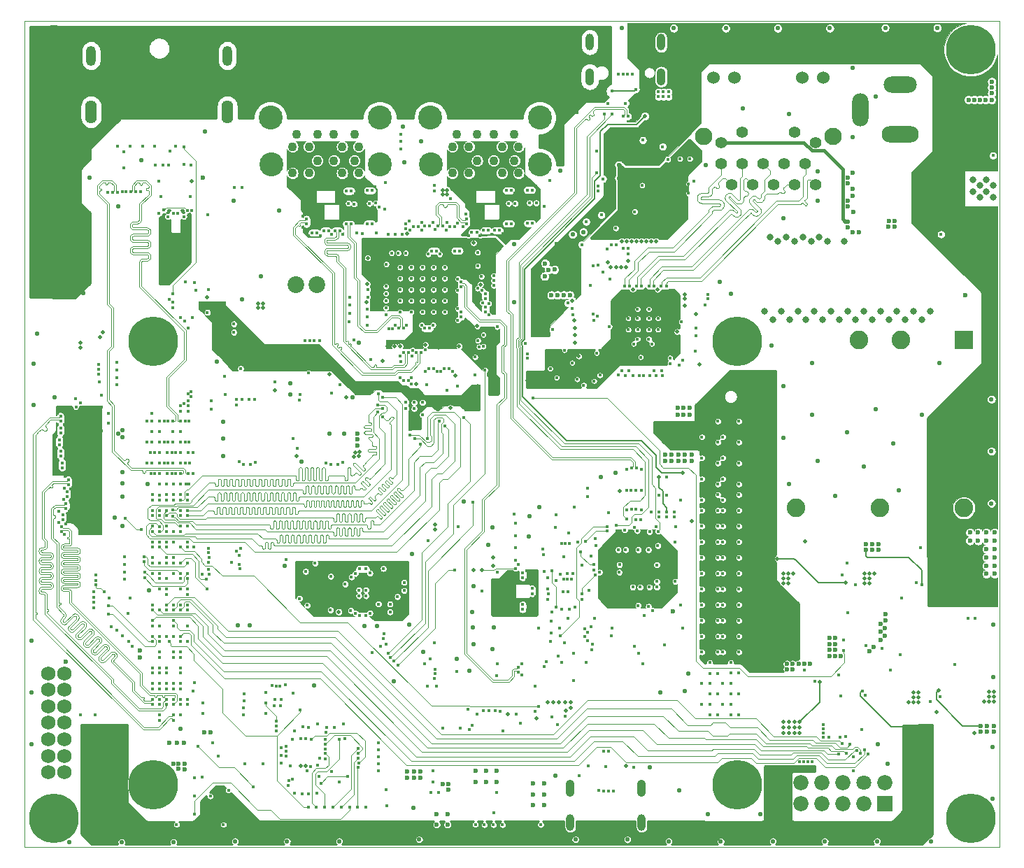
<source format=gbr>
%TF.GenerationSoftware,KiCad,Pcbnew,5.1.9+dfsg1-1*%
%TF.CreationDate,2022-05-16T11:51:26+02:00*%
%TF.ProjectId,kria-k26-devboard,6b726961-2d6b-4323-962d-646576626f61,rev?*%
%TF.SameCoordinates,Original*%
%TF.FileFunction,Copper,L7,Inr*%
%TF.FilePolarity,Positive*%
%FSLAX46Y46*%
G04 Gerber Fmt 4.6, Leading zero omitted, Abs format (unit mm)*
G04 Created by KiCad (PCBNEW 5.1.9+dfsg1-1) date 2022-05-16 11:51:26 commit 389cbd4*
%MOMM*%
%LPD*%
G01*
G04 APERTURE LIST*
%TA.AperFunction,Profile*%
%ADD10C,0.100000*%
%TD*%
%TA.AperFunction,ComponentPad*%
%ADD11O,1.000000X2.000000*%
%TD*%
%TA.AperFunction,ComponentPad*%
%ADD12O,1.050000X2.100000*%
%TD*%
%TA.AperFunction,ComponentPad*%
%ADD13C,1.100000*%
%TD*%
%TA.AperFunction,ComponentPad*%
%ADD14C,2.900000*%
%TD*%
%TA.AperFunction,ComponentPad*%
%ADD15C,6.000000*%
%TD*%
%TA.AperFunction,ComponentPad*%
%ADD16C,2.250000*%
%TD*%
%TA.AperFunction,ComponentPad*%
%ADD17R,2.250000X2.250000*%
%TD*%
%TA.AperFunction,ComponentPad*%
%ADD18O,4.500000X2.000000*%
%TD*%
%TA.AperFunction,ComponentPad*%
%ADD19O,1.990000X4.000000*%
%TD*%
%TA.AperFunction,ComponentPad*%
%ADD20O,4.000000X2.000000*%
%TD*%
%TA.AperFunction,ComponentPad*%
%ADD21R,1.840000X1.840000*%
%TD*%
%TA.AperFunction,ComponentPad*%
%ADD22C,1.840000*%
%TD*%
%TA.AperFunction,ComponentPad*%
%ADD23C,1.800000*%
%TD*%
%TA.AperFunction,ComponentPad*%
%ADD24O,1.200000X2.400000*%
%TD*%
%TA.AperFunction,ComponentPad*%
%ADD25O,1.400000X2.800000*%
%TD*%
%TA.AperFunction,ComponentPad*%
%ADD26C,1.750000*%
%TD*%
%TA.AperFunction,ComponentPad*%
%ADD27C,2.020000*%
%TD*%
%TA.AperFunction,ComponentPad*%
%ADD28C,1.397000*%
%TD*%
%TA.AperFunction,ComponentPad*%
%ADD29C,2.100000*%
%TD*%
%TA.AperFunction,ComponentPad*%
%ADD30C,2.108200*%
%TD*%
%TA.AperFunction,ComponentPad*%
%ADD31C,1.524000*%
%TD*%
%TA.AperFunction,ViaPad*%
%ADD32C,0.600000*%
%TD*%
%TA.AperFunction,ViaPad*%
%ADD33C,0.450000*%
%TD*%
%TA.AperFunction,ViaPad*%
%ADD34C,0.550000*%
%TD*%
%TA.AperFunction,ViaPad*%
%ADD35C,0.500000*%
%TD*%
%TA.AperFunction,ViaPad*%
%ADD36C,0.800000*%
%TD*%
%TA.AperFunction,Conductor*%
%ADD37C,0.109000*%
%TD*%
%TA.AperFunction,Conductor*%
%ADD38C,0.182000*%
%TD*%
%TA.AperFunction,Conductor*%
%ADD39C,0.400000*%
%TD*%
%TA.AperFunction,Conductor*%
%ADD40C,0.200000*%
%TD*%
%TA.AperFunction,Conductor*%
%ADD41C,0.107000*%
%TD*%
%TA.AperFunction,Conductor*%
%ADD42C,0.100000*%
%TD*%
%TA.AperFunction,Conductor*%
%ADD43C,0.254000*%
%TD*%
G04 APERTURE END LIST*
D10*
X74000000Y-152000000D02*
X74000000Y-52000000D01*
X74000000Y-52000000D02*
X192000000Y-52000000D01*
X192000000Y-52000000D02*
X192000000Y-152000000D01*
X192000000Y-152000000D02*
X74000000Y-152000000D01*
D11*
%TO.N,SH_UP*%
%TO.C,J10*%
X151019000Y-54594000D03*
X142379000Y-54594000D03*
D12*
X151019000Y-58774000D03*
X142379000Y-58774000D03*
%TD*%
D13*
%TO.N,/USB/USB1_VBUS*%
%TO.C,U24*%
X133250000Y-65730000D03*
%TO.N,/USB/USB1_TVS_N*%
X130750000Y-65730000D03*
%TO.N,/USB/USB1_TVS_P*%
X128750000Y-65730000D03*
%TO.N,GND*%
X126250000Y-65730000D03*
X126250000Y-68930000D03*
%TO.N,/USB/USB2_TVS_N*%
X130750000Y-68930000D03*
%TO.N,/USB/USB2_TVS_P*%
X128750000Y-68930000D03*
%TO.N,/USB/USB2_VBUS*%
X133250000Y-68930000D03*
%TO.N,/USB/USB1_TX_C_TVS_P*%
X133750000Y-67230000D03*
%TO.N,/USB/USB1_TX_C_TVS_N*%
X131750000Y-67230000D03*
%TO.N,GND*%
X129750000Y-67230000D03*
%TO.N,/USB/USB1_RX_TVS_P*%
X127750000Y-67230000D03*
%TO.N,/USB/USB1_RX_TVS_N*%
X125750000Y-67230000D03*
%TO.N,/USB/USB2_RX_TVS_N*%
X125750000Y-70430000D03*
%TO.N,GND*%
X129750000Y-70430000D03*
%TO.N,/USB/USB2_RX_TVS_P*%
X127750000Y-70430000D03*
%TO.N,/USB/USB2_TX_C_TVS_N*%
X131750000Y-70430000D03*
%TO.N,/USB/USB2_TX_C_TVS_P*%
X133750000Y-70430000D03*
D14*
%TO.N,SH_UP*%
X136320000Y-63730000D03*
X136320000Y-69410000D03*
X123180000Y-69410000D03*
X123080000Y-63730000D03*
%TD*%
D13*
%TO.N,/USB/USB3_VBUS*%
%TO.C,U29*%
X113900000Y-65730000D03*
%TO.N,/USB/USB3_TVS_N*%
X111400000Y-65730000D03*
%TO.N,/USB/USB3_TVS_P*%
X109400000Y-65730000D03*
%TO.N,GND*%
X106900000Y-65730000D03*
X106900000Y-68930000D03*
%TO.N,/USB/USB4_TVS_N*%
X111400000Y-68930000D03*
%TO.N,/USB/USB4_TVS_P*%
X109400000Y-68930000D03*
%TO.N,/USB/USB4_VBUS*%
X113900000Y-68930000D03*
%TO.N,/USB/USB3_TX_C_TVS_P*%
X114400000Y-67230000D03*
%TO.N,/USB/USB3_TX_C_TVS_N*%
X112400000Y-67230000D03*
%TO.N,GND*%
X110400000Y-67230000D03*
%TO.N,/USB/USB3_RX_TVS_P*%
X108400000Y-67230000D03*
%TO.N,/USB/USB3_RX_TVS_N*%
X106400000Y-67230000D03*
%TO.N,/USB/USB4_RX_TVS_N*%
X106400000Y-70430000D03*
%TO.N,GND*%
X110400000Y-70430000D03*
%TO.N,/USB/USB4_RX_TVS_P*%
X108400000Y-70430000D03*
%TO.N,/USB/USB4_TX_C_TVS_N*%
X112400000Y-70430000D03*
%TO.N,/USB/USB4_TX_C_TVS_P*%
X114400000Y-70430000D03*
D14*
%TO.N,SH_UP*%
X116970000Y-63730000D03*
X116970000Y-69410000D03*
X103830000Y-69410000D03*
X103730000Y-63730000D03*
%TD*%
D15*
%TO.N,GND*%
%TO.C,SP2*%
X160206999Y-144443500D03*
%TD*%
D16*
%TO.N,GND*%
%TO.C,PS1*%
X187660000Y-110960000D03*
%TO.N,N/C*%
X177500000Y-110960000D03*
%TO.N,/Power Supply/PoE/POE_12V*%
X167340000Y-110960000D03*
%TO.N,/Power Supply/PoE/VDD_POE_IN*%
X174960000Y-90640000D03*
%TO.N,GNDD*%
X180040000Y-90640000D03*
D17*
%TO.N,/Power Supply/PoE/POE_ACTIVE*%
X187660000Y-90640000D03*
%TD*%
D18*
%TO.N,/Power Supply/DC Input/DC_IN*%
%TO.C,J11*%
X180000000Y-65700000D03*
D19*
%TO.N,N/C*%
X175120400Y-62750000D03*
D20*
%TO.N,GND*%
X180000000Y-59700000D03*
%TD*%
D21*
%TO.N,/PMOD/HDA11_TVS*%
%TO.C,J4*%
X178100000Y-146800000D03*
D22*
%TO.N,/PMOD/HDA15_TVS*%
X178100000Y-144260000D03*
%TO.N,/PMOD/HDA12_TVS*%
X175560000Y-146800000D03*
D23*
%TO.N,/PMOD/HDA16_CC_TVS*%
X175560000Y-144260000D03*
D22*
%TO.N,/PMOD/HDA13_TVS*%
X173020000Y-146800000D03*
%TO.N,/PMOD/HDA17_TVS*%
X173020000Y-144260000D03*
%TO.N,/PMOD/HDA14_TVS*%
X170480000Y-146800000D03*
%TO.N,/PMOD/HDA18_TVS*%
X170480000Y-144260000D03*
%TO.N,GND*%
X167940000Y-146800000D03*
X167940000Y-144260000D03*
%TO.N,PL_3V3*%
X165400000Y-146800000D03*
X165400000Y-144260000D03*
%TD*%
D15*
%TO.N,GND*%
%TO.C,SP1*%
X89556999Y-144443500D03*
%TD*%
%TO.N,GND*%
%TO.C,SP3*%
X160206999Y-90793500D03*
%TD*%
%TO.N,GND*%
%TO.C,SP4*%
X89556999Y-90793500D03*
%TD*%
D24*
%TO.N,SH_UP*%
%TO.C,J1*%
X82013000Y-56238000D03*
D25*
X82013000Y-63018000D03*
D24*
X98513000Y-56238000D03*
D25*
X98513000Y-63018000D03*
%TD*%
D15*
%TO.N,GND*%
%TO.C,MP1*%
X77500000Y-148500000D03*
%TD*%
%TO.N,GND*%
%TO.C,MP2*%
X188500000Y-148500000D03*
%TD*%
%TO.N,GND*%
%TO.C,MP3*%
X188500000Y-55500000D03*
%TD*%
%TO.N,GND*%
%TO.C,MP4*%
X77500000Y-55500000D03*
%TD*%
D26*
%TO.N,/Debug and JTAG/CONN_GND*%
%TO.C,J9*%
X78800000Y-142975000D03*
%TO.N,/Debug and JTAG/~PS_SRST_C2M*%
X76800000Y-142975000D03*
%TO.N,N/C*%
X78800000Y-140975000D03*
%TO.N,GND*%
X76800000Y-140975000D03*
%TO.N,/Debug and JTAG/JTAG_TDI_TVS_C2M*%
X78800000Y-138975000D03*
%TO.N,GND*%
X76800000Y-138975000D03*
%TO.N,/Debug and JTAG/JTAG_TDO_TVS_M2C*%
X78800000Y-136975000D03*
%TO.N,GND*%
X76800000Y-136975000D03*
%TO.N,/Debug and JTAG/JTAG_TCK_TVS_C2M*%
X78800000Y-134975000D03*
%TO.N,GND*%
X76800000Y-134975000D03*
%TO.N,/Debug and JTAG/JTAG_TMS_TVS_C2M*%
X78800000Y-132975000D03*
%TO.N,GND*%
X76800000Y-132975000D03*
%TO.N,PS_1V8*%
X78800000Y-130975000D03*
%TO.N,GND*%
X76800000Y-130975000D03*
%TD*%
D11*
%TO.N,SH_DOWN*%
%TO.C,J8*%
X140030000Y-149080000D03*
X148670000Y-149080000D03*
D12*
X140030000Y-144900000D03*
X148670000Y-144900000D03*
%TD*%
D27*
%TO.N,Net-(FB1-Pad2)*%
%TO.C,J6*%
X106810000Y-83900000D03*
%TO.N,Net-(FB2-Pad2)*%
X109350000Y-83900000D03*
%TD*%
D28*
%TO.N,/Ethernet/TD_A_P*%
%TO.C,J5*%
X169700000Y-71800000D03*
%TO.N,/Ethernet/TD_A_N*%
X168430000Y-69260000D03*
%TO.N,/Ethernet/TD_B_P*%
X167160000Y-71800000D03*
%TO.N,N/C*%
X165890000Y-69260000D03*
X164620000Y-71800000D03*
%TO.N,/Ethernet/TD_B_N*%
X163350000Y-69260000D03*
%TO.N,/Ethernet/TD_C_P*%
X162080000Y-71800000D03*
%TO.N,/Ethernet/TD_C_N*%
X160810000Y-69260000D03*
%TO.N,/Ethernet/TD_D_P*%
X159540000Y-71800000D03*
%TO.N,/Ethernet/TD_D_N*%
X158270000Y-69260000D03*
D29*
%TO.N,SH_UP*%
X171835000Y-65949999D03*
D30*
X156135000Y-65949999D03*
D31*
%TO.N,Net-(J5-Pad15)*%
X170625002Y-58840001D03*
%TO.N,Net-(J5-Pad18)*%
X157344998Y-58840001D03*
D28*
%TO.N,/Ethernet/POE_VC4*%
X158270000Y-66730000D03*
%TO.N,/Ethernet/POE_VC3*%
X160810000Y-65460000D03*
%TO.N,/Ethernet/POE_VC1*%
X169700000Y-66720000D03*
%TO.N,/Ethernet/POE_VC2*%
X167160000Y-65460000D03*
D31*
%TO.N,Net-(J5-Pad16)*%
X168085002Y-58840001D03*
%TO.N,Net-(J5-Pad17)*%
X159884998Y-58840001D03*
%TD*%
D32*
%TO.N,*%
X178185000Y-123855000D03*
%TO.N,GND*%
X166250000Y-129825000D03*
X166250000Y-130475000D03*
X166950000Y-129825000D03*
X166950000Y-130475000D03*
X167650000Y-129825000D03*
X168350000Y-129825000D03*
X169050000Y-129825000D03*
X172075000Y-128925000D03*
X172775000Y-128925000D03*
X171375000Y-128925000D03*
X171375000Y-128175000D03*
X172075000Y-128175000D03*
X171375000Y-126725000D03*
X172075000Y-126725000D03*
X171375000Y-127475000D03*
X172075000Y-127475000D03*
X176730000Y-127785000D03*
X176240000Y-128335000D03*
X177600000Y-125975000D03*
X177600000Y-124975000D03*
X178100000Y-125475000D03*
X178185000Y-124575000D03*
X178100000Y-126475000D03*
X177600000Y-126975000D03*
D33*
X180000000Y-128700000D03*
X146925000Y-77200000D03*
X146325000Y-77200000D03*
X145525000Y-78000000D03*
X145025000Y-77500000D03*
D34*
X151325000Y-78200000D03*
D33*
X143775000Y-75500000D03*
X134150000Y-129849723D03*
X134150000Y-131174723D03*
X134800000Y-92800000D03*
X126407018Y-83241393D03*
X126407018Y-84631393D03*
X91880000Y-101745000D03*
X92840000Y-101750000D03*
X89340000Y-101745000D03*
X90300000Y-101750000D03*
X93818000Y-103017000D03*
X93440000Y-103016500D03*
X93948000Y-105537000D03*
X94400000Y-104286500D03*
X90900000Y-103016500D03*
X88738000Y-103017000D03*
X91278000Y-103017000D03*
X93440000Y-100476500D03*
X93818000Y-100477000D03*
X90900000Y-100476500D03*
X88738000Y-100477000D03*
X91860000Y-106826500D03*
X89698000Y-106827000D03*
X92238000Y-106827000D03*
X90900000Y-105556500D03*
X88738000Y-105557000D03*
X91278000Y-105557000D03*
X89320000Y-106826500D03*
X94400000Y-106826500D03*
X92840000Y-136029000D03*
X78824999Y-114197486D03*
X79374999Y-111397486D03*
X78875001Y-107177514D03*
X79524999Y-109990000D03*
X77950001Y-99477514D03*
X77950000Y-100867514D03*
X78750000Y-100900000D03*
X78749999Y-102290000D03*
X77800000Y-103700000D03*
X77800000Y-102310000D03*
X78850000Y-103700000D03*
X134775000Y-119700000D03*
X134775000Y-118600000D03*
X134800000Y-123350000D03*
X134800000Y-122525000D03*
X135850000Y-120350000D03*
X135850000Y-121675000D03*
X124356533Y-94479921D03*
X125746534Y-94479921D03*
X123400000Y-144100000D03*
X123400000Y-142800000D03*
D32*
X136850000Y-146950000D03*
X136850000Y-145650000D03*
X136850000Y-144350000D03*
X135550000Y-145650000D03*
X135550000Y-146950001D03*
X135550000Y-144350000D03*
X123850000Y-149300000D03*
X123850000Y-148000000D03*
X125150000Y-148000000D03*
X128550000Y-142800000D03*
X129850000Y-142800000D03*
X131150000Y-142800000D03*
X128550000Y-144100000D03*
X129850000Y-144100000D03*
X131150000Y-144100000D03*
D33*
X114450000Y-120900000D03*
X133400000Y-112800000D03*
X133250000Y-111700000D03*
X133400000Y-114300000D03*
X130750000Y-82850000D03*
X130750000Y-83450000D03*
X130750000Y-84050000D03*
D35*
X166400000Y-120075000D03*
X165800000Y-119475000D03*
X166400000Y-118875000D03*
X167000000Y-118875000D03*
X165800000Y-120075000D03*
X166400000Y-119475000D03*
X165800000Y-118875000D03*
D33*
X188200000Y-124300000D03*
X189000000Y-124300000D03*
D32*
X188400000Y-113950000D03*
X189400000Y-113950000D03*
X190400000Y-113950000D03*
X191400000Y-113950000D03*
X191400000Y-114950000D03*
X191400000Y-115950000D03*
X191400000Y-116950000D03*
X191400000Y-117950000D03*
X191400000Y-118950000D03*
X190400000Y-116950000D03*
X190400000Y-118950000D03*
X188400000Y-114950000D03*
X190400000Y-114950000D03*
X190400000Y-117950000D03*
X190400000Y-115950000D03*
D35*
X175650000Y-118925000D03*
X176250000Y-118925000D03*
X176850000Y-118925000D03*
X175650000Y-119525000D03*
X176250000Y-119525000D03*
X175650000Y-120125000D03*
X176250000Y-120125000D03*
D33*
X107200000Y-97950000D03*
X107350000Y-97275000D03*
X120130557Y-98191723D03*
X142150000Y-108575000D03*
X117750000Y-81450000D03*
X118400000Y-80100000D03*
X119200000Y-80100000D03*
X120100000Y-80100000D03*
X119410000Y-81840000D03*
X149530000Y-86910000D03*
X148170000Y-86910000D03*
X148170000Y-88030000D03*
X149530000Y-88030000D03*
X150640000Y-88030000D03*
X147040000Y-88030000D03*
X147050000Y-89390000D03*
X148180000Y-89390000D03*
X149530000Y-89390000D03*
X150650000Y-89390000D03*
X149520000Y-90510000D03*
X148170000Y-90520000D03*
X156300000Y-86400000D03*
X156700000Y-85600000D03*
X156700000Y-85100000D03*
X118500000Y-89250000D03*
X118075000Y-89250000D03*
X117700000Y-87575000D03*
X117700000Y-85875000D03*
X117700000Y-86750000D03*
X117725000Y-85000000D03*
X117725000Y-84150000D03*
X146400000Y-79500000D03*
X145000000Y-79100000D03*
X147000000Y-80200000D03*
X145600000Y-79100000D03*
X147000000Y-79500000D03*
X144500000Y-79600000D03*
X140850000Y-95400000D03*
X141650000Y-96100000D03*
X143600000Y-94900000D03*
X142900000Y-95600000D03*
X155125000Y-92000000D03*
X155200000Y-90125000D03*
X155225000Y-89175000D03*
X144800000Y-83300000D03*
X142775000Y-87500000D03*
X140250000Y-86850000D03*
X99300000Y-88700000D03*
X109650000Y-90750000D03*
X129500000Y-89999999D03*
X129500000Y-91400000D03*
X128850000Y-90700001D03*
X128500000Y-94900000D03*
X128500000Y-92700000D03*
X126400000Y-96200000D03*
X125100000Y-96700000D03*
X129129267Y-76956197D03*
X130516000Y-76953000D03*
X130485000Y-77875000D03*
X129091466Y-77987606D03*
X127037607Y-76951601D03*
X122505309Y-94475000D03*
X123895310Y-94475000D03*
X127425000Y-75365000D03*
X131870733Y-77768803D03*
X107687607Y-75611600D03*
X107687607Y-77001601D03*
X108351465Y-78037606D03*
X109741466Y-78037606D03*
X111156000Y-76989000D03*
X109779267Y-77006197D03*
X111130732Y-77835000D03*
X120821058Y-95173939D03*
X119431058Y-95173939D03*
X126407018Y-86841393D03*
X126407018Y-88231393D03*
X119410000Y-92569722D03*
X120824535Y-92569722D03*
X123412408Y-88822937D03*
X122022408Y-88822937D03*
X120212410Y-88822937D03*
X118822410Y-88822937D03*
X130153803Y-86229267D03*
X130153803Y-87619268D03*
X129353803Y-84646782D03*
X126403350Y-76500000D03*
X125085000Y-76425000D03*
X122025001Y-76420000D03*
X123415001Y-76420000D03*
X123624396Y-77220000D03*
X125015000Y-77315000D03*
X122030864Y-77300000D03*
X120630864Y-77300000D03*
X124215474Y-80249663D03*
X122825474Y-80249663D03*
X115723449Y-75794571D03*
X113189000Y-75791000D03*
X135102449Y-75748572D03*
X86230000Y-72700000D03*
X87980000Y-72696000D03*
X84030000Y-72725000D03*
X85780000Y-72721000D03*
X167800000Y-141700000D03*
X168300000Y-141700000D03*
X168800000Y-141700000D03*
X89800000Y-69500000D03*
X90700000Y-69500000D03*
X88250000Y-67200000D03*
X89750000Y-67200000D03*
X92250000Y-67200000D03*
X146852000Y-106325000D03*
X148602000Y-106321000D03*
X148600000Y-108846000D03*
X146850000Y-108850000D03*
X148250001Y-116030000D03*
X90300000Y-136029000D03*
X90300000Y-136664000D03*
X100515000Y-134350000D03*
X157880000Y-100470000D03*
X160420000Y-100470000D03*
X158480000Y-102375000D03*
X160420000Y-103010000D03*
X155940000Y-102375000D03*
X157880000Y-103010000D03*
X155940000Y-104915000D03*
X157880000Y-105550000D03*
X158480000Y-104915000D03*
X160420000Y-105550000D03*
X155940000Y-107455000D03*
X157880000Y-108090000D03*
X158480000Y-107455000D03*
X160420000Y-108090000D03*
X160420000Y-109360000D03*
X155940000Y-109995000D03*
X158480001Y-111264500D03*
X160420000Y-111265000D03*
X155940001Y-111264500D03*
X157880000Y-111265000D03*
X158480001Y-113169500D03*
X160420000Y-113170000D03*
X155940001Y-113169500D03*
X157880000Y-113170000D03*
X155940001Y-115074500D03*
X157880000Y-115075000D03*
X158480001Y-115074500D03*
X160420000Y-115075000D03*
X155940001Y-116979500D03*
X157880000Y-116980000D03*
X158480001Y-116979500D03*
X160420000Y-116980000D03*
X155940001Y-118884500D03*
X157880000Y-118885000D03*
X158480001Y-118884500D03*
X160420000Y-118885000D03*
X155940001Y-120789500D03*
X157880000Y-120790000D03*
X158480001Y-120789500D03*
X160420000Y-120790000D03*
X155940001Y-122694500D03*
X157880000Y-122695000D03*
X158480001Y-122694500D03*
X160420000Y-122695000D03*
X158480001Y-124599500D03*
X160420000Y-124600000D03*
X155940001Y-124599500D03*
X157880000Y-124600000D03*
X155940001Y-126504500D03*
X157880000Y-126505000D03*
X158480001Y-126504500D03*
X160420000Y-126505000D03*
X158480001Y-128409500D03*
X160420000Y-128410000D03*
X155940001Y-128409500D03*
X157880000Y-128410000D03*
X156920000Y-129680000D03*
X159460001Y-129679500D03*
X160420001Y-130949500D03*
X159440001Y-130949500D03*
X157893001Y-130976500D03*
X156913001Y-130976500D03*
X156920001Y-132219500D03*
X155940001Y-132219500D03*
X159460001Y-132219500D03*
X158480001Y-132219500D03*
X160420001Y-133489500D03*
X159440001Y-133489500D03*
X159460001Y-134759500D03*
X158480001Y-134759500D03*
X157880001Y-133489500D03*
X156900001Y-133489500D03*
X156920001Y-134759500D03*
X155940001Y-134759500D03*
X157880001Y-136029500D03*
X156900001Y-136029500D03*
X89441500Y-109994000D03*
X91981500Y-109994000D03*
X90300000Y-111910000D03*
X90300000Y-111270000D03*
X91171500Y-113183999D03*
X93711500Y-113183999D03*
X91171500Y-115724000D03*
X89441500Y-115074000D03*
X91981500Y-115074000D03*
X89441500Y-117614000D03*
X91981500Y-117614000D03*
X90300000Y-119530000D03*
X90300000Y-118890000D03*
X92840000Y-119530000D03*
X91171500Y-120803999D03*
X92840000Y-120795000D03*
X89441500Y-122694000D03*
X91981500Y-122694000D03*
X89441500Y-125234000D03*
X93711500Y-125249000D03*
X91981500Y-125234000D03*
X92840000Y-127150000D03*
X90300000Y-127150000D03*
X90300000Y-126510000D03*
X90300000Y-129055000D03*
X90300000Y-128415000D03*
X92840000Y-129055000D03*
X92840000Y-128415000D03*
X92840000Y-130960000D03*
X92840000Y-130320000D03*
X90300000Y-130960000D03*
X90300000Y-130320000D03*
X92840000Y-132865000D03*
X92840000Y-132225000D03*
X90300000Y-132865000D03*
X92840000Y-134770000D03*
X92840000Y-134130000D03*
X90300000Y-134770000D03*
X90300000Y-134130000D03*
X90299710Y-132227333D03*
X92854510Y-111910000D03*
X92863470Y-111293470D03*
X174300000Y-142750000D03*
X82500000Y-136000000D03*
X80700000Y-136000000D03*
X144350000Y-142300000D03*
X104250000Y-134150000D03*
X105050000Y-134150000D03*
X104150000Y-134950000D03*
X104950000Y-134950000D03*
X116800000Y-141950000D03*
X108000000Y-138900000D03*
X106175000Y-142225000D03*
X109450000Y-142075000D03*
X109350000Y-145525000D03*
X106600000Y-145525000D03*
X106400000Y-143775000D03*
X105000000Y-139950000D03*
X97375000Y-141025000D03*
X98650000Y-145150000D03*
X96450000Y-145850000D03*
X94550000Y-143650000D03*
X160420000Y-136030000D03*
X159440000Y-136030000D03*
X92375000Y-149300000D03*
X98025000Y-149300000D03*
X108300000Y-137500000D03*
X111500000Y-137500000D03*
X115300000Y-147200000D03*
X92800000Y-99225000D03*
X89400000Y-99525000D03*
X91175000Y-108075000D03*
X103900000Y-132490000D03*
X104900675Y-132501006D03*
X158480000Y-109995000D03*
X157880000Y-109360000D03*
X107444510Y-138890675D03*
X86100000Y-119600000D03*
X86100000Y-118700000D03*
X147580000Y-120550000D03*
X148480000Y-120550000D03*
X149600000Y-120550002D03*
X150500000Y-120550000D03*
X150500000Y-119870000D03*
X150500000Y-117860000D03*
X149480000Y-116030000D03*
X150610000Y-115530000D03*
X146730000Y-116020000D03*
X145830000Y-116030000D03*
X145970000Y-117840000D03*
X145950000Y-118760000D03*
X151421142Y-127550000D03*
X149000000Y-123950000D03*
X147797220Y-127755115D03*
X126325000Y-130775000D03*
X123075000Y-129225000D03*
X139250000Y-119600000D03*
X139700000Y-119600000D03*
X140150000Y-119600000D03*
X139425000Y-115275000D03*
X139875000Y-115275000D03*
X138975000Y-115275000D03*
X138299122Y-111833794D03*
X139872435Y-113972792D03*
X148282843Y-128533095D03*
X146850000Y-111175000D03*
X148600000Y-111171000D03*
X126450000Y-113200000D03*
X117750000Y-145100000D03*
X130750000Y-147850000D03*
X131150000Y-145450000D03*
X86750000Y-67200000D03*
X85250000Y-67150000D03*
X86000000Y-67825000D03*
X91550000Y-67750000D03*
X90700000Y-83700000D03*
X96200000Y-84500000D03*
X94700000Y-84600000D03*
X94300000Y-87900000D03*
X91900000Y-86100000D03*
X128150000Y-137250000D03*
X137800000Y-136300000D03*
X133500000Y-135900000D03*
X139400000Y-136200000D03*
X169300000Y-141700000D03*
X132559000Y-75747000D03*
X118200000Y-122600000D03*
X119900000Y-119975000D03*
X112775000Y-120175000D03*
X111025000Y-119250000D03*
X108175000Y-122750000D03*
X109125000Y-117650000D03*
X107250000Y-121925000D03*
X111000000Y-123325000D03*
X114027000Y-118889999D03*
X114027000Y-123710000D03*
X115777000Y-123706000D03*
X117400000Y-118300000D03*
X118200000Y-123550000D03*
X116800000Y-122600000D03*
X112520733Y-77818803D03*
X122475000Y-91795000D03*
X128980000Y-91470000D03*
X113285000Y-88435000D03*
X113290000Y-87450000D03*
X113350000Y-85430000D03*
X127701465Y-77987606D03*
X113850000Y-62675000D03*
X112950000Y-62675000D03*
X112050000Y-62675000D03*
X119500000Y-65700000D03*
X119500000Y-67500000D03*
X119500000Y-66600000D03*
X133250000Y-62600000D03*
X131450000Y-62600000D03*
X132350000Y-62600000D03*
X138900000Y-65600000D03*
X138900000Y-66500000D03*
X138900000Y-67400000D03*
X109050000Y-90750000D03*
X107900000Y-90750000D03*
X108500000Y-90750000D03*
X142700000Y-127500000D03*
X142545277Y-125304333D03*
X82350000Y-121750000D03*
X134600000Y-91050000D03*
X134800000Y-92300000D03*
X137600000Y-94100000D03*
X137900000Y-89400000D03*
X141400000Y-79100000D03*
X129275000Y-82950000D03*
X153200000Y-71400000D03*
X155000000Y-71400000D03*
D32*
X191025001Y-61550000D03*
X188925000Y-61550000D03*
X189625000Y-61550000D03*
X188225000Y-61550000D03*
X190325000Y-61550000D03*
X191050000Y-60774999D03*
X191050000Y-60075000D03*
X191050000Y-59374999D03*
D33*
X191200000Y-68300000D03*
X104300000Y-95700000D03*
X100125000Y-94100000D03*
X112125000Y-96025000D03*
X152100000Y-93500000D03*
X149900000Y-91100000D03*
X147700000Y-91100000D03*
X102810978Y-141900000D03*
X111103011Y-142900000D03*
X120760000Y-81840000D03*
X122110000Y-81840000D03*
X123460000Y-81840000D03*
X124810000Y-81840000D03*
X119410000Y-83190000D03*
X120760000Y-83190000D03*
X122110000Y-83190000D03*
X123460000Y-83190000D03*
X124810000Y-83190000D03*
X119410000Y-84540000D03*
X120760000Y-84540000D03*
X122110000Y-84540000D03*
X123460000Y-84540000D03*
X124810000Y-84540000D03*
X119410000Y-85890000D03*
X120760000Y-85890000D03*
X122110000Y-85890000D03*
X123460000Y-85890000D03*
X124810000Y-85890000D03*
X119410000Y-87240000D03*
X120760000Y-87240000D03*
X122110000Y-87240000D03*
X123460000Y-87240000D03*
X124810000Y-87240000D03*
X96100000Y-87300000D03*
X90250000Y-71400000D03*
X90500000Y-73250000D03*
X94150000Y-69450000D03*
X93250000Y-69400000D03*
X96150000Y-75500000D03*
X146700000Y-62000000D03*
X144600000Y-62000000D03*
X151200000Y-67225000D03*
X148800000Y-66425000D03*
X150700000Y-60600000D03*
X151300000Y-60600000D03*
X151900000Y-60600000D03*
X150700000Y-61200000D03*
X151300000Y-61200000D03*
X151900000Y-61200000D03*
X142100000Y-109575000D03*
X151700000Y-107200000D03*
X151700000Y-109400000D03*
X150750000Y-109450000D03*
X141425000Y-122000000D03*
X121130557Y-98191723D03*
X122130557Y-98191723D03*
X120130557Y-98941723D03*
X121130557Y-98941723D03*
X122130557Y-99691723D03*
X122615557Y-96026723D03*
X113450000Y-123375000D03*
X107010017Y-103714983D03*
X111100000Y-97050000D03*
X96600000Y-99000000D03*
X96575000Y-98000000D03*
X98250000Y-97250000D03*
X98175000Y-95025000D03*
D32*
X189400000Y-114950000D03*
D33*
X141950000Y-76325000D03*
D35*
X112000000Y-123550000D03*
D33*
X113525000Y-119325000D03*
X133978761Y-137021239D03*
D35*
X182174999Y-134525000D03*
X181574999Y-134525000D03*
X180975000Y-134525000D03*
X182175000Y-133924999D03*
X181574999Y-133925000D03*
X182175000Y-133324999D03*
X181575000Y-133324999D03*
X191302512Y-133827512D03*
X190702512Y-133827512D03*
X191302512Y-134427512D03*
X191302513Y-133227512D03*
X190702512Y-133227513D03*
X190702512Y-134427512D03*
X190102513Y-134427513D03*
D33*
X183600000Y-134425000D03*
X174525000Y-120300000D03*
X186550000Y-129900000D03*
X175275000Y-137800000D03*
X180100000Y-121875000D03*
X173550000Y-117650000D03*
X182425000Y-115775000D03*
X172550000Y-131200000D03*
X172800000Y-133750000D03*
X170650000Y-137200000D03*
X170650000Y-137700000D03*
X170650000Y-138200000D03*
X170650000Y-138700000D03*
X171300000Y-138700000D03*
X115300000Y-120900000D03*
X114450000Y-121600000D03*
X115300000Y-121600000D03*
X123600000Y-127300000D03*
X131150000Y-131250000D03*
X131200000Y-129800000D03*
X128550000Y-149300000D03*
D32*
X125150000Y-149300000D03*
D33*
X136450000Y-149300000D03*
X105950000Y-144000000D03*
X143200000Y-67750000D03*
X99600000Y-98500000D03*
X147700000Y-142400000D03*
X142850000Y-61150000D03*
X143450000Y-61150000D03*
X142250000Y-61750000D03*
X142850000Y-61750000D03*
X143450000Y-61750000D03*
X140850000Y-63150000D03*
X120500000Y-76250000D03*
X120110000Y-76560000D03*
X120100000Y-77150000D03*
X110400000Y-71650000D03*
X100300000Y-72150000D03*
X99400000Y-72150000D03*
X86000000Y-69799976D03*
X131175000Y-120275000D03*
X131200000Y-118775000D03*
X131125000Y-121775000D03*
X133500000Y-123825000D03*
X133370000Y-115780000D03*
X133370000Y-117270000D03*
X139325000Y-127300000D03*
X137600000Y-127100000D03*
X137700000Y-124700000D03*
X135740000Y-135550000D03*
X83300000Y-97300000D03*
X83254500Y-101650000D03*
X78150000Y-111400000D03*
X78920000Y-112870000D03*
X79590000Y-108640000D03*
X78780000Y-108550000D03*
X129390000Y-86130000D03*
X120930000Y-91860000D03*
X116800000Y-140250000D03*
X78920000Y-105030000D03*
X77950000Y-105110000D03*
X78030000Y-106570000D03*
X78660000Y-109920000D03*
X78130000Y-112730000D03*
X83080000Y-110260000D03*
X83090000Y-108760000D03*
X83150000Y-107250000D03*
X83160000Y-105750000D03*
X91490000Y-85700002D03*
X86750000Y-121850000D03*
X122850000Y-114900000D03*
X115777000Y-118850000D03*
X93060000Y-75030000D03*
X91440000Y-75020000D03*
X91400000Y-69500000D03*
X82575000Y-119750000D03*
X82575000Y-119050000D03*
X104400000Y-132500000D03*
X104424973Y-137949991D03*
X109683871Y-141286703D03*
X112725000Y-138900000D03*
X93715319Y-115718125D03*
X142160000Y-142200000D03*
X108624998Y-142240000D03*
X109595000Y-143470000D03*
X142125000Y-127000000D03*
X142075000Y-126049994D03*
X149495000Y-122900000D03*
X93710490Y-123344000D03*
X91182531Y-123329129D03*
X174281900Y-141054343D03*
X150385000Y-113210000D03*
X139725000Y-121080000D03*
X139135000Y-121090000D03*
X137275000Y-120740000D03*
X137265000Y-122060000D03*
X140575000Y-122975000D03*
X143149996Y-115500000D03*
X148400000Y-94925000D03*
X148900000Y-94924998D03*
D32*
X138115000Y-82115000D03*
X137415000Y-82125000D03*
X136975000Y-81365000D03*
X136915000Y-82915000D03*
D35*
X125515000Y-98875000D03*
D33*
X131175000Y-89035000D03*
X128799994Y-80025000D03*
X113320000Y-86409986D03*
X91860000Y-104286500D03*
X89698000Y-104287000D03*
X92238000Y-104287000D03*
X93450000Y-105556500D03*
X91278000Y-100477000D03*
X89200000Y-104300000D03*
X129750000Y-71700000D03*
X101880000Y-105420000D03*
X99920000Y-105390000D03*
X110420000Y-105500000D03*
X112460000Y-105460000D03*
X101780000Y-97850000D03*
X99640000Y-97850000D03*
X108176270Y-142761993D03*
X94500004Y-132150000D03*
X83175000Y-114070000D03*
D34*
X99750000Y-125150000D03*
X101200000Y-125150000D03*
X115100000Y-125300000D03*
X116650000Y-125300000D03*
X120550000Y-125100000D03*
X118700000Y-131950000D03*
X122250000Y-128350000D03*
X126300000Y-129250000D03*
X127800000Y-130650000D03*
X130600000Y-128050000D03*
X128250000Y-125400000D03*
X130800000Y-125400000D03*
X128350000Y-127450000D03*
X128150000Y-123550000D03*
X130800000Y-123800000D03*
X128300000Y-120450000D03*
X130100000Y-115450000D03*
X130600000Y-113300000D03*
X135050000Y-111950000D03*
X120850000Y-116500000D03*
X127100000Y-110150000D03*
X143700000Y-107250000D03*
X119800000Y-64800000D03*
X122000000Y-66600000D03*
X119950000Y-69150000D03*
X138850000Y-70150000D03*
X138850000Y-64500000D03*
X156450000Y-69450000D03*
X170000000Y-70200000D03*
X98020000Y-100550000D03*
X98020000Y-102600000D03*
X110850000Y-102000000D03*
X112650000Y-102000000D03*
X114400000Y-91000000D03*
X136300000Y-110900000D03*
X154350000Y-131000000D03*
X150950000Y-133300000D03*
X153900000Y-133100000D03*
X178450000Y-141950000D03*
X159500000Y-85000000D03*
X133950000Y-77950000D03*
X133950000Y-76650000D03*
X133200000Y-86100000D03*
X133200000Y-79000000D03*
X140300000Y-77850000D03*
X141600000Y-77550000D03*
X145900000Y-69450000D03*
X98020000Y-104700000D03*
X107450000Y-105350000D03*
X106100000Y-95900000D03*
X106150000Y-97250000D03*
X113650000Y-97550000D03*
X97250000Y-93250000D03*
X85775000Y-101575000D03*
X85325000Y-102000000D03*
X85775000Y-102400000D03*
X85800000Y-106650000D03*
X85800000Y-107950000D03*
X85800000Y-109600000D03*
X85850000Y-113150000D03*
X84900000Y-112150000D03*
X88900000Y-108050000D03*
X89050000Y-120950000D03*
X92800000Y-137700000D03*
X75100000Y-93550000D03*
X75100000Y-98500000D03*
X74792715Y-59095238D03*
X74792715Y-65395238D03*
X74792715Y-71695238D03*
X74792715Y-77995238D03*
X74792715Y-84295238D03*
X74792715Y-126995238D03*
X74792715Y-133295238D03*
X74792715Y-139595238D03*
X75492715Y-89895238D03*
X77592715Y-97595238D03*
X78292715Y-61895238D03*
X81092715Y-84995238D03*
X81792715Y-70995238D03*
X83192715Y-66095238D03*
X85292715Y-74495238D03*
X88092715Y-68895238D03*
X95792715Y-65395238D03*
X99292715Y-73795238D03*
X100292715Y-85695238D03*
X102592715Y-82895238D03*
X106992715Y-63295238D03*
X120992715Y-147295238D03*
X125892715Y-63295238D03*
X134992715Y-114395238D03*
X138250000Y-143370000D03*
X145492715Y-106695238D03*
X149692715Y-142395238D03*
X153192715Y-145195238D03*
X156692715Y-147995238D03*
X158092715Y-83595238D03*
X160892715Y-62595238D03*
X162992715Y-147995238D03*
X164392715Y-91295238D03*
X165792715Y-75895238D03*
X165792715Y-96195238D03*
X165792715Y-102495238D03*
X166492715Y-63295238D03*
X166492715Y-108095238D03*
X169292715Y-93395238D03*
X169292715Y-99695238D03*
X169992715Y-73795238D03*
X169992715Y-105295238D03*
X172092715Y-109495238D03*
X173492715Y-101795238D03*
X174192715Y-57695238D03*
X174192715Y-66095238D03*
X175592715Y-105995238D03*
X176992715Y-61195238D03*
X176992715Y-98995238D03*
X177292715Y-139595238D03*
X179092715Y-103195238D03*
X179792715Y-108795238D03*
X182592715Y-99695238D03*
X184692715Y-93395238D03*
X85695238Y-151407285D03*
X91995238Y-151407285D03*
X79395238Y-151407285D03*
X177145238Y-151307285D03*
X158245238Y-151307285D03*
X164545238Y-151307285D03*
X151945238Y-151307285D03*
X170845238Y-151307285D03*
X146945238Y-151107285D03*
X121745238Y-151107285D03*
X140645238Y-151107285D03*
X105745238Y-151307285D03*
X112045238Y-151307285D03*
X99445238Y-151307285D03*
X108495238Y-52957285D03*
X89595238Y-52957285D03*
X95895237Y-52957285D03*
X83295238Y-52957285D03*
X102195238Y-52957285D03*
X120645238Y-52907285D03*
X139545238Y-52907285D03*
X126945237Y-52907285D03*
X133245238Y-52907285D03*
X114345238Y-52907285D03*
X171445238Y-52907285D03*
X165145238Y-52907285D03*
X158845237Y-52907285D03*
X152545238Y-52907285D03*
X146245238Y-52907285D03*
X184445238Y-52857285D03*
X178145238Y-52857285D03*
X191007285Y-104104763D03*
X191007285Y-110404762D03*
X191007285Y-97804762D03*
X183695238Y-151307285D03*
X191107285Y-139904762D03*
X191107285Y-146204762D03*
X191257285Y-125104762D03*
X191257285Y-131404762D03*
D33*
X153350000Y-110000000D03*
X178800000Y-130600000D03*
X143215002Y-92200000D03*
X139225000Y-116850000D03*
X140408148Y-128566854D03*
X142875002Y-118450000D03*
X138445000Y-137190000D03*
X139025000Y-129650000D03*
X141925000Y-129650000D03*
X93480000Y-108096000D03*
X93890000Y-108096000D03*
D32*
X93320000Y-142580000D03*
X93320000Y-141930000D03*
X92620000Y-141940000D03*
X92620000Y-142570000D03*
X91970000Y-141940000D03*
D33*
X119480000Y-93240000D03*
X86100000Y-117800000D03*
X86100000Y-116900000D03*
X84100000Y-99500000D03*
X84100000Y-100700000D03*
X153591813Y-125488836D03*
D34*
X104740000Y-74950000D03*
X109020000Y-132420000D03*
X105480000Y-117970000D03*
D33*
X83275000Y-98750000D03*
X155200000Y-69525000D03*
X155400000Y-68525000D03*
D34*
X152525000Y-77275000D03*
D33*
X143975000Y-71125000D03*
D34*
X145900000Y-71050000D03*
D33*
X149325000Y-74475000D03*
X148725000Y-74475000D03*
X148725000Y-74950000D03*
X147675000Y-76675000D03*
X135860000Y-72010000D03*
X134410000Y-72010000D03*
X133340000Y-72860000D03*
X131730000Y-72870000D03*
X107690000Y-73240000D03*
X108030000Y-74400000D03*
X125650000Y-71610000D03*
X127040000Y-73610000D03*
X113980000Y-72900000D03*
X112420000Y-72900000D03*
X116370000Y-72060000D03*
X115100000Y-72060000D03*
X141076370Y-143415753D03*
X125500030Y-73550000D03*
X143990000Y-82390000D03*
%TO.N,/Xilinx K26 SOM/MODE0_C2M*%
X93711500Y-119534000D03*
X88500000Y-119449986D03*
%TO.N,/Xilinx K26 SOM/MODE1_C2M*%
X93711500Y-118908426D03*
X88499994Y-118700000D03*
%TO.N,/Xilinx K26 SOM/MODE2_C2M*%
X92840000Y-118890000D03*
X88400000Y-117500000D03*
%TO.N,/Xilinx K26 SOM/MODE3_C2M*%
X88400000Y-116900000D03*
X93710490Y-117629000D03*
%TO.N,/Xilinx K26 SOM/HDA20*%
X99300000Y-89700000D03*
X91171500Y-121439000D03*
%TO.N,/Xilinx K26 SOM/HDA00_C*%
X89441500Y-127139000D03*
X84150000Y-122800000D03*
D32*
%TO.N,SOM_5V0*%
X165600000Y-128075000D03*
X165600000Y-128775000D03*
X165600000Y-129475000D03*
X165000000Y-128475000D03*
X165000000Y-129175000D03*
X164400000Y-128175000D03*
X164400000Y-128875000D03*
X164400000Y-129575000D03*
X165000000Y-127775000D03*
X165000000Y-127125000D03*
X164400000Y-126825000D03*
X165600000Y-126725000D03*
X164400000Y-127525000D03*
X165600000Y-127425000D03*
X165000000Y-129875000D03*
D33*
X173125000Y-128225000D03*
X175775000Y-127650000D03*
X93750000Y-97190000D03*
D32*
X151150000Y-101100000D03*
D35*
X113965557Y-104226723D03*
X114515557Y-104151723D03*
X113840557Y-104776723D03*
X114390557Y-104701723D03*
D33*
X92800000Y-98600000D03*
X93750000Y-98600000D03*
X93750000Y-99225000D03*
X93750000Y-98000000D03*
D32*
X151950000Y-101100000D03*
X152750000Y-101100000D03*
X153550000Y-101100000D03*
X154350000Y-101100000D03*
X151150000Y-101900000D03*
X151950000Y-101900000D03*
X152750000Y-101900000D03*
X153550000Y-101900000D03*
X154350000Y-101900000D03*
X151950000Y-102700000D03*
X152750000Y-102700000D03*
X153550000Y-102700000D03*
X154350000Y-102700000D03*
D33*
X135550000Y-97625000D03*
D35*
X83460000Y-89740002D03*
X83080000Y-90250000D03*
D33*
X94110000Y-97500000D03*
X94110000Y-96900000D03*
X93270000Y-98360000D03*
D35*
X121400000Y-96000000D03*
D32*
%TO.N,/Power Supply/PoE/VDD_POE_IN*%
X178600000Y-76200000D03*
X179300000Y-76950000D03*
X179300000Y-76200000D03*
X178550000Y-76950000D03*
D36*
X163575000Y-87150000D03*
X190400000Y-72650001D03*
X190399999Y-71200000D03*
X188800000Y-72650001D03*
X188799999Y-71200000D03*
X191200000Y-71950000D03*
X191200000Y-73400000D03*
X189600000Y-73400000D03*
X189600000Y-71950000D03*
X165575000Y-87150000D03*
X167575000Y-87150000D03*
X169575000Y-87150000D03*
X171575000Y-87150000D03*
X173575000Y-87150000D03*
X175575000Y-87150000D03*
X177575000Y-87150000D03*
X179575000Y-87150000D03*
X181575000Y-87150000D03*
X183575000Y-87150000D03*
X164575000Y-88150000D03*
X166575000Y-88150000D03*
X168575000Y-88150000D03*
X170575000Y-88150000D03*
X172575000Y-88150000D03*
X174575000Y-88150000D03*
X176575000Y-88150000D03*
X178575000Y-88150000D03*
X180575000Y-88150000D03*
X182575000Y-88150000D03*
%TO.N,GNDD*%
X164175000Y-78150000D03*
X166175000Y-78150000D03*
X168175000Y-78150000D03*
X170175000Y-78150000D03*
X165175000Y-78650000D03*
X167175000Y-78650000D03*
X169175000Y-78650000D03*
X171175000Y-78650000D03*
X173175000Y-78650000D03*
D32*
%TO.N,/Power Supply/PoE/POE_ACTIVE*%
X187800000Y-85200000D03*
D33*
%TO.N,/Power Supply/DC/DC conventers/DC_MAIN_BUS*%
X173600000Y-123675000D03*
X148725000Y-71900000D03*
D32*
X190800000Y-120300000D03*
X190800000Y-121699999D03*
X190800000Y-121000001D03*
X190150000Y-120650000D03*
X190150000Y-121349999D03*
X189499999Y-121699999D03*
X189500000Y-120300000D03*
X189500000Y-121000001D03*
X149450000Y-68400000D03*
X147650000Y-69050000D03*
X149850000Y-69050000D03*
X150150000Y-68400000D03*
X148050000Y-68400000D03*
X149100000Y-69050000D03*
X148750000Y-68400000D03*
X187225000Y-66900000D03*
X187925000Y-66900000D03*
D35*
X137100001Y-89250000D03*
X136600000Y-89250000D03*
X136100000Y-89250000D03*
D32*
X188625000Y-66900000D03*
D35*
X135599999Y-89250000D03*
D32*
X190675000Y-62749978D03*
X138415000Y-79035000D03*
X139165000Y-79035000D03*
X139915000Y-79035000D03*
X140665000Y-79035000D03*
X140665000Y-79785000D03*
X187215000Y-67620000D03*
X187915000Y-67620000D03*
X188615000Y-67620000D03*
X148375000Y-69025000D03*
D33*
%TO.N,PS_3V3*%
X122350000Y-129812145D03*
X115850000Y-93025000D03*
D32*
X153750000Y-98850000D03*
X153750000Y-99650000D03*
X154450000Y-98850000D03*
X154450000Y-99650000D03*
X151500000Y-104500000D03*
D35*
X165850000Y-136900000D03*
X120075000Y-121950000D03*
X120075000Y-122650000D03*
X120075000Y-123300000D03*
X120075000Y-123900000D03*
D32*
X114240557Y-102676723D03*
X114240557Y-103401723D03*
X153050000Y-98850000D03*
X120300000Y-142850000D03*
X114240557Y-102001723D03*
D35*
X126100000Y-94950000D03*
D33*
X123700000Y-130500000D03*
X123700000Y-131050000D03*
X100515000Y-133500000D03*
X100490000Y-135200000D03*
X106475000Y-133375000D03*
X116800000Y-142800000D03*
X108375000Y-145550000D03*
X105000000Y-140925000D03*
X112600000Y-137100000D03*
D35*
X123650000Y-113000000D03*
X123650000Y-113550000D03*
D33*
X124100000Y-145400000D03*
X123150000Y-145400000D03*
D32*
X125300000Y-145100000D03*
X125300000Y-144400000D03*
X124600000Y-144400000D03*
D35*
X128300000Y-118500000D03*
X118756942Y-91425000D03*
D33*
X110100000Y-117700000D03*
X110750000Y-118325000D03*
D35*
X112010000Y-122550000D03*
X116400000Y-124150000D03*
X116400000Y-118300000D03*
D33*
X112085000Y-144165000D03*
D35*
X120300000Y-77800000D03*
X112900000Y-97575000D03*
X110850000Y-94775000D03*
X117300000Y-93200000D03*
X104300000Y-96700000D03*
X96050000Y-85500000D03*
D33*
X94050000Y-73250000D03*
D35*
X94220490Y-71400000D03*
X106909998Y-104685000D03*
X119225000Y-118250000D03*
X166500000Y-136900000D03*
X167150000Y-136900000D03*
X167800000Y-136900000D03*
X165850000Y-137550000D03*
X166500000Y-137550000D03*
X167150000Y-137550000D03*
X167800000Y-137550000D03*
X165850000Y-138200000D03*
X166500000Y-138200000D03*
X167150000Y-138200000D03*
X167800000Y-138200000D03*
D32*
X152300000Y-104500000D03*
X153100000Y-104500000D03*
X153900000Y-104500000D03*
X154700000Y-104500000D03*
X151500000Y-105300000D03*
X152300000Y-105300000D03*
X153100000Y-105300000D03*
X153900000Y-105300000D03*
X154700000Y-105300000D03*
X153050000Y-99650000D03*
X121100000Y-142850000D03*
X121900000Y-142850000D03*
X120300000Y-143650000D03*
X121100000Y-143650000D03*
X121900000Y-143650000D03*
X95550000Y-71000000D03*
D35*
X130700000Y-117000000D03*
X130700000Y-118000000D03*
D33*
X116800000Y-139400000D03*
X105525000Y-132400000D03*
X110375000Y-138950000D03*
D35*
X170205000Y-132040000D03*
X126565000Y-91395000D03*
X122495000Y-91205000D03*
X129155226Y-83901443D03*
X128318180Y-78881816D03*
X115445000Y-83865004D03*
X115375000Y-86035000D03*
X115501266Y-80698696D03*
D33*
X106650018Y-137950000D03*
D35*
X108004371Y-142213277D03*
D33*
X100420313Y-136029992D03*
D35*
X168425000Y-115000002D03*
D33*
X168399992Y-130600000D03*
X113800000Y-90630000D03*
X94229434Y-74924797D03*
D32*
%TO.N,PS_2V5*%
X138485000Y-85205000D03*
X139960000Y-85190000D03*
X139235000Y-85205000D03*
X137735000Y-85205000D03*
D35*
X145600000Y-81825000D03*
X147000000Y-81100000D03*
X146200000Y-81800000D03*
X144950000Y-81825000D03*
X144575000Y-81199999D03*
X146800000Y-81800000D03*
X150590633Y-84524948D03*
D33*
X153300000Y-68700000D03*
X154500000Y-68700000D03*
D35*
X147600000Y-84530002D03*
X141050000Y-92600000D03*
D33*
X143354350Y-81598037D03*
D35*
%TO.N,PS_1V8*%
X137250000Y-134500000D03*
X137950000Y-134500000D03*
X138650000Y-134500000D03*
X139400000Y-134500000D03*
X140100000Y-134500000D03*
X140100000Y-135200000D03*
X135900000Y-136400000D03*
X153900000Y-85600000D03*
X153900000Y-86500000D03*
X153900000Y-85100000D03*
X155700000Y-93600000D03*
X152950000Y-89625000D03*
X155275000Y-87525000D03*
X140250000Y-85875000D03*
X140550000Y-88300000D03*
X140575000Y-89175000D03*
X140575000Y-90050000D03*
X140575000Y-90975000D03*
D33*
X116800000Y-141100000D03*
X107575000Y-145550000D03*
X109400000Y-137100000D03*
X144757002Y-89015076D03*
X126680000Y-137600000D03*
X138775000Y-118975000D03*
X139025000Y-123200000D03*
D35*
X132500000Y-135900000D03*
X139500000Y-135500000D03*
D33*
X145032626Y-126403913D03*
X152100000Y-92800000D03*
D35*
X127900000Y-99000000D03*
X96100000Y-86300000D03*
X123940557Y-98951723D03*
D33*
X120575000Y-101375014D03*
D32*
X176550000Y-115325000D03*
X176550000Y-116025000D03*
X177350000Y-115325000D03*
X177350000Y-116025000D03*
X175775000Y-116025000D03*
X175775000Y-115325000D03*
D33*
X182600000Y-120275000D03*
D32*
X95700000Y-138150000D03*
X96500000Y-138150000D03*
X78975000Y-129550000D03*
D33*
X110425000Y-138100006D03*
X138265000Y-119740000D03*
X148545911Y-92714031D03*
D35*
X128825000Y-96225000D03*
X128825000Y-97025000D03*
X128825000Y-97825000D03*
X107404510Y-142199814D03*
D33*
X94400000Y-133100000D03*
D35*
%TO.N,PS_1V2*%
X130400000Y-95400000D03*
X130500000Y-90000000D03*
X130500000Y-91400000D03*
X131150000Y-90700000D03*
X128800000Y-82534862D03*
X124900000Y-79600000D03*
X122125000Y-79600000D03*
X117906942Y-91424859D03*
X173375000Y-120000000D03*
X165100000Y-117100000D03*
X131200000Y-95400000D03*
X130400000Y-96200000D03*
X131200000Y-96200000D03*
X130400000Y-97000000D03*
X131200000Y-97000000D03*
X124110000Y-91600000D03*
X120925000Y-91265000D03*
D33*
X128835000Y-86125000D03*
D35*
X128836592Y-79451153D03*
X115503067Y-81315545D03*
%TO.N,PS_1V0*%
X142900001Y-93300000D03*
X141650000Y-93300000D03*
X143600000Y-93900000D03*
X140850000Y-93900000D03*
X152950000Y-89000000D03*
X149105709Y-84524948D03*
X135350000Y-95550000D03*
X135850000Y-95550000D03*
X137600000Y-95600000D03*
X134850000Y-95549999D03*
D33*
X149125000Y-92725000D03*
D35*
X144785000Y-91575000D03*
D33*
X139945000Y-91865000D03*
D32*
%TO.N,PL_3V3*%
X87900000Y-128250000D03*
X87900000Y-129050000D03*
X181375000Y-138124999D03*
X181375000Y-137425000D03*
X180575000Y-138125000D03*
X180575000Y-137425000D03*
X182150000Y-137425000D03*
X182150000Y-138125000D03*
D35*
X169000000Y-142400000D03*
X168500000Y-142400000D03*
X168000000Y-142400000D03*
D33*
X91981500Y-129044000D03*
X91981500Y-128409000D03*
X97690000Y-145190000D03*
X96450000Y-148150000D03*
X85160000Y-93340000D03*
X85160000Y-94250000D03*
X85160000Y-95170000D03*
X85154510Y-96070000D03*
D35*
X169500000Y-142400000D03*
D33*
X84200000Y-121900000D03*
X86500000Y-123700000D03*
D32*
X83700000Y-138200000D03*
D35*
X188950000Y-138200000D03*
D32*
X84500000Y-138200000D03*
X85300000Y-138200000D03*
X83700000Y-139000000D03*
X84500000Y-139000000D03*
X85300000Y-139000000D03*
D35*
X80700000Y-90950000D03*
X80700000Y-91550000D03*
D33*
X175358327Y-133101382D03*
D32*
%TO.N,PL_1V2*%
X91505000Y-139405000D03*
X92430000Y-139405000D03*
X93305000Y-139405000D03*
X191277513Y-138027513D03*
X190502512Y-137327513D03*
X189702513Y-138027513D03*
X190502512Y-138027512D03*
X189702513Y-137327513D03*
X191277513Y-137327513D03*
D35*
X184400000Y-135700000D03*
X184586033Y-133013967D03*
D33*
%TO.N,/Power Supply/VCCOEN_PS_M2C*%
X116050000Y-128500000D03*
X172650000Y-138700000D03*
X122750000Y-132540490D03*
X181950000Y-119975000D03*
X172950002Y-119100000D03*
X169615296Y-131942048D03*
%TO.N,/Power Supply/VCCOEN_PL_M2C*%
X175700000Y-133600000D03*
X117060810Y-127744320D03*
X123850000Y-132540490D03*
X173400000Y-138670000D03*
X184800006Y-133800000D03*
%TO.N,/Ethernet/MIO64*%
X89441500Y-111899000D03*
X147600000Y-94910000D03*
%TO.N,/Ethernet/MIO73*%
X93711500Y-110009000D03*
X151115499Y-94373269D03*
%TO.N,/Ethernet/MIO74*%
X93711500Y-109373999D03*
X151145230Y-94931718D03*
%TO.N,/Ethernet/MIO75*%
X92840000Y-109365000D03*
X153595837Y-93116295D03*
%TO.N,/Ethernet/MIO70*%
X91981500Y-109359000D03*
X149627198Y-94917409D03*
%TO.N,/Ethernet/MIO71*%
X150200000Y-94350000D03*
X92840000Y-108100000D03*
%TO.N,/Ethernet/MIO72*%
X150386218Y-94927803D03*
X91975000Y-108074334D03*
%TO.N,/Ethernet/MIO67*%
X146254673Y-94386349D03*
X91171500Y-110009000D03*
%TO.N,/Ethernet/MIO68*%
X145817662Y-94884062D03*
X91171500Y-109373999D03*
%TO.N,/Ethernet/MIO69*%
X153168986Y-93662874D03*
X90343031Y-109396769D03*
%TO.N,/Ethernet/MIO65*%
X89441500Y-111264000D03*
X147151006Y-94389087D03*
%TO.N,/Ethernet/MIO66*%
X146724154Y-94935666D03*
X90300000Y-110005000D03*
%TO.N,/USB/MIO61*%
X116713396Y-98511492D03*
X92840000Y-113175000D03*
%TO.N,/USB/MIO62*%
X117282713Y-97605000D03*
X93711500Y-111914000D03*
%TO.N,/USB/MIO63*%
X116765000Y-97155000D03*
X93711500Y-111279510D03*
%TO.N,/USB/MIO58*%
X91900000Y-111940828D03*
X124193976Y-100473976D03*
%TO.N,/USB/MIO59*%
X117318608Y-99923102D03*
X91900000Y-111181817D03*
%TO.N,/USB/MIO60*%
X117279975Y-98938343D03*
X92840000Y-110005000D03*
%TO.N,/USB/MIO55*%
X90320704Y-113195704D03*
X122733355Y-102536645D03*
%TO.N,/USB/MIO56*%
X91171500Y-111914000D03*
X121917851Y-103219453D03*
%TO.N,/USB/MIO57*%
X121174323Y-102604323D03*
X91171500Y-111278999D03*
%TO.N,/USB/MIO52*%
X90300000Y-113815000D03*
X116734883Y-99389194D03*
%TO.N,/USB/MIO53*%
X89441500Y-113804000D03*
X124855000Y-101045000D03*
%TO.N,/USB/MIO54*%
X89441500Y-113169000D03*
X120641850Y-102109513D03*
%TO.N,/Ethernet/MIO76*%
X143342789Y-87742284D03*
X89441500Y-109359000D03*
%TO.N,/Ethernet/MIO77*%
X142915937Y-88288862D03*
X90300000Y-108100000D03*
%TO.N,/USB/USB2_PHY_N*%
X123016941Y-89222937D03*
X120402691Y-95549586D03*
%TO.N,/USB/USB2_PHY_P*%
X119829590Y-95573939D03*
X122420941Y-89222937D03*
%TO.N,/USB/GTR_DP2_C2M_P*%
X92846000Y-103023000D03*
X122900775Y-94075000D03*
%TO.N,/USB/GTR_DP2_C2M_N*%
X91890000Y-103013000D03*
X123496777Y-94075000D03*
%TO.N,/USB/GTR_DP2_M2C_P*%
X90306000Y-100483000D03*
X124751999Y-94079921D03*
%TO.N,/USB/GTR_DP2_M2C_N*%
X89350000Y-100473000D03*
X125348000Y-94079921D03*
%TO.N,/USB/USB1_TX_N*%
X129528999Y-77375001D03*
X129753803Y-86627800D03*
%TO.N,/USB/USB1_TX_P*%
X130125000Y-77375000D03*
X129753803Y-87223801D03*
%TO.N,/USB/USB2_TX_N*%
X130876199Y-77368804D03*
X125411882Y-76900000D03*
%TO.N,/USB/USB2_TX_P*%
X126007883Y-76900000D03*
X131472200Y-77368803D03*
%TO.N,/USB/USB1_VBUS*%
X135093449Y-74051572D03*
X135900000Y-74050000D03*
%TO.N,/USB/USB3_TX_N*%
X110177800Y-77406197D03*
X122423533Y-76820000D03*
%TO.N,/USB/USB3_TX_P*%
X110773801Y-77406196D03*
X123019534Y-76820000D03*
%TO.N,/USB/USB1_N*%
X126807018Y-87236860D03*
X135400449Y-76500504D03*
%TO.N,/USB/USB1_P*%
X126807018Y-87832860D03*
X134804449Y-76500504D03*
%TO.N,/USB/USB2_N*%
X126020941Y-79846785D03*
X132857000Y-76548931D03*
%TO.N,/USB/USB2_P*%
X126616941Y-79846785D03*
X132261000Y-76548931D03*
%TO.N,/USB/USB3_N*%
X116021449Y-76546503D03*
X123220941Y-79849663D03*
%TO.N,/USB/USB3_P*%
X115425449Y-76546503D03*
X123816941Y-79849663D03*
%TO.N,/USB/USB4_RX_N*%
X122007884Y-92169722D03*
X108087606Y-76007067D03*
%TO.N,/USB/USB4_RX_P*%
X121411883Y-92169722D03*
X108087607Y-76603068D03*
%TO.N,/USB/USB4_TX_N*%
X111526199Y-77418804D03*
X120426002Y-92169722D03*
%TO.N,/USB/USB4_TX_P*%
X112122200Y-77418803D03*
X119830001Y-92169722D03*
%TO.N,/USB/USB4_N*%
X119816943Y-89222937D03*
X113487000Y-76592931D03*
%TO.N,/USB/USB4_P*%
X119220943Y-89222937D03*
X112891000Y-76592931D03*
%TO.N,/USB/USB3_RX_N*%
X108746932Y-77637607D03*
X121030000Y-76900000D03*
%TO.N,/USB/USB3_RX_P*%
X109342933Y-77637606D03*
X121626001Y-76900000D03*
%TO.N,/USB/USB2_RX_N*%
X127437606Y-75957067D03*
X124023532Y-76820000D03*
%TO.N,/USB/USB2_RX_P*%
X127437607Y-76553068D03*
X124619533Y-76820000D03*
%TO.N,/USB/USB1_RX_N*%
X128103999Y-77600001D03*
X129753803Y-85045918D03*
%TO.N,/USB/USB1_RX_P*%
X128700000Y-77600000D03*
X129753803Y-85641919D03*
%TO.N,/USB/USB2_VBUS*%
X132560000Y-74100000D03*
X133350000Y-74100000D03*
%TO.N,/USB/USB3_VBUS*%
X115723449Y-74095572D03*
X116475000Y-74075000D03*
%TO.N,/USB/USB4_VBUS*%
X113180000Y-74094000D03*
X113875000Y-74175000D03*
%TO.N,/PCIE M2 key E /GTR_DP3_M2C_P*%
X135400000Y-121323000D03*
X91266000Y-104293000D03*
%TO.N,/PCIE M2 key E /GTR_DP3_M2C_N*%
X135400000Y-120727000D03*
X90310000Y-104283000D03*
%TO.N,/Display Port/GTR_DP1_M2C_P*%
X93806000Y-106833000D03*
X84620000Y-72725000D03*
%TO.N,/Display Port/GTR_DP1_M2C_N*%
X92850000Y-106823000D03*
X85190000Y-72725000D03*
%TO.N,/Display Port/DP_AUX_P*%
X93250000Y-75700000D03*
X91970000Y-75320000D03*
%TO.N,/Display Port/DP_AUX_N*%
X91300000Y-75700000D03*
X92540000Y-75320000D03*
%TO.N,/Display Port/GTR_DP0_M2C_P*%
X92846000Y-100483000D03*
X86820000Y-72700000D03*
%TO.N,/Display Port/GTR_DP0_M2C_N*%
X91890000Y-100473000D03*
X87390000Y-72700000D03*
%TO.N,/Display Port/DP_HPD*%
X91900000Y-85050000D03*
X93300000Y-67250000D03*
%TO.N,/SD 3.0 card/MIO45*%
X124590000Y-137600000D03*
X96000000Y-119550000D03*
X90300000Y-115702468D03*
%TO.N,/Clock distribution/GTR_REFCLK3_C2M_P*%
X93806000Y-104293000D03*
X115293000Y-118350000D03*
%TO.N,/Clock distribution/GTR_REFCLK3_C2M_N*%
X92850000Y-104283000D03*
X114507000Y-118350000D03*
%TO.N,/SD 3.0 card/MIO39*%
X136200000Y-135000000D03*
X92840000Y-115714991D03*
%TO.N,/SD 3.0 card/MIO50*%
X92840000Y-113815000D03*
X96250000Y-116400000D03*
%TO.N,/Display Port/MIO29*%
X91171500Y-117629000D03*
X93309702Y-88343088D03*
%TO.N,/Display Port/MIO30*%
X91171500Y-116993999D03*
X92875000Y-87950000D03*
%TO.N,/SD 3.0 card/MIO47*%
X91171500Y-115088999D03*
X96224998Y-118400000D03*
%TO.N,/SD 3.0 card/MIO48*%
X90300000Y-115080000D03*
X96195936Y-117572213D03*
%TO.N,/SD 3.0 card/MIO49*%
X91171500Y-113819000D03*
X96299997Y-116975003D03*
%TO.N,/Display Port/MIO27*%
X89441500Y-118884000D03*
X93800000Y-89200000D03*
%TO.N,/Display Port/MIO28*%
X90300000Y-117625000D03*
X91900000Y-86700000D03*
%TO.N,/SD 3.0 card/MIO46*%
X96300000Y-119000000D03*
X89441500Y-115702468D03*
%TO.N,/PCIE M2 key E /GTR_DP3_C2M_P*%
X134245000Y-123248000D03*
X90306000Y-105563000D03*
%TO.N,/PCIE M2 key E /GTR_DP3_C2M_N*%
X134245000Y-122652000D03*
X89350000Y-105553000D03*
%TO.N,/Clock distribution/GTR_REFCLK3_N*%
X134245000Y-118801446D03*
X114507000Y-124000000D03*
%TO.N,/Clock distribution/GTR_REFCLK3_P*%
X134245000Y-119397446D03*
X115293000Y-124000000D03*
%TO.N,/SD 3.0 card/MIO51*%
X91981500Y-113804000D03*
X96225004Y-115825000D03*
%TO.N,/Display Port/DP_OE*%
X94500000Y-83700000D03*
X90225000Y-75325000D03*
X93400002Y-83630000D03*
%TO.N,/Reset logic/MIO43*%
X105625000Y-141000000D03*
X94490000Y-115714991D03*
%TO.N,/Reset logic/MIO38*%
X91981500Y-116979000D03*
X106371479Y-138970348D03*
%TO.N,/Reset logic/HDA02*%
X90300000Y-125245000D03*
X95475001Y-143575000D03*
X94575000Y-145845000D03*
%TO.N,/Reset logic/MIO44*%
X89441500Y-116979000D03*
X105625000Y-140400000D03*
X105625000Y-139825000D03*
%TO.N,/Debug and JTAG/USB_1V2*%
X147580000Y-122790000D03*
X150575011Y-122766423D03*
X145715000Y-113720000D03*
X152850000Y-117900000D03*
X143567786Y-117883990D03*
%TO.N,/Debug and JTAG/VCC_PD*%
X146601979Y-113634400D03*
X147780295Y-113294715D03*
%TO.N,/Debug and JTAG/VREGIN*%
X149975000Y-123389996D03*
X153350000Y-122700000D03*
%TO.N,/Debug and JTAG/VCC_USB*%
X149625000Y-113825000D03*
%TO.N,/Debug and JTAG/USB_3V3*%
X139675000Y-118925000D03*
X152725000Y-119875000D03*
X150750000Y-111500000D03*
X142525000Y-116825000D03*
X138246089Y-113336396D03*
X143089771Y-114715254D03*
X152775000Y-113200000D03*
X140491154Y-110843845D03*
X137300000Y-119400000D03*
X152700000Y-115100000D03*
X142653212Y-128104505D03*
X140300000Y-118900000D03*
X141400000Y-117900000D03*
X145050000Y-125500000D03*
X138750000Y-125525000D03*
X142975000Y-124325000D03*
X139775000Y-124350000D03*
X138600000Y-128900000D03*
X137700000Y-126100000D03*
X137800000Y-123600000D03*
X141762890Y-125562125D03*
X141744285Y-126539478D03*
X148236990Y-122775000D03*
X150745000Y-112050000D03*
X139913137Y-123201464D03*
D32*
X152450016Y-123500000D03*
D33*
X140900000Y-115100000D03*
X142324990Y-120950000D03*
X140425000Y-131850000D03*
X143555000Y-118748022D03*
X149825000Y-111450000D03*
%TO.N,/Debug and JTAG/~PS_SRST_C2M*%
X91171500Y-126518999D03*
X135800000Y-132500000D03*
X87000000Y-127699990D03*
%TO.N,/Debug and JTAG/JTAG_TDI_C2M*%
X86550000Y-127100000D03*
X93720038Y-121427287D03*
X136725000Y-115925000D03*
%TO.N,/Debug and JTAG/JTAG_TDO_M2C*%
X92840000Y-122700000D03*
X85800000Y-126450000D03*
X137375000Y-121400000D03*
%TO.N,/Debug and JTAG/JTAG_TCK_C2M*%
X93711500Y-120803999D03*
X85100000Y-125800000D03*
X136808192Y-116649946D03*
%TO.N,/PMOD/HDA11*%
X92840000Y-126510000D03*
X176071137Y-140765840D03*
%TO.N,/Debug and JTAG/JTAG_TMS_C2M*%
X84500000Y-125350000D03*
X136875000Y-118625000D03*
X93710490Y-122708999D03*
%TO.N,/PMOD/HDA15*%
X91981500Y-124599000D03*
X175631001Y-140268185D03*
%TO.N,/PMOD/HDA16_CC*%
X92852386Y-123338751D03*
X175131173Y-140665534D03*
%TO.N,/PMOD/HDA17*%
X173900000Y-139600000D03*
X91981500Y-123320573D03*
%TO.N,/Debug and JTAG/MIO36*%
X91981500Y-118884000D03*
X136900000Y-130200000D03*
X117425000Y-126800000D03*
X95454510Y-119000000D03*
%TO.N,/Debug and JTAG/MIO37*%
X92840000Y-117625000D03*
X137100000Y-129575000D03*
X117500000Y-126225000D03*
X96094203Y-120763317D03*
%TO.N,/Debug and JTAG/~PS_POR*%
X108300000Y-147200000D03*
X107328405Y-135422948D03*
X123600000Y-131600000D03*
X117753064Y-127450889D03*
X91454968Y-127147241D03*
%TO.N,/PMOD/HDA18*%
X91171500Y-122708999D03*
X172955000Y-139450000D03*
%TO.N,/I2C /MIO24_I2C_SCK*%
X90300000Y-120795000D03*
X95550000Y-134600000D03*
%TO.N,/I2C /MIO24_I2C_SDA*%
X91171500Y-119534000D03*
X95550000Y-135850000D03*
%TO.N,/PMOD/HDA12*%
X89441500Y-124599000D03*
X174674998Y-140320000D03*
%TO.N,/PMOD/HDA13*%
X90300000Y-123320490D03*
X173458109Y-140683545D03*
%TO.N,/PMOD/HDA14*%
X89441500Y-123320490D03*
X172538990Y-140752033D03*
%TO.N,/Debug and JTAG/~LS_OE*%
X137775000Y-118575000D03*
X138325000Y-122975000D03*
%TO.N,/Reset logic/PS_RST*%
X110500000Y-137500000D03*
X105075000Y-141875000D03*
X107621346Y-137477389D03*
%TO.N,/I2C /I2C_SCK_3V3*%
X103150000Y-134600000D03*
X104399997Y-136800003D03*
%TO.N,/I2C /I2C_SDA_3V3*%
X103150000Y-135800000D03*
%TO.N,/Debug and JTAG/~FTDI_PWREN*%
X144525000Y-113225000D03*
X138775000Y-126450000D03*
%TO.N,/Debug and JTAG/FTDI_TDO*%
X141400000Y-121400000D03*
X143035000Y-119050000D03*
%TO.N,/Debug and JTAG/FTDI_TDI*%
X142900000Y-117850000D03*
X141250000Y-116300000D03*
%TO.N,/Reset logic/~USB_HUB_RESET*%
X111300000Y-147200000D03*
X129700000Y-94300000D03*
X118252316Y-129076955D03*
X114320796Y-140070786D03*
%TO.N,/Ethernet/~ETH_RESET*%
X112300000Y-147200000D03*
X118700000Y-129500000D03*
X153449390Y-88449390D03*
X114345528Y-141228141D03*
X128250000Y-110300000D03*
%TO.N,/Reset logic/~SD_CARD_RESET*%
X109300000Y-147200000D03*
X117800000Y-147000000D03*
X110383652Y-140691344D03*
%TO.N,/Reset logic/~USB_PHY_RESET*%
X110300000Y-147200000D03*
X112100000Y-138954510D03*
X127100000Y-100000000D03*
X117983494Y-128597113D03*
%TO.N,/Clock distribution/GTR_REFCLK1_C2M_P*%
X100487000Y-105697107D03*
X92846000Y-105563000D03*
%TO.N,/Clock distribution/GTR_REFCLK1_C2M_N*%
X101273000Y-105697107D03*
X91890000Y-105553000D03*
%TO.N,/Clock distribution/GTR_REFCLK0_C2M_P*%
X91266000Y-106833000D03*
X111077000Y-105734571D03*
%TO.N,/Clock distribution/GTR_REFCLK0_C2M_N*%
X90310000Y-106823000D03*
X111863000Y-105734571D03*
%TO.N,/Clock distribution/GTR_REFCLK2_C2M_P*%
X90306000Y-103023000D03*
X100332000Y-97843002D03*
%TO.N,/Clock distribution/GTR_REFCLK2_C2M_N*%
X89350000Y-103013000D03*
X101118000Y-97843002D03*
%TO.N,/Clock distribution/PS_CLK_EN*%
X119900000Y-120975000D03*
X105590557Y-117251723D03*
X86190557Y-112251723D03*
X88140557Y-113601723D03*
X107990557Y-118651723D03*
X106490557Y-102551723D03*
X108300000Y-94650000D03*
X140325000Y-87600000D03*
%TO.N,/Debug and JTAG/~EEPROM_WC*%
X148782841Y-129833095D03*
X104400000Y-137374988D03*
%TO.N,/Debug and JTAG/PD_3V3*%
X152650000Y-111500000D03*
X152655000Y-112020000D03*
X144624872Y-111575128D03*
%TO.N,/Debug and JTAG/USBC_P*%
X146998000Y-63548002D03*
X147450000Y-106130000D03*
%TO.N,/Debug and JTAG/USBC_N*%
X146402000Y-63548002D03*
X148020000Y-106130000D03*
%TO.N,Net-(D18-Pad1)*%
X140250000Y-93400000D03*
%TO.N,/Camera interface/CCI1_I2C_SCL_3V3*%
X82900000Y-93600000D03*
X82325000Y-123025000D03*
%TO.N,/Camera interface/CCI1_I2C_SDA_3V3*%
X82900000Y-94200000D03*
X82300000Y-122400000D03*
%TO.N,/Camera interface/CCI0_I2C_SCL_3V3*%
X82900000Y-94800000D03*
X82350000Y-121100000D03*
%TO.N,/Camera interface/CCI0_I2C_SDA_3V3*%
X83000000Y-95700000D03*
X83600000Y-121100000D03*
X82575000Y-120300000D03*
%TO.N,/Camera interface/CAM1_VSYNC*%
X93711500Y-127154000D03*
X80175000Y-97750000D03*
%TO.N,/Camera interface/CAM0_RST*%
X94575000Y-148075000D03*
X113300000Y-147200000D03*
X80700000Y-98250008D03*
%TO.N,/Camera interface/CAM0_VSYNC*%
X91981500Y-126504000D03*
X80200000Y-98750000D03*
%TO.N,/Camera interface/HPA05_CC_P*%
X78350000Y-99872981D03*
X91981500Y-136664000D03*
%TO.N,/Camera interface/HPA05_CC_N*%
X78350000Y-100468982D03*
X91981500Y-136029000D03*
%TO.N,/Camera interface/HPA06_P*%
X78350000Y-101298532D03*
X93711500Y-134774000D03*
%TO.N,/Camera interface/HPA06_N*%
X78350000Y-101894533D03*
X93711500Y-134138999D03*
%TO.N,/Camera interface/HPA07_P*%
X78200000Y-102705467D03*
X91981500Y-132854000D03*
%TO.N,/Camera interface/HPA07_N*%
X78200000Y-103301468D03*
X91981500Y-132219000D03*
%TO.N,/Camera interface/HPA08_P*%
X78350000Y-104098532D03*
X91171500Y-130964000D03*
%TO.N,/Camera interface/HPA08_N*%
X78350000Y-104694533D03*
X91171500Y-130328999D03*
%TO.N,/Camera interface/HPA09_P*%
X89441500Y-130949000D03*
X78550000Y-105505467D03*
%TO.N,/Camera interface/HPA09_N*%
X78550000Y-106101468D03*
X89441500Y-130314000D03*
%TO.N,/Camera interface/HPA00_CC_P*%
X79275000Y-107572981D03*
X91171500Y-134774000D03*
%TO.N,/Camera interface/HPA00_CC_N*%
X79275000Y-108168982D03*
X91171500Y-134138999D03*
%TO.N,/Camera interface/HPA01_P*%
X79125000Y-108998532D03*
X89441500Y-132854000D03*
%TO.N,/Camera interface/HPA01_N*%
X79125000Y-109594533D03*
X89441500Y-132219000D03*
%TO.N,/Camera interface/HPA02_P*%
X78975000Y-110405467D03*
X89441500Y-134759000D03*
%TO.N,/Camera interface/HPA02_N*%
X78975000Y-111001468D03*
X89441500Y-134124000D03*
%TO.N,/Camera interface/HPA03_P*%
X78600000Y-111798532D03*
X91171500Y-132869000D03*
%TO.N,/Camera interface/HPA03_N*%
X78600000Y-112394533D03*
X91171500Y-132233999D03*
%TO.N,/Camera interface/HPA04_P*%
X78425000Y-113206018D03*
X91981500Y-134759000D03*
%TO.N,/Camera interface/HPA04_N*%
X78425000Y-113801468D03*
X91981500Y-134124000D03*
%TO.N,/Debug and JTAG/CONN_GND*%
X136200000Y-125500000D03*
%TO.N,/PCIE M2 key E /~M2_PERST*%
X114300000Y-147200000D03*
X126000000Y-118500000D03*
X119200000Y-130000000D03*
X114332545Y-142392451D03*
%TO.N,/Debug and JTAG/USBB_P*%
X144060000Y-140380000D03*
X147430000Y-111120000D03*
%TO.N,/Debug and JTAG/USBB_N*%
X144630000Y-140380000D03*
X148000000Y-111120000D03*
%TO.N,/Reset logic/MIO41*%
X93711500Y-115088999D03*
X105900000Y-144570000D03*
%TO.N,/Camera interface/HDA01*%
X89441500Y-126504000D03*
X84150000Y-123850000D03*
%TO.N,/Clock distribution/~M2_CLKREQ*%
X129300000Y-121000000D03*
X119100000Y-121700008D03*
%TO.N,/PCIE M2 key E /~M2_PEWAKE*%
X133700000Y-117800000D03*
%TO.N,/Debug and JTAG/PD_EN*%
X150650000Y-113800000D03*
X151850000Y-68800000D03*
X143205000Y-70415000D03*
%TO.N,/Debug and JTAG/EECS*%
X141870012Y-115015775D03*
X144500000Y-113775000D03*
%TO.N,/Debug and JTAG/USB_P*%
X147400000Y-108800000D03*
X147927000Y-112350000D03*
%TO.N,/Debug and JTAG/USB_N*%
X147970000Y-108800000D03*
X148523000Y-112350000D03*
D32*
%TO.N,/Ethernet/POE_VC2*%
X173600000Y-71000000D03*
X173600001Y-71700001D03*
X174200001Y-72300000D03*
X174199999Y-70400000D03*
%TO.N,/Ethernet/POE_VC4*%
X173600001Y-77000002D03*
X173599999Y-76300000D03*
X174200000Y-77599999D03*
X175000000Y-77600000D03*
%TO.N,/Ethernet/POE_VC3*%
X173600000Y-73800000D03*
X173600001Y-74500001D03*
X174199999Y-73200001D03*
X174300000Y-75100000D03*
D33*
%TO.N,Net-(D15-Pad1)*%
X142430000Y-84060000D03*
%TO.N,Net-(D18-Pad2)*%
X138380000Y-95190000D03*
%TO.N,Net-(R49-Pad2)*%
X128818885Y-81675010D03*
%TO.N,Net-(J8-PadA7)*%
X144650015Y-145200000D03*
X143496660Y-145185324D03*
%TO.N,Net-(J8-PadA6)*%
X145225000Y-145200000D03*
X144100002Y-145200000D03*
%TO.N,/SD 3.0 card/SD_CLK*%
X129625000Y-149325000D03*
X127796163Y-137773446D03*
%TO.N,/SD 3.0 card/SD_CMD*%
X131825000Y-149325000D03*
X131850000Y-137995490D03*
D35*
%TO.N,/Debug and JTAG/USBC_VBUS*%
X149062500Y-63537500D03*
X145975000Y-108950000D03*
X153600000Y-106750000D03*
%TO.N,/Debug and JTAG/USBB_VBUS*%
X154700000Y-112600000D03*
X146745000Y-142180000D03*
D33*
%TO.N,/Ethernet/TD_A_P*%
X151643911Y-84100684D03*
%TO.N,/Ethernet/TD_A_N*%
X151047911Y-84100684D03*
%TO.N,/Ethernet/TD_B_P*%
X150143908Y-84100684D03*
%TO.N,/Ethernet/TD_B_N*%
X149547907Y-84100684D03*
%TO.N,/Ethernet/TD_C_P*%
X148643909Y-84100684D03*
%TO.N,/Ethernet/TD_C_N*%
X148047908Y-84100684D03*
%TO.N,/Ethernet/TD_D_P*%
X147159000Y-84097649D03*
%TO.N,/Ethernet/TD_D_N*%
X146562999Y-84097649D03*
D35*
%TO.N,/USB/VBUS*%
X119437034Y-91400713D03*
D33*
%TO.N,/USB/USB1_TVS_N*%
X135401449Y-72477750D03*
%TO.N,/USB/USB1_TVS_P*%
X134805449Y-72477750D03*
%TO.N,/USB/USB2_TVS_N*%
X132858000Y-72526177D03*
%TO.N,/USB/USB2_TVS_P*%
X132262000Y-72526177D03*
%TO.N,/USB/USB3_TVS_N*%
X116051449Y-72527750D03*
%TO.N,/USB/USB3_TVS_P*%
X115455449Y-72527750D03*
%TO.N,/USB/USB4_TVS_N*%
X113508000Y-72576177D03*
%TO.N,/USB/USB4_TVS_P*%
X112912000Y-72576177D03*
%TO.N,/Power Supply/USB-C socket/USBC_TVS_N*%
X147498381Y-58477317D03*
X146399622Y-58477422D03*
%TO.N,/Power Supply/USB-C socket/USBC_TVS_P*%
X146948999Y-58451001D03*
X145850630Y-58443940D03*
%TO.N,/Power Supply/USB-C socket/USBC_TVS_CC1*%
X147950000Y-60300000D03*
X145100000Y-60500000D03*
%TO.N,/USB/USB_PRT_CTL1*%
X136900000Y-74500000D03*
X143400000Y-72600000D03*
X114175000Y-77700000D03*
%TO.N,/USB/USB_PRT_CTL2*%
X143400000Y-72000000D03*
X114875000Y-77725000D03*
X137525000Y-71350000D03*
%TO.N,/USB/USB_PRT_CTL3*%
X123600000Y-72600000D03*
X116875000Y-74550000D03*
%TO.N,/USB/USB_PRT_CTL4*%
X123600000Y-71900000D03*
X117575000Y-74800000D03*
X117650000Y-71550000D03*
D35*
%TO.N,USB_5V*%
X149225000Y-78650000D03*
X148625000Y-78650000D03*
X148025000Y-78650000D03*
X147425000Y-78650000D03*
X146825000Y-78650000D03*
X146225000Y-78650000D03*
X150425000Y-78650000D03*
X149825000Y-78650000D03*
D33*
X145525000Y-77100000D03*
D35*
X102800000Y-86740000D03*
X102250000Y-86190000D03*
X102800000Y-86190000D03*
X102250000Y-86740000D03*
X124625000Y-73050000D03*
X125125000Y-73050000D03*
X124625000Y-72500000D03*
X125125000Y-72500000D03*
D33*
%TO.N,/Debug and JTAG/USBC_CC1*%
X145600000Y-113050000D03*
X145105000Y-63315000D03*
%TO.N,/Debug and JTAG/USBC_CC2*%
X146899323Y-112299323D03*
X144130002Y-63279998D03*
%TO.N,/Debug and JTAG/USB_VBUS*%
X151700000Y-111500000D03*
D35*
X150750000Y-107200000D03*
D33*
X151715000Y-112030000D03*
%TO.N,/SD 3.0 card/SD_VDD*%
X130725000Y-149325000D03*
%TO.N,Net-(D4-PadK)*%
X94975000Y-139850000D03*
X101650000Y-144694998D03*
%TO.N,Net-(D11-Pad1)*%
X184910000Y-77850000D03*
%TO.N,Net-(D12-Pad1)*%
X177725000Y-127950000D03*
%TO.N,Net-(R43-Pad2)*%
X115444606Y-87801010D03*
%TO.N,Net-(R45-Pad2)*%
X115485000Y-88865000D03*
%TO.N,Net-(R46-Pad2)*%
X115501025Y-84548181D03*
%TO.N,Net-(R48-Pad2)*%
X115506942Y-85424861D03*
%TO.N,Net-(R53-Pad2)*%
X119685798Y-77811981D03*
%TO.N,Net-(R55-Pad2)*%
X118853786Y-77831394D03*
%TO.N,Net-(R57-Pad2)*%
X118021774Y-77835310D03*
%TO.N,Net-(R59-Pad2)*%
X116588576Y-77678574D03*
D35*
%TO.N,Net-(R60-Pad2)*%
X128765131Y-88934869D03*
D33*
%TO.N,Net-(R89-Pad2)*%
X110374865Y-140141403D03*
%TO.N,Net-(R90-Pad2)*%
X110389057Y-139550032D03*
X114326087Y-140653823D03*
%TO.N,Net-(R91-Pad2)*%
X108650002Y-139000000D03*
X114399186Y-141842689D03*
%TO.N,/PCIE M2 key E /M2_USB_N*%
X133700000Y-130226723D03*
X126807018Y-83636860D03*
%TO.N,/PCIE M2 key E /M2_USB_P*%
X133700000Y-130822723D03*
X126807018Y-84232860D03*
%TO.N,Net-(P1-Pad53)*%
X133400000Y-118275000D03*
D35*
X129300000Y-118500000D03*
D33*
%TO.N,/Ethernet/LED0*%
X154350000Y-72880000D03*
X154350000Y-71740000D03*
%TO.N,Net-(C33-Pad1)*%
X103150000Y-133300000D03*
%TO.N,Net-(C86-Pad1)*%
X120815000Y-95965000D03*
%TO.N,Net-(C130-Pad1)*%
X96700000Y-139400000D03*
%TO.N,Net-(C131-Pad1)*%
X100650000Y-141900000D03*
%TO.N,Net-(R3-Pad2)*%
X90819998Y-74910000D03*
X93659998Y-74950000D03*
%TO.N,Net-(R13-Pad2)*%
X99600000Y-116225000D03*
X131525000Y-135550000D03*
%TO.N,Net-(R14-Pad2)*%
X127675000Y-135350000D03*
X100121400Y-115883110D03*
%TO.N,Net-(R15-Pad8)*%
X99925000Y-116700000D03*
X130175000Y-135500000D03*
%TO.N,Net-(R15-Pad7)*%
X130949323Y-135500677D03*
X98982023Y-117570941D03*
%TO.N,Net-(R15-Pad6)*%
X99976218Y-117785492D03*
X128748589Y-135929510D03*
%TO.N,Net-(R15-Pad5)*%
X99999342Y-118350696D03*
X129524987Y-135500000D03*
%TO.N,Net-(R41-Pad2)*%
X115440912Y-86936448D03*
%TO.N,Net-(R62-Pad1)*%
X128805000Y-84375000D03*
%TO.N,Net-(R87-Pad2)*%
X110383889Y-141349735D03*
%TO.N,Net-(R88-Pad2)*%
X113100000Y-143475000D03*
X109835000Y-144290000D03*
%TO.N,Net-(R102-Pad2)*%
X148120933Y-113726538D03*
%TO.N,Net-(R118-Pad1)*%
X147825000Y-75100000D03*
%TO.N,Net-(R119-Pad1)*%
X173075000Y-126975000D03*
%TO.N,Net-(R127-Pad2)*%
X139315000Y-91865000D03*
X142795000Y-81624996D03*
X139725000Y-86175000D03*
%TD*%
D37*
%TO.N,/Xilinx K26 SOM/MODE0_C2M*%
X89450014Y-120400000D02*
X88500000Y-119449986D01*
X93375000Y-120400000D02*
X89450014Y-120400000D01*
X93706500Y-120068500D02*
X93375000Y-120400000D01*
X93706500Y-119534000D02*
X93706500Y-120068500D01*
%TO.N,/Xilinx K26 SOM/MODE1_C2M*%
X93100000Y-120000000D02*
X89799994Y-120000000D01*
X93300000Y-119800000D02*
X93100000Y-120000000D01*
X89000000Y-119200006D02*
X88499994Y-118700000D01*
X89799994Y-120000000D02*
X89000000Y-119200006D01*
X93300000Y-119305499D02*
X93300000Y-119800000D01*
X93697073Y-118908426D02*
X93300000Y-119305499D01*
%TO.N,/Xilinx K26 SOM/MODE2_C2M*%
X88400000Y-117500000D02*
X88400000Y-117900000D01*
X88400000Y-117900000D02*
X89000000Y-118500000D01*
X92450000Y-118500000D02*
X92840000Y-118890000D01*
X89000000Y-118500000D02*
X92450000Y-118500000D01*
%TO.N,/Xilinx K26 SOM/MODE3_C2M*%
X88400000Y-116900000D02*
X88700000Y-116900000D01*
X88700000Y-116900000D02*
X88900000Y-117100000D01*
X88900000Y-117100000D02*
X88900000Y-117800000D01*
X88900000Y-117800000D02*
X89200000Y-118100000D01*
X93235500Y-118100000D02*
X93706500Y-117629000D01*
X89200000Y-118100000D02*
X93235500Y-118100000D01*
%TO.N,/Xilinx K26 SOM/HDA00_C*%
X88939000Y-127139000D02*
X84600000Y-122800000D01*
X89446500Y-127139000D02*
X88939000Y-127139000D01*
X84150000Y-122800000D02*
X84600000Y-122800000D01*
%TO.N,SOM_5V0*%
X160500000Y-130320000D02*
X161500000Y-131320000D01*
X156120000Y-130320000D02*
X160500000Y-130320000D01*
X154350000Y-106100000D02*
X155250000Y-107000000D01*
X151300000Y-106100000D02*
X154350000Y-106100000D01*
X150829417Y-105629417D02*
X151300000Y-106100000D01*
X150829417Y-103970583D02*
X150829417Y-105629417D01*
X144483834Y-97625000D02*
X150829417Y-103970583D01*
X155250000Y-129450000D02*
X156120000Y-130320000D01*
X155250000Y-107000000D02*
X155250000Y-129450000D01*
X135550000Y-97625000D02*
X144483834Y-97625000D01*
X161500000Y-131320000D02*
X167420000Y-131320000D01*
X167420000Y-131320000D02*
X167500000Y-131320000D01*
X173125000Y-128525000D02*
X173125000Y-128225000D01*
X173229501Y-128629501D02*
X173125000Y-128525000D01*
X173229501Y-129695499D02*
X173229501Y-128629501D01*
X171605000Y-131320000D02*
X173229501Y-129695499D01*
X167420000Y-131320000D02*
X171605000Y-131320000D01*
D38*
%TO.N,PS_3V3*%
X170205000Y-134495000D02*
X170205000Y-132040000D01*
X167800000Y-136900000D02*
X170205000Y-134495000D01*
%TO.N,PS_1V8*%
X182600000Y-120275000D02*
X182600000Y-118525000D01*
X182600000Y-118525000D02*
X181000000Y-116925000D01*
X181000000Y-116925000D02*
X175950000Y-116925000D01*
X175775000Y-116750000D02*
X175775000Y-116025000D01*
X175950000Y-116925000D02*
X175775000Y-116750000D01*
%TO.N,PS_1V2*%
X173375000Y-120000000D02*
X170025000Y-120000000D01*
X170025000Y-120000000D02*
X167312500Y-117287500D01*
X167125000Y-117100000D02*
X165100000Y-117100000D01*
X167312500Y-117287500D02*
X167125000Y-117100000D01*
%TO.N,PL_3V3*%
X175133328Y-133326381D02*
X175358327Y-133101382D01*
X175133328Y-133713328D02*
X175133328Y-133326381D01*
X178845000Y-137425000D02*
X175133328Y-133713328D01*
X180575000Y-137425000D02*
X178845000Y-137425000D01*
%TO.N,PL_1V2*%
X187527513Y-137327513D02*
X184336034Y-134136034D01*
X189702513Y-137327513D02*
X187527513Y-137327513D01*
X184336034Y-133263966D02*
X184586033Y-133013967D01*
X184336034Y-134136034D02*
X184336034Y-133263966D01*
D37*
%TO.N,/USB/MIO61*%
X117825000Y-99205000D02*
X117825000Y-98780000D01*
X117600000Y-99430000D02*
X117825000Y-99205000D01*
X116900000Y-99805000D02*
X117275000Y-99430000D01*
X117600000Y-105655000D02*
X117600000Y-101880000D01*
X115705166Y-107456655D02*
X115744354Y-107456655D01*
X115631655Y-107430931D02*
X115666962Y-107447934D01*
X115506224Y-107311707D02*
X115601016Y-107406499D01*
X115402075Y-107261551D02*
X115440279Y-107270272D01*
X115362887Y-107261551D02*
X115402075Y-107261551D01*
X115258736Y-107311707D02*
X115289375Y-107287274D01*
X115217300Y-107377651D02*
X115234304Y-107342344D01*
X115208581Y-107415855D02*
X115217300Y-107377651D01*
X115208581Y-107455043D02*
X115208581Y-107415855D01*
X115234303Y-107528556D02*
X115217300Y-107493249D01*
X115258737Y-107559193D02*
X115234303Y-107528556D01*
X115695806Y-107996263D02*
X115258737Y-107559193D01*
X115720239Y-108026901D02*
X115695806Y-107996263D01*
X115737241Y-108062208D02*
X115720239Y-108026901D01*
X115737241Y-108177806D02*
X115745961Y-108139601D01*
X115695806Y-108243751D02*
X115720239Y-108213112D01*
X115629862Y-108285187D02*
X115665168Y-108268184D01*
X115591657Y-108293907D02*
X115629862Y-108285187D01*
X115745961Y-108100413D02*
X115737241Y-108062208D01*
X115514264Y-108285187D02*
X115552469Y-108293907D01*
X115478957Y-108268184D02*
X115514264Y-108285187D01*
X115229784Y-108025216D02*
X115448319Y-108243751D01*
X115011248Y-107806683D02*
X115229784Y-108025219D01*
X114907099Y-107756527D02*
X114945303Y-107765248D01*
X114763760Y-107806683D02*
X114794399Y-107782250D01*
X114739328Y-107837320D02*
X114763760Y-107806683D01*
X114722324Y-107872627D02*
X114739328Y-107837320D01*
X114713605Y-107950019D02*
X114713605Y-107910831D01*
X117275000Y-99430000D02*
X117600000Y-99430000D01*
X114722324Y-107988225D02*
X114713605Y-107950019D01*
X114739327Y-108023532D02*
X114722324Y-107988225D01*
X115200831Y-108491238D02*
X114763761Y-108054169D01*
X115440279Y-107270272D02*
X115475587Y-107287273D01*
X115225264Y-108521876D02*
X115200831Y-108491238D01*
X114713605Y-107910831D02*
X114722324Y-107872627D01*
X115242266Y-108557183D02*
X115225264Y-108521876D01*
X115250986Y-108595388D02*
X115242266Y-108557183D01*
X115250986Y-108634576D02*
X115250986Y-108595388D01*
X115225264Y-108708087D02*
X115242266Y-108672781D01*
X115200831Y-108738726D02*
X115225264Y-108708087D01*
X115134886Y-108780162D02*
X115170193Y-108763159D01*
X115096681Y-108788882D02*
X115134886Y-108780162D01*
X115019288Y-108780162D02*
X115057493Y-108788882D01*
X114953343Y-108738726D02*
X114983981Y-108763159D01*
X114827914Y-108619501D02*
X114858552Y-108643935D01*
X114792607Y-108602499D02*
X114827914Y-108619501D01*
X114641703Y-108619501D02*
X114677009Y-108602499D01*
X114611065Y-108643935D02*
X114641703Y-108619501D01*
X114505000Y-108750000D02*
X114611065Y-108643935D01*
X114135000Y-108750000D02*
X114505000Y-108750000D01*
X114096058Y-108745613D02*
X114135000Y-108750000D01*
X113998179Y-108684111D02*
X114025889Y-108711821D01*
X113977330Y-108650930D02*
X113998179Y-108684111D01*
X113960000Y-108575000D02*
X113964387Y-108613942D01*
X113955612Y-108402003D02*
X113960000Y-108440944D01*
X113942669Y-108365015D02*
X113955612Y-108402003D01*
X113785000Y-108265944D02*
X113823941Y-108270332D01*
X113709070Y-108283275D02*
X113746058Y-108270332D01*
X113627330Y-108365015D02*
X113648179Y-108331834D01*
X113614387Y-108402003D02*
X113627330Y-108365015D01*
X113610000Y-109059056D02*
X113610000Y-108440944D01*
X113592669Y-109134985D02*
X113605612Y-109097997D01*
X113571820Y-109168166D02*
X113592669Y-109134985D01*
X113544110Y-109195876D02*
X113571820Y-109168166D01*
X113510929Y-109216725D02*
X113544110Y-109195876D01*
X113435000Y-109234056D02*
X113473941Y-109229668D01*
X113396058Y-109229668D02*
X113435000Y-109234056D01*
X113359070Y-109216725D02*
X113396058Y-109229668D01*
X113325889Y-109195876D02*
X113359070Y-109216725D01*
X113277330Y-109134985D02*
X113298179Y-109168166D01*
X113255612Y-108402003D02*
X113260000Y-108440944D01*
X113264387Y-109097997D02*
X113277330Y-109134985D01*
X113242669Y-108365015D02*
X113255612Y-108402003D01*
X115817867Y-107430931D02*
X115848504Y-107406499D01*
X113221820Y-108331834D02*
X113242669Y-108365015D01*
X110455612Y-108402003D02*
X110460000Y-108440944D01*
X112542669Y-108365015D02*
X112555612Y-108402003D01*
X109798179Y-109168166D02*
X109825889Y-109195876D01*
X109448179Y-108331834D02*
X109475889Y-108304124D01*
X109764387Y-109097997D02*
X109777330Y-109134985D01*
X109777330Y-109134985D02*
X109798179Y-109168166D01*
X114829705Y-107765248D02*
X114867911Y-107756527D01*
X109310929Y-109216725D02*
X109344110Y-109195876D01*
X110071820Y-109168166D02*
X110092669Y-109134985D01*
X111855612Y-108402003D02*
X111860000Y-108440944D01*
X109159070Y-109216725D02*
X109196058Y-109229668D01*
X109896058Y-109229668D02*
X109935000Y-109234056D01*
X110875889Y-108304124D02*
X110909070Y-108283275D01*
X109742669Y-108365015D02*
X109755612Y-108402003D01*
X114763761Y-108054169D02*
X114739327Y-108023532D01*
X108014387Y-108402003D02*
X108027330Y-108365015D01*
X108027330Y-108365015D02*
X108048179Y-108331834D01*
X109098179Y-109168166D02*
X109125889Y-109195876D01*
X112910000Y-108440944D02*
X112914387Y-108402003D01*
X109064387Y-109097997D02*
X109077330Y-109134985D01*
X109060000Y-109059056D02*
X109064387Y-109097997D01*
X109060000Y-108440944D02*
X109060000Y-109059056D01*
X114983981Y-108763159D02*
X115019288Y-108780162D01*
X108960929Y-108283275D02*
X108994110Y-108304124D01*
X108994110Y-108304124D02*
X109021820Y-108331834D01*
X108775889Y-108304124D02*
X108809070Y-108283275D01*
X108705612Y-109097997D02*
X108710000Y-109059056D01*
X89950000Y-112300000D02*
X89850000Y-112200000D01*
X111877330Y-109134985D02*
X111898179Y-109168166D01*
X111959070Y-109216725D02*
X111996058Y-109229668D01*
X108846058Y-108270332D02*
X108885000Y-108265944D01*
X108714387Y-108402003D02*
X108727330Y-108365015D01*
X109125889Y-109195876D02*
X109159070Y-109216725D01*
X110827330Y-108365015D02*
X110848179Y-108331834D01*
X111259070Y-109216725D02*
X111296058Y-109229668D01*
X112914387Y-108402003D02*
X112927330Y-108365015D01*
X108710000Y-109059056D02*
X108710000Y-108440944D01*
X110771820Y-109168166D02*
X110792669Y-109134985D01*
X113085000Y-108265944D02*
X113123941Y-108270332D01*
X108692669Y-109134985D02*
X108705612Y-109097997D01*
X110394110Y-108304124D02*
X110421820Y-108331834D01*
X112073941Y-109229668D02*
X112110929Y-109216725D01*
X108573941Y-109229668D02*
X108610929Y-109216725D01*
X108727330Y-108365015D02*
X108748179Y-108331834D01*
X108644110Y-109195876D02*
X108671820Y-109168166D01*
X116900000Y-101180000D02*
X116900000Y-99805000D01*
X112598179Y-109168166D02*
X112625889Y-109195876D01*
X109760000Y-109059056D02*
X109764387Y-109097997D01*
X107698179Y-109168166D02*
X107725889Y-109195876D01*
X107677330Y-109134985D02*
X107698179Y-109168166D01*
X111527330Y-108365015D02*
X111548179Y-108331834D01*
X115552469Y-108293907D02*
X115591657Y-108293907D01*
X114945303Y-107765248D02*
X114980611Y-107782249D01*
X108809070Y-108283275D02*
X108846058Y-108270332D01*
X111898179Y-109168166D02*
X111925889Y-109195876D01*
X114867911Y-107756527D02*
X114907099Y-107756527D01*
X109371820Y-109168166D02*
X109392669Y-109134985D01*
X115744354Y-107456655D02*
X115782560Y-107447934D01*
X107660000Y-109059056D02*
X107664387Y-109097997D01*
X108360000Y-109059056D02*
X108364387Y-109097997D01*
X89850000Y-112200000D02*
X89850000Y-111130000D01*
X117556492Y-98511492D02*
X116713396Y-98511492D01*
X111760929Y-108283275D02*
X111794110Y-108304124D01*
X109859070Y-109216725D02*
X109896058Y-109229668D01*
X115234304Y-107342344D02*
X115258736Y-107311707D01*
X108185000Y-108265944D02*
X108223941Y-108270332D01*
X109660929Y-108283275D02*
X109694110Y-108304124D01*
X107796058Y-109229668D02*
X107835000Y-109234056D01*
X107560929Y-108767330D02*
X107594110Y-108788179D01*
X111821820Y-108331834D02*
X111842669Y-108365015D01*
X90177685Y-110802315D02*
X92317685Y-110802315D01*
X109755612Y-108402003D02*
X109760000Y-108440944D01*
X113964387Y-108613942D02*
X113977330Y-108650930D01*
X113473941Y-109229668D02*
X113510929Y-109216725D01*
X92840000Y-113175000D02*
X92589289Y-113175000D01*
X109973941Y-109229668D02*
X110010929Y-109216725D01*
X107655612Y-108886058D02*
X107660000Y-108925000D01*
X113894110Y-108304124D02*
X113921820Y-108331834D01*
X111094110Y-108304124D02*
X111121820Y-108331834D01*
X115601016Y-107406499D02*
X115631655Y-107430931D01*
X108535000Y-109234056D02*
X108573941Y-109229668D01*
X111860000Y-108440944D02*
X111860000Y-109059056D01*
X107835000Y-109234056D02*
X107873941Y-109229668D01*
X114715214Y-108593779D02*
X114754402Y-108593779D01*
X111373941Y-109229668D02*
X111410929Y-109216725D01*
X115475587Y-107287273D02*
X115506224Y-107311707D01*
X89850000Y-111130000D02*
X90177685Y-110802315D01*
X107944110Y-109195876D02*
X107971820Y-109168166D01*
X113194110Y-108304124D02*
X113221820Y-108331834D01*
X110010929Y-109216725D02*
X110044110Y-109195876D01*
X108748179Y-108331834D02*
X108775889Y-108304124D01*
X108377330Y-109134985D02*
X108398179Y-109168166D01*
X94341584Y-110675000D02*
X96266584Y-108750000D01*
X115170193Y-108763159D02*
X115200831Y-108738726D01*
X109475889Y-108304124D02*
X109509070Y-108283275D01*
X107485000Y-108750000D02*
X107523941Y-108754387D01*
X112210000Y-109059056D02*
X112210000Y-108440944D01*
X107664387Y-109097997D02*
X107677330Y-109134985D01*
X114677009Y-108602499D02*
X114715214Y-108593779D01*
X110635000Y-109234056D02*
X110673941Y-109229668D01*
X112564387Y-109097997D02*
X112577330Y-109134985D01*
X107873941Y-109229668D02*
X107910929Y-109216725D01*
X108496058Y-109229668D02*
X108535000Y-109234056D01*
X107759070Y-109216725D02*
X107796058Y-109229668D01*
X113610000Y-108440944D02*
X113614387Y-108402003D01*
X92317685Y-110802315D02*
X92445000Y-110675000D01*
X112227330Y-108365015D02*
X112248179Y-108331834D01*
X112577330Y-109134985D02*
X112598179Y-109168166D01*
X113675889Y-108304124D02*
X113709070Y-108283275D01*
X108459070Y-109216725D02*
X108496058Y-109229668D01*
X113648179Y-108331834D02*
X113675889Y-108304124D01*
X112521820Y-108331834D02*
X112542669Y-108365015D01*
X108671820Y-109168166D02*
X108692669Y-109134985D01*
X90925000Y-112750000D02*
X90475000Y-112300000D01*
X107642669Y-108849070D02*
X107655612Y-108886058D01*
X115665168Y-108268184D02*
X115695806Y-108243751D01*
X92589289Y-113175000D02*
X92164289Y-112750000D01*
X109427330Y-108365015D02*
X109448179Y-108331834D01*
X90475000Y-112300000D02*
X89950000Y-112300000D01*
X109935000Y-109234056D02*
X109973941Y-109229668D01*
X92164289Y-112750000D02*
X90925000Y-112750000D01*
X113960000Y-108440944D02*
X113960000Y-108575000D01*
X110710929Y-109216725D02*
X110744110Y-109195876D01*
X108010000Y-109059056D02*
X108010000Y-108440944D01*
X114794399Y-107782250D02*
X114829705Y-107765248D01*
X112625889Y-109195876D02*
X112659070Y-109216725D01*
X109196058Y-109229668D02*
X109235000Y-109234056D01*
X110105612Y-109097997D02*
X110110000Y-109059056D01*
X107992669Y-109134985D02*
X108005612Y-109097997D01*
X107910929Y-109216725D02*
X107944110Y-109195876D01*
X109392669Y-109134985D02*
X109405612Y-109097997D01*
X111646058Y-108270332D02*
X111685000Y-108265944D01*
X113123941Y-108270332D02*
X113160929Y-108283275D01*
X117600000Y-101880000D02*
X116900000Y-101180000D01*
X107971820Y-109168166D02*
X107992669Y-109134985D01*
X113009070Y-108283275D02*
X113046058Y-108270332D01*
X108005612Y-109097997D02*
X108010000Y-109059056D01*
X111023941Y-108270332D02*
X111060929Y-108283275D01*
X108010000Y-108440944D02*
X108014387Y-108402003D01*
X114980611Y-107782249D02*
X115011248Y-107806683D01*
X108223941Y-108270332D02*
X108260929Y-108283275D01*
X115848504Y-107406499D02*
X117600000Y-105655000D01*
X108355612Y-108402003D02*
X108360000Y-108440944D01*
X113746058Y-108270332D02*
X113785000Y-108265944D01*
X109623941Y-108270332D02*
X109660929Y-108283275D01*
X108075889Y-108304124D02*
X108109070Y-108283275D01*
X111160000Y-108440944D02*
X111160000Y-109059056D01*
X108146058Y-108270332D02*
X108185000Y-108265944D01*
X109509070Y-108283275D02*
X109546058Y-108270332D01*
X109410000Y-109059056D02*
X109410000Y-108440944D01*
X110110000Y-109059056D02*
X110110000Y-108440944D01*
X110044110Y-109195876D02*
X110071820Y-109168166D01*
X109410000Y-108440944D02*
X109414387Y-108402003D01*
X110092669Y-109134985D02*
X110105612Y-109097997D01*
X107660000Y-108925000D02*
X107660000Y-109059056D01*
X108109070Y-108283275D02*
X108146058Y-108270332D01*
X117825000Y-98780000D02*
X117556492Y-98511492D01*
X107523941Y-108754387D02*
X107560929Y-108767330D01*
X109042669Y-108365015D02*
X109055612Y-108402003D01*
X109021820Y-108331834D02*
X109042669Y-108365015D01*
X111142669Y-108365015D02*
X111155612Y-108402003D01*
X113823941Y-108270332D02*
X113860929Y-108283275D01*
X96266584Y-108750000D02*
X107485000Y-108750000D01*
X111060929Y-108283275D02*
X111094110Y-108304124D01*
X115324681Y-107270272D02*
X115362887Y-107261551D01*
X108360000Y-108440944D02*
X108360000Y-109059056D01*
X109344110Y-109195876D02*
X109371820Y-109168166D01*
X108364387Y-109097997D02*
X108377330Y-109134985D01*
X110985000Y-108265944D02*
X111023941Y-108270332D01*
X108425889Y-109195876D02*
X108459070Y-109216725D01*
X111155612Y-108402003D02*
X111160000Y-108440944D01*
X108398179Y-109168166D02*
X108425889Y-109195876D01*
X111510000Y-108440944D02*
X111514387Y-108402003D01*
X110127330Y-108365015D02*
X110148179Y-108331834D01*
X108342669Y-108365015D02*
X108355612Y-108402003D01*
X110148179Y-108331834D02*
X110175889Y-108304124D01*
X115666962Y-107447934D02*
X115705166Y-107456655D01*
X110175889Y-108304124D02*
X110209070Y-108283275D01*
X109694110Y-108304124D02*
X109721820Y-108331834D01*
X109235000Y-109234056D02*
X109273941Y-109229668D01*
X110209070Y-108283275D02*
X110246058Y-108270332D01*
X112460929Y-108283275D02*
X112494110Y-108304124D01*
X115229784Y-108025219D02*
X115229784Y-108025216D01*
X115057493Y-108788882D02*
X115096681Y-108788882D01*
X112773941Y-109229668D02*
X112810929Y-109216725D01*
X110285000Y-108265944D02*
X110323941Y-108270332D01*
X110323941Y-108270332D02*
X110360929Y-108283275D01*
X113260000Y-108440944D02*
X113260000Y-109059056D01*
X92445000Y-110675000D02*
X94341584Y-110675000D01*
X110360929Y-108283275D02*
X110394110Y-108304124D01*
X115448319Y-108243751D02*
X115478957Y-108268184D01*
X110673941Y-109229668D02*
X110710929Y-109216725D01*
X110421820Y-108331834D02*
X110442669Y-108365015D01*
X111505612Y-109097997D02*
X111510000Y-109059056D01*
X110460000Y-108440944D02*
X110460000Y-109059056D01*
X110460000Y-109059056D02*
X110464387Y-109097997D01*
X110464387Y-109097997D02*
X110477330Y-109134985D01*
X112810929Y-109216725D02*
X112844110Y-109195876D01*
X107725889Y-109195876D02*
X107759070Y-109216725D01*
X110498179Y-109168166D02*
X110525889Y-109195876D01*
X110525889Y-109195876D02*
X110559070Y-109216725D01*
X108610929Y-109216725D02*
X108644110Y-109195876D01*
X111296058Y-109229668D02*
X111335000Y-109234056D01*
X110559070Y-109216725D02*
X110596058Y-109229668D01*
X112948179Y-108331834D02*
X112975889Y-108304124D01*
X109760000Y-108440944D02*
X109760000Y-109059056D01*
X110596058Y-109229668D02*
X110635000Y-109234056D01*
X112248179Y-108331834D02*
X112275889Y-108304124D01*
X115745961Y-108139601D02*
X115745961Y-108100413D01*
X107621820Y-108815889D02*
X107642669Y-108849070D01*
X107594110Y-108788179D02*
X107621820Y-108815889D01*
X110744110Y-109195876D02*
X110771820Y-109168166D01*
X112555612Y-108402003D02*
X112560000Y-108440944D01*
X110792669Y-109134985D02*
X110805612Y-109097997D01*
X111121820Y-108331834D02*
X111142669Y-108365015D01*
X111514387Y-108402003D02*
X111527330Y-108365015D01*
X109273941Y-109229668D02*
X109310929Y-109216725D01*
X110810000Y-109059056D02*
X110810000Y-108440944D01*
X110477330Y-109134985D02*
X110498179Y-109168166D01*
X110810000Y-108440944D02*
X110814387Y-108402003D01*
X112927330Y-108365015D02*
X112948179Y-108331834D01*
X110814387Y-108402003D02*
X110827330Y-108365015D01*
X110848179Y-108331834D02*
X110875889Y-108304124D01*
X113921820Y-108331834D02*
X113942669Y-108365015D01*
X109405612Y-109097997D02*
X109410000Y-109059056D01*
X110909070Y-108283275D02*
X110946058Y-108270332D01*
X110946058Y-108270332D02*
X110985000Y-108265944D01*
X114754402Y-108593779D02*
X114792607Y-108602499D01*
X110442669Y-108365015D02*
X110455612Y-108402003D01*
X111160000Y-109059056D02*
X111164387Y-109097997D01*
X110110000Y-108440944D02*
X110114387Y-108402003D01*
X111164387Y-109097997D02*
X111177330Y-109134985D01*
X113260000Y-109059056D02*
X113264387Y-109097997D01*
X111335000Y-109234056D02*
X111373941Y-109229668D01*
X108710000Y-108440944D02*
X108714387Y-108402003D01*
X111410929Y-109216725D02*
X111444110Y-109195876D01*
X115217300Y-107493249D02*
X115208581Y-107455043D01*
X111444110Y-109195876D02*
X111471820Y-109168166D01*
X111996058Y-109229668D02*
X112035000Y-109234056D01*
X111471820Y-109168166D02*
X111492669Y-109134985D01*
X109414387Y-108402003D02*
X109427330Y-108365015D01*
X109546058Y-108270332D02*
X109585000Y-108265944D01*
X111492669Y-109134985D02*
X111505612Y-109097997D01*
X110246058Y-108270332D02*
X110285000Y-108265944D01*
X111510000Y-109059056D02*
X111510000Y-108440944D01*
X111548179Y-108331834D02*
X111575889Y-108304124D01*
X112210000Y-108440944D02*
X112214387Y-108402003D01*
X111609070Y-108283275D02*
X111646058Y-108270332D01*
X111685000Y-108265944D02*
X111723941Y-108270332D01*
X115782560Y-107447934D02*
X115817867Y-107430931D01*
X115289375Y-107287274D02*
X115324681Y-107270272D01*
X111225889Y-109195876D02*
X111259070Y-109216725D01*
X111723941Y-108270332D02*
X111760929Y-108283275D01*
X113860929Y-108283275D02*
X113894110Y-108304124D01*
X111177330Y-109134985D02*
X111198179Y-109168166D01*
X111794110Y-108304124D02*
X111821820Y-108331834D01*
X110114387Y-108402003D02*
X110127330Y-108365015D01*
X112735000Y-109234056D02*
X112773941Y-109229668D01*
X111842669Y-108365015D02*
X111855612Y-108402003D01*
X114025889Y-108711821D02*
X114059070Y-108732670D01*
X108294110Y-108304124D02*
X108321820Y-108331834D01*
X112192669Y-109134985D02*
X112205612Y-109097997D01*
X111860000Y-109059056D02*
X111864387Y-109097997D01*
X108885000Y-108265944D02*
X108923941Y-108270332D01*
X111864387Y-109097997D02*
X111877330Y-109134985D01*
X109055612Y-108402003D02*
X109060000Y-108440944D01*
X112144110Y-109195876D02*
X112171820Y-109168166D01*
X109585000Y-108265944D02*
X109623941Y-108270332D01*
X111925889Y-109195876D02*
X111959070Y-109216725D01*
X111198179Y-109168166D02*
X111225889Y-109195876D01*
X112035000Y-109234056D02*
X112073941Y-109229668D01*
X114858552Y-108643935D02*
X114953343Y-108738726D01*
X112110929Y-109216725D02*
X112144110Y-109195876D01*
X109825889Y-109195876D02*
X109859070Y-109216725D01*
X112171820Y-109168166D02*
X112192669Y-109134985D01*
X112205612Y-109097997D02*
X112210000Y-109059056D01*
X108048179Y-108331834D02*
X108075889Y-108304124D01*
X112975889Y-108304124D02*
X113009070Y-108283275D01*
X115720239Y-108213112D02*
X115737241Y-108177806D01*
X112214387Y-108402003D02*
X112227330Y-108365015D01*
X113298179Y-109168166D02*
X113325889Y-109195876D01*
X113160929Y-108283275D02*
X113194110Y-108304124D01*
X112275889Y-108304124D02*
X112309070Y-108283275D01*
X112494110Y-108304124D02*
X112521820Y-108331834D01*
X112346058Y-108270332D02*
X112385000Y-108265944D01*
X111575889Y-108304124D02*
X111609070Y-108283275D01*
X112385000Y-108265944D02*
X112423941Y-108270332D01*
X112423941Y-108270332D02*
X112460929Y-108283275D01*
X112560000Y-108440944D02*
X112560000Y-109059056D01*
X115242266Y-108672781D02*
X115250986Y-108634576D01*
X108260929Y-108283275D02*
X108294110Y-108304124D01*
X112560000Y-109059056D02*
X112564387Y-109097997D01*
X109721820Y-108331834D02*
X109742669Y-108365015D01*
X110805612Y-109097997D02*
X110810000Y-109059056D01*
X112659070Y-109216725D02*
X112696058Y-109229668D01*
X109077330Y-109134985D02*
X109098179Y-109168166D01*
X108321820Y-108331834D02*
X108342669Y-108365015D01*
X112696058Y-109229668D02*
X112735000Y-109234056D01*
X114059070Y-108732670D02*
X114096058Y-108745613D01*
X112844110Y-109195876D02*
X112871820Y-109168166D01*
X112892669Y-109134985D02*
X112905612Y-109097997D01*
X108923941Y-108270332D02*
X108960929Y-108283275D01*
X112905612Y-109097997D02*
X112910000Y-109059056D01*
X113605612Y-109097997D02*
X113610000Y-109059056D01*
X112309070Y-108283275D02*
X112346058Y-108270332D01*
X112871820Y-109168166D02*
X112892669Y-109134985D01*
X112910000Y-109059056D02*
X112910000Y-108440944D01*
X113046058Y-108270332D02*
X113085000Y-108265944D01*
%TO.N,/USB/MIO62*%
X115960000Y-111300000D02*
X119700000Y-107560000D01*
X107077330Y-111399070D02*
X107098179Y-111365889D01*
X107060000Y-111475000D02*
X107064387Y-111436058D01*
X107060000Y-111572657D02*
X107060000Y-111475000D01*
X106923941Y-111743269D02*
X106960929Y-111730326D01*
X106885000Y-111747657D02*
X106923941Y-111743269D01*
X106846058Y-111743269D02*
X106885000Y-111747657D01*
X106809070Y-111730326D02*
X106846058Y-111743269D01*
X106727330Y-111648586D02*
X106748179Y-111681767D01*
X106714387Y-111611598D02*
X106727330Y-111648586D01*
X106705612Y-110988402D02*
X106710000Y-111027343D01*
X106692669Y-110951414D02*
X106705612Y-110988402D01*
X106671820Y-110918233D02*
X106692669Y-110951414D01*
X106644110Y-110890523D02*
X106671820Y-110918233D01*
X106610929Y-110869674D02*
X106644110Y-110890523D01*
X106573941Y-110856731D02*
X106610929Y-110869674D01*
X106377330Y-110951414D02*
X106398179Y-110918233D01*
X106364387Y-110988402D02*
X106377330Y-110951414D01*
X106360000Y-111027343D02*
X106364387Y-110988402D01*
X106360000Y-111572657D02*
X106360000Y-111027343D01*
X106342669Y-111648586D02*
X106355612Y-111611598D01*
X106223941Y-111743269D02*
X106260929Y-111730326D01*
X106185000Y-111747657D02*
X106223941Y-111743269D01*
X106146058Y-111743269D02*
X106185000Y-111747657D01*
X106109070Y-111730326D02*
X106146058Y-111743269D01*
X106075889Y-111709477D02*
X106109070Y-111730326D01*
X106048179Y-111681767D02*
X106075889Y-111709477D01*
X106010000Y-111572657D02*
X106014387Y-111611598D01*
X105971820Y-110918233D02*
X105992669Y-110951414D01*
X105944110Y-110890523D02*
X105971820Y-110918233D01*
X105910929Y-110869674D02*
X105944110Y-110890523D01*
X105873941Y-110856731D02*
X105910929Y-110869674D01*
X105835000Y-110852343D02*
X105873941Y-110856731D01*
X105796058Y-110856731D02*
X105835000Y-110852343D01*
X105698179Y-110918233D02*
X105725889Y-110890523D01*
X105677330Y-110951414D02*
X105698179Y-110918233D01*
X105660000Y-111572657D02*
X105660000Y-111027343D01*
X105655612Y-111611598D02*
X105660000Y-111572657D01*
X105642669Y-111648586D02*
X105655612Y-111611598D01*
X105621820Y-111681767D02*
X105642669Y-111648586D01*
X105594110Y-111709477D02*
X105621820Y-111681767D01*
X105409070Y-111730326D02*
X105446058Y-111743269D01*
X105348179Y-111681767D02*
X105375889Y-111709477D01*
X119700000Y-107560000D02*
X119700000Y-98386250D01*
X105314387Y-111611598D02*
X105327330Y-111648586D01*
X105310000Y-111572657D02*
X105314387Y-111611598D01*
X105310000Y-111027343D02*
X105310000Y-111572657D01*
X105305612Y-110988402D02*
X105310000Y-111027343D01*
X105210929Y-110869674D02*
X105244110Y-110890523D01*
X105173941Y-110856731D02*
X105210929Y-110869674D01*
X105135000Y-110852343D02*
X105173941Y-110856731D01*
X105096058Y-110856731D02*
X105135000Y-110852343D01*
X105059070Y-110869674D02*
X105096058Y-110856731D01*
X105025889Y-110890523D02*
X105059070Y-110869674D01*
X104998179Y-110918233D02*
X105025889Y-110890523D01*
X104964387Y-110988402D02*
X104977330Y-110951414D01*
X104960000Y-111572657D02*
X104960000Y-111027343D01*
X104955612Y-111611598D02*
X104960000Y-111572657D01*
X104942669Y-111648586D02*
X104955612Y-111611598D01*
X104894110Y-111709477D02*
X104921820Y-111681767D01*
X104860929Y-111730326D02*
X104894110Y-111709477D01*
X104785000Y-111747657D02*
X104823941Y-111743269D01*
X104746058Y-111743269D02*
X104785000Y-111747657D01*
X104675889Y-111709477D02*
X104709070Y-111730326D01*
X104627330Y-111648586D02*
X104648179Y-111681767D01*
X104614387Y-111611598D02*
X104627330Y-111648586D01*
X104610000Y-111572657D02*
X104614387Y-111611598D01*
X104610000Y-111027343D02*
X104610000Y-111572657D01*
X104605612Y-110988402D02*
X104610000Y-111027343D01*
X104592669Y-110951414D02*
X104605612Y-110988402D01*
X104544110Y-110890523D02*
X104571820Y-110918233D01*
X104510929Y-110869674D02*
X104544110Y-110890523D01*
X104359070Y-110869674D02*
X104396058Y-110856731D01*
X104325889Y-110890523D02*
X104359070Y-110869674D01*
X104298179Y-110918233D02*
X104325889Y-110890523D01*
X104277330Y-110951414D02*
X104298179Y-110918233D01*
X104264387Y-110988402D02*
X104277330Y-110951414D01*
X104260000Y-111572657D02*
X104260000Y-111027343D01*
X104255612Y-111611598D02*
X104260000Y-111572657D01*
X104242669Y-111648586D02*
X104255612Y-111611598D01*
X104160929Y-111730326D02*
X104194110Y-111709477D01*
X104123941Y-111743269D02*
X104160929Y-111730326D01*
X104085000Y-111747657D02*
X104123941Y-111743269D01*
X103975889Y-111709477D02*
X104009070Y-111730326D01*
X103914387Y-111611598D02*
X103927330Y-111648586D01*
X103910000Y-111572657D02*
X103914387Y-111611598D01*
X103892669Y-110951414D02*
X103905612Y-110988402D01*
X103871820Y-110918233D02*
X103892669Y-110951414D01*
X103844110Y-110890523D02*
X103871820Y-110918233D01*
X103810929Y-110869674D02*
X103844110Y-110890523D01*
X103773941Y-110856731D02*
X103810929Y-110869674D01*
X103735000Y-110852343D02*
X103773941Y-110856731D01*
X103625889Y-110890523D02*
X103659070Y-110869674D01*
X103598179Y-110918233D02*
X103625889Y-110890523D01*
X103577330Y-110951414D02*
X103598179Y-110918233D01*
X103564387Y-110988402D02*
X103577330Y-110951414D01*
X103560000Y-111572657D02*
X103560000Y-111027343D01*
X103555612Y-111611598D02*
X103560000Y-111572657D01*
X118918750Y-97605000D02*
X117282713Y-97605000D01*
X103494110Y-111709477D02*
X103521820Y-111681767D01*
X103423941Y-111743269D02*
X103460929Y-111730326D01*
X103346058Y-111743269D02*
X103385000Y-111747657D01*
X103309070Y-111730326D02*
X103346058Y-111743269D01*
X103275889Y-111709477D02*
X103309070Y-111730326D01*
X103248179Y-111681767D02*
X103275889Y-111709477D01*
X103227330Y-111648586D02*
X103248179Y-111681767D01*
X103210000Y-111572657D02*
X103214387Y-111611598D01*
X107021820Y-111681767D02*
X107042669Y-111648586D01*
X103171820Y-110918233D02*
X103192669Y-110951414D01*
X106994110Y-111709477D02*
X107021820Y-111681767D01*
X103144110Y-110890523D02*
X103171820Y-110918233D01*
X106960929Y-111730326D02*
X106994110Y-111709477D01*
X103110929Y-110869674D02*
X103144110Y-110890523D01*
X103073941Y-110856731D02*
X103110929Y-110869674D01*
X103035000Y-110852343D02*
X103073941Y-110856731D01*
X102959070Y-110869674D02*
X102996058Y-110856731D01*
X102925889Y-110890523D02*
X102959070Y-110869674D01*
X102860000Y-111027343D02*
X102864387Y-110988402D01*
X102860000Y-111572657D02*
X102860000Y-111027343D01*
X107196058Y-111304387D02*
X107235000Y-111300000D01*
X102855612Y-111611598D02*
X102860000Y-111572657D01*
X107159070Y-111317330D02*
X107196058Y-111304387D01*
X102842669Y-111648586D02*
X102855612Y-111611598D01*
X107125889Y-111338179D02*
X107159070Y-111317330D01*
X102821820Y-111681767D02*
X102842669Y-111648586D01*
X107098179Y-111365889D02*
X107125889Y-111338179D01*
X102794110Y-111709477D02*
X102821820Y-111681767D01*
X102760929Y-111730326D02*
X102794110Y-111709477D01*
X107064387Y-111436058D02*
X107077330Y-111399070D01*
X102723941Y-111743269D02*
X102760929Y-111730326D01*
X102646058Y-111743269D02*
X102685000Y-111747657D01*
X97921820Y-111681767D02*
X97942669Y-111648586D01*
X99360000Y-111027343D02*
X99364387Y-110988402D01*
X104194110Y-111709477D02*
X104221820Y-111681767D01*
X99185000Y-111747657D02*
X99223941Y-111743269D01*
X99109070Y-111730326D02*
X99146058Y-111743269D01*
X99075889Y-111709477D02*
X99109070Y-111730326D01*
X99048179Y-111681767D02*
X99075889Y-111709477D01*
X100273941Y-110856731D02*
X100310929Y-110869674D01*
X99027330Y-111648586D02*
X99048179Y-111681767D01*
X105992669Y-110951414D02*
X106005612Y-110988402D01*
X99014387Y-111611598D02*
X99027330Y-111648586D01*
X99005612Y-110988402D02*
X99010000Y-111027343D01*
X104823941Y-111743269D02*
X104860929Y-111730326D01*
X100060000Y-111027343D02*
X100064387Y-110988402D01*
X100777330Y-110951414D02*
X100798179Y-110918233D01*
X99496058Y-110856731D02*
X99535000Y-110852343D01*
X98655612Y-111611598D02*
X98660000Y-111572657D01*
X99355612Y-111611598D02*
X99360000Y-111572657D01*
X98523941Y-111743269D02*
X98560929Y-111730326D01*
X98348179Y-111681767D02*
X98375889Y-111709477D01*
X102898179Y-110918233D02*
X102925889Y-110890523D01*
X98314387Y-111611598D02*
X98327330Y-111648586D01*
X103905612Y-110988402D02*
X103910000Y-111027343D01*
X99377330Y-110951414D02*
X99398179Y-110918233D01*
X102996058Y-110856731D02*
X103035000Y-110852343D01*
X100196058Y-110856731D02*
X100235000Y-110852343D01*
X103385000Y-111747657D02*
X103423941Y-111743269D01*
X99364387Y-110988402D02*
X99377330Y-110951414D01*
X98271820Y-110918233D02*
X98292669Y-110951414D01*
X106775889Y-111709477D02*
X106809070Y-111730326D01*
X100159070Y-110869674D02*
X100196058Y-110856731D01*
X97610000Y-111572657D02*
X97614387Y-111611598D01*
X105759070Y-110869674D02*
X105796058Y-110856731D01*
X100077330Y-110951414D02*
X100098179Y-110918233D01*
X99342669Y-111648586D02*
X99355612Y-111611598D01*
X97009070Y-111730326D02*
X97046058Y-111743269D01*
X97473941Y-110856731D02*
X97510929Y-110869674D01*
X100064387Y-110988402D02*
X100077330Y-110951414D01*
X106459070Y-110869674D02*
X106496058Y-110856731D01*
X99535000Y-110852343D02*
X99573941Y-110856731D01*
X104571820Y-110918233D02*
X104592669Y-110951414D01*
X100344110Y-110890523D02*
X100371820Y-110918233D01*
X99223941Y-111743269D02*
X99260929Y-111730326D01*
X100405612Y-110988402D02*
X100410000Y-111027343D01*
X106710000Y-111572657D02*
X106714387Y-111611598D01*
X98835000Y-110852343D02*
X98873941Y-110856731D01*
X103910000Y-111027343D02*
X103910000Y-111572657D01*
X93711500Y-111914000D02*
X95561000Y-111914000D01*
X105660000Y-111027343D02*
X105664387Y-110988402D01*
X99321820Y-111681767D02*
X99342669Y-111648586D01*
X97592669Y-110951414D02*
X97605612Y-110988402D01*
X97605612Y-110988402D02*
X97610000Y-111027343D01*
X97614387Y-111611598D02*
X97627330Y-111648586D01*
X98059070Y-110869674D02*
X98096058Y-110856731D01*
X100414387Y-111611598D02*
X100427330Y-111648586D01*
X106425889Y-110890523D02*
X106459070Y-110869674D01*
X97277330Y-110951414D02*
X97298179Y-110918233D01*
X100060000Y-111572657D02*
X100060000Y-111027343D01*
X96927330Y-111648586D02*
X96948179Y-111681767D01*
X104648179Y-111681767D02*
X104675889Y-111709477D01*
X99260929Y-111730326D02*
X99294110Y-111709477D01*
X99671820Y-110918233D02*
X99692669Y-110951414D01*
X97675889Y-111709477D02*
X97709070Y-111730326D01*
X101946058Y-111743269D02*
X101985000Y-111747657D01*
X97123941Y-111743269D02*
X97160929Y-111730326D01*
X98560929Y-111730326D02*
X98594110Y-111709477D01*
X100859070Y-110869674D02*
X100896058Y-110856731D01*
X99294110Y-111709477D02*
X99321820Y-111681767D01*
X97046058Y-111743269D02*
X97085000Y-111747657D01*
X100392669Y-110951414D02*
X100405612Y-110988402D01*
X102510000Y-111027343D02*
X102510000Y-111572657D01*
X103192669Y-110951414D02*
X103205612Y-110988402D01*
X98642669Y-111648586D02*
X98655612Y-111611598D01*
X102685000Y-111747657D02*
X102723941Y-111743269D01*
X96975889Y-111709477D02*
X97009070Y-111730326D01*
X101360929Y-111730326D02*
X101394110Y-111709477D01*
X105271820Y-110918233D02*
X105292669Y-110951414D01*
X100585000Y-111747657D02*
X100623941Y-111743269D01*
X101635000Y-110852343D02*
X101673941Y-110856731D01*
X106260929Y-111730326D02*
X106294110Y-111709477D01*
X97942669Y-111648586D02*
X97955612Y-111611598D01*
X96948179Y-111681767D02*
X96975889Y-111709477D01*
X100098179Y-110918233D02*
X100125889Y-110890523D01*
X97510929Y-110869674D02*
X97544110Y-110890523D01*
X104435000Y-110852343D02*
X104473941Y-110856731D01*
X97785000Y-111747657D02*
X97823941Y-111743269D01*
X101394110Y-111709477D02*
X101421820Y-111681767D01*
X103460929Y-111730326D02*
X103494110Y-111709477D01*
X98327330Y-111648586D02*
X98348179Y-111681767D01*
X107235000Y-111300000D02*
X115960000Y-111300000D01*
X97960000Y-111027343D02*
X97964387Y-110988402D01*
X104960000Y-111027343D02*
X104964387Y-110988402D01*
X99010000Y-111027343D02*
X99010000Y-111572657D01*
X97627330Y-111648586D02*
X97648179Y-111681767D01*
X100973941Y-110856731D02*
X101010929Y-110869674D01*
X103210000Y-111027343D02*
X103210000Y-111572657D01*
X96773941Y-111304387D02*
X96810929Y-111317330D01*
X98292669Y-110951414D02*
X98305612Y-110988402D01*
X101673941Y-110856731D02*
X101710929Y-110869674D01*
X97085000Y-111747657D02*
X97123941Y-111743269D01*
X100825889Y-110890523D02*
X100859070Y-110869674D01*
X97242669Y-111648586D02*
X97255612Y-111611598D01*
X97298179Y-110918233D02*
X97325889Y-110890523D01*
X106496058Y-110856731D02*
X106535000Y-110852343D01*
X100935000Y-110852343D02*
X100973941Y-110856731D01*
X98621820Y-111681767D02*
X98642669Y-111648586D01*
X97260000Y-111027343D02*
X97264387Y-110988402D01*
X102877330Y-110951414D02*
X102898179Y-110918233D01*
X101246058Y-111743269D02*
X101285000Y-111747657D01*
X96810929Y-111317330D02*
X96844110Y-111338179D01*
X96871820Y-111365889D02*
X96892669Y-111399070D01*
X100475889Y-111709477D02*
X100509070Y-111730326D01*
X98173941Y-110856731D02*
X98210929Y-110869674D01*
X101525889Y-110890523D02*
X101559070Y-110869674D01*
X101092669Y-110951414D02*
X101105612Y-110988402D01*
X104473941Y-110856731D02*
X104510929Y-110869674D01*
X98409070Y-111730326D02*
X98446058Y-111743269D01*
X101814387Y-111611598D02*
X101827330Y-111648586D01*
X97746058Y-111743269D02*
X97785000Y-111747657D01*
X97571820Y-110918233D02*
X97592669Y-110951414D01*
X107055612Y-111611598D02*
X107060000Y-111572657D01*
X96914387Y-111611598D02*
X96927330Y-111648586D01*
X96910000Y-111572657D02*
X96914387Y-111611598D01*
X105523941Y-111743269D02*
X105560929Y-111730326D01*
X97964387Y-110988402D02*
X97977330Y-110951414D01*
X101442669Y-111648586D02*
X101455612Y-111611598D01*
X101710929Y-110869674D02*
X101744110Y-110890523D01*
X98305612Y-110988402D02*
X98310000Y-111027343D01*
X103542669Y-111648586D02*
X103555612Y-111611598D01*
X100235000Y-110852343D02*
X100273941Y-110856731D01*
X104221820Y-111681767D02*
X104242669Y-111648586D01*
X97260000Y-111572657D02*
X97260000Y-111027343D01*
X105664387Y-110988402D02*
X105677330Y-110951414D01*
X97325889Y-110890523D02*
X97359070Y-110869674D01*
X97359070Y-110869674D02*
X97396058Y-110856731D01*
X104396058Y-110856731D02*
X104435000Y-110852343D01*
X99425889Y-110890523D02*
X99459070Y-110869674D01*
X105725889Y-110890523D02*
X105759070Y-110869674D01*
X100660929Y-111730326D02*
X100694110Y-111709477D01*
X98135000Y-110852343D02*
X98173941Y-110856731D01*
X101498179Y-110918233D02*
X101525889Y-110890523D01*
X98971820Y-110918233D02*
X98992669Y-110951414D01*
X102335000Y-110852343D02*
X102373941Y-110856731D01*
X96175000Y-111300000D02*
X96735000Y-111300000D01*
X103560000Y-111027343D02*
X103564387Y-110988402D01*
X97435000Y-110852343D02*
X97473941Y-110856731D01*
X101460000Y-111572657D02*
X101460000Y-111027343D01*
X99146058Y-111743269D02*
X99185000Y-111747657D01*
X95561000Y-111914000D02*
X96175000Y-111300000D01*
X97955612Y-111611598D02*
X97960000Y-111572657D01*
X99459070Y-110869674D02*
X99496058Y-110856731D01*
X100694110Y-111709477D02*
X100721820Y-111681767D01*
X97544110Y-110890523D02*
X97571820Y-110918233D01*
X105560929Y-111730326D02*
X105594110Y-111709477D01*
X102510000Y-111572657D02*
X102514387Y-111611598D01*
X99809070Y-111730326D02*
X99846058Y-111743269D01*
X105327330Y-111648586D02*
X105348179Y-111681767D01*
X97648179Y-111681767D02*
X97675889Y-111709477D01*
X96892669Y-111399070D02*
X96905612Y-111436058D01*
X102410929Y-110869674D02*
X102444110Y-110890523D01*
X97860929Y-111730326D02*
X97894110Y-111709477D01*
X99398179Y-110918233D02*
X99425889Y-110890523D01*
X97264387Y-110988402D02*
X97277330Y-110951414D01*
X105292669Y-110951414D02*
X105305612Y-110988402D01*
X101110000Y-111572657D02*
X101114387Y-111611598D01*
X104921820Y-111681767D02*
X104942669Y-111648586D01*
X97894110Y-111709477D02*
X97921820Y-111681767D01*
X106710000Y-111027343D02*
X106710000Y-111572657D01*
X99360000Y-111572657D02*
X99360000Y-111027343D01*
X104046058Y-111743269D02*
X104085000Y-111747657D01*
X102609070Y-111730326D02*
X102646058Y-111743269D01*
X97160929Y-111730326D02*
X97194110Y-111709477D01*
X106321820Y-111681767D02*
X106342669Y-111648586D01*
X101148179Y-111681767D02*
X101175889Y-111709477D01*
X105446058Y-111743269D02*
X105485000Y-111747657D01*
X99010000Y-111572657D02*
X99014387Y-111611598D01*
X102060929Y-111730326D02*
X102094110Y-111709477D01*
X101010929Y-110869674D02*
X101044110Y-110890523D01*
X105375889Y-111709477D02*
X105409070Y-111730326D01*
X97610000Y-111027343D02*
X97610000Y-111572657D01*
X97255612Y-111611598D02*
X97260000Y-111572657D01*
X101985000Y-111747657D02*
X102023941Y-111743269D01*
X106398179Y-110918233D02*
X106425889Y-110890523D01*
X99692669Y-110951414D02*
X99705612Y-110988402D01*
X100042669Y-111648586D02*
X100055612Y-111611598D01*
X99705612Y-110988402D02*
X99710000Y-111027343D01*
X98096058Y-110856731D02*
X98135000Y-110852343D01*
X100427330Y-111648586D02*
X100448179Y-111681767D01*
X99710000Y-111027343D02*
X99710000Y-111572657D01*
X103696058Y-110856731D02*
X103735000Y-110852343D01*
X96910000Y-111475000D02*
X96910000Y-111572657D01*
X100448179Y-111681767D02*
X100475889Y-111709477D01*
X97709070Y-111730326D02*
X97746058Y-111743269D01*
X99710000Y-111572657D02*
X99714387Y-111611598D01*
X99714387Y-111611598D02*
X99727330Y-111648586D01*
X99727330Y-111648586D02*
X99748179Y-111681767D01*
X99748179Y-111681767D02*
X99775889Y-111709477D01*
X99775889Y-111709477D02*
X99809070Y-111730326D01*
X100623941Y-111743269D02*
X100660929Y-111730326D01*
X99846058Y-111743269D02*
X99885000Y-111747657D01*
X106027330Y-111648586D02*
X106048179Y-111681767D01*
X102514387Y-111611598D02*
X102527330Y-111648586D01*
X99885000Y-111747657D02*
X99923941Y-111743269D01*
X99923941Y-111743269D02*
X99960929Y-111730326D01*
X99960929Y-111730326D02*
X99994110Y-111709477D01*
X103214387Y-111611598D02*
X103227330Y-111648586D01*
X99994110Y-111709477D02*
X100021820Y-111681767D01*
X100021820Y-111681767D02*
X100042669Y-111648586D01*
X100055612Y-111611598D02*
X100060000Y-111572657D01*
X119700000Y-98386250D02*
X118918750Y-97605000D01*
X106355612Y-111611598D02*
X106360000Y-111572657D01*
X100125889Y-110890523D02*
X100159070Y-110869674D01*
X98992669Y-110951414D02*
X99005612Y-110988402D01*
X97221820Y-111681767D02*
X97242669Y-111648586D01*
X102527330Y-111648586D02*
X102548179Y-111681767D01*
X100310929Y-110869674D02*
X100344110Y-110890523D01*
X100371820Y-110918233D02*
X100392669Y-110951414D01*
X106014387Y-111611598D02*
X106027330Y-111648586D01*
X97998179Y-110918233D02*
X98025889Y-110890523D01*
X100410000Y-111027343D02*
X100410000Y-111572657D01*
X98025889Y-110890523D02*
X98059070Y-110869674D01*
X100410000Y-111572657D02*
X100414387Y-111611598D01*
X100721820Y-111681767D02*
X100742669Y-111648586D01*
X103521820Y-111681767D02*
X103542669Y-111648586D01*
X100760000Y-111572657D02*
X100760000Y-111027343D01*
X100760000Y-111027343D02*
X100764387Y-110988402D01*
X102548179Y-111681767D02*
X102575889Y-111709477D01*
X100764387Y-110988402D02*
X100777330Y-110951414D01*
X100798179Y-110918233D02*
X100825889Y-110890523D01*
X98594110Y-111709477D02*
X98621820Y-111681767D01*
X97960000Y-111572657D02*
X97960000Y-111027343D01*
X100896058Y-110856731D02*
X100935000Y-110852343D01*
X104260000Y-111027343D02*
X104264387Y-110988402D01*
X101105612Y-110988402D02*
X101110000Y-111027343D01*
X98446058Y-111743269D02*
X98485000Y-111747657D01*
X101827330Y-111648586D02*
X101848179Y-111681767D01*
X101110000Y-111027343D02*
X101110000Y-111572657D01*
X101114387Y-111611598D02*
X101127330Y-111648586D01*
X101127330Y-111648586D02*
X101148179Y-111681767D01*
X101175889Y-111709477D02*
X101209070Y-111730326D01*
X107042669Y-111648586D02*
X107055612Y-111611598D01*
X102023941Y-111743269D02*
X102060929Y-111730326D01*
X96905612Y-111436058D02*
X96910000Y-111475000D01*
X101209070Y-111730326D02*
X101246058Y-111743269D01*
X101285000Y-111747657D02*
X101323941Y-111743269D01*
X103948179Y-111681767D02*
X103975889Y-111709477D01*
X101323941Y-111743269D02*
X101360929Y-111730326D01*
X104977330Y-110951414D02*
X104998179Y-110918233D01*
X102492669Y-110951414D02*
X102505612Y-110988402D01*
X101421820Y-111681767D02*
X101442669Y-111648586D01*
X106010000Y-111027343D02*
X106010000Y-111572657D01*
X97977330Y-110951414D02*
X97998179Y-110918233D01*
X101455612Y-111611598D02*
X101460000Y-111572657D01*
X106535000Y-110852343D02*
X106573941Y-110856731D01*
X99573941Y-110856731D02*
X99610929Y-110869674D01*
X101460000Y-111027343D02*
X101464387Y-110988402D01*
X103205612Y-110988402D02*
X103210000Y-111027343D01*
X99610929Y-110869674D02*
X99644110Y-110890523D01*
X101464387Y-110988402D02*
X101477330Y-110951414D01*
X99644110Y-110890523D02*
X99671820Y-110918233D01*
X101477330Y-110951414D02*
X101498179Y-110918233D01*
X98210929Y-110869674D02*
X98244110Y-110890523D01*
X100509070Y-111730326D02*
X100546058Y-111743269D01*
X101559070Y-110869674D02*
X101596058Y-110856731D01*
X104709070Y-111730326D02*
X104746058Y-111743269D01*
X98244110Y-110890523D02*
X98271820Y-110918233D01*
X100546058Y-111743269D02*
X100585000Y-111747657D01*
X101596058Y-110856731D02*
X101635000Y-110852343D01*
X106294110Y-111709477D02*
X106321820Y-111681767D01*
X98310000Y-111027343D02*
X98310000Y-111572657D01*
X101744110Y-110890523D02*
X101771820Y-110918233D01*
X98310000Y-111572657D02*
X98314387Y-111611598D01*
X101771820Y-110918233D02*
X101792669Y-110951414D01*
X106748179Y-111681767D02*
X106775889Y-111709477D01*
X100742669Y-111648586D02*
X100755612Y-111611598D01*
X101792669Y-110951414D02*
X101805612Y-110988402D01*
X102864387Y-110988402D02*
X102877330Y-110951414D01*
X100755612Y-111611598D02*
X100760000Y-111572657D01*
X101805612Y-110988402D02*
X101810000Y-111027343D01*
X97823941Y-111743269D02*
X97860929Y-111730326D01*
X101810000Y-111027343D02*
X101810000Y-111572657D01*
X103927330Y-111648586D02*
X103948179Y-111681767D01*
X98375889Y-111709477D02*
X98409070Y-111730326D01*
X101810000Y-111572657D02*
X101814387Y-111611598D01*
X105485000Y-111747657D02*
X105523941Y-111743269D01*
X97396058Y-110856731D02*
X97435000Y-110852343D01*
X101875889Y-111709477D02*
X101909070Y-111730326D01*
X106005612Y-110988402D02*
X106010000Y-111027343D01*
X101909070Y-111730326D02*
X101946058Y-111743269D01*
X103659070Y-110869674D02*
X103696058Y-110856731D01*
X101044110Y-110890523D02*
X101071820Y-110918233D01*
X98660000Y-111572657D02*
X98660000Y-111027343D01*
X102094110Y-111709477D02*
X102121820Y-111681767D01*
X101071820Y-110918233D02*
X101092669Y-110951414D01*
X98660000Y-111027343D02*
X98664387Y-110988402D01*
X102121820Y-111681767D02*
X102142669Y-111648586D01*
X98664387Y-110988402D02*
X98677330Y-110951414D01*
X102142669Y-111648586D02*
X102155612Y-111611598D01*
X98677330Y-110951414D02*
X98698179Y-110918233D01*
X102155612Y-111611598D02*
X102160000Y-111572657D01*
X105244110Y-110890523D02*
X105271820Y-110918233D01*
X98698179Y-110918233D02*
X98725889Y-110890523D01*
X102160000Y-111572657D02*
X102160000Y-111027343D01*
X98725889Y-110890523D02*
X98759070Y-110869674D01*
X102160000Y-111027343D02*
X102164387Y-110988402D01*
X98759070Y-110869674D02*
X98796058Y-110856731D01*
X102164387Y-110988402D02*
X102177330Y-110951414D01*
X98796058Y-110856731D02*
X98835000Y-110852343D01*
X102177330Y-110951414D02*
X102198179Y-110918233D01*
X102198179Y-110918233D02*
X102225889Y-110890523D01*
X98873941Y-110856731D02*
X98910929Y-110869674D01*
X102225889Y-110890523D02*
X102259070Y-110869674D01*
X98910929Y-110869674D02*
X98944110Y-110890523D01*
X102259070Y-110869674D02*
X102296058Y-110856731D01*
X98944110Y-110890523D02*
X98971820Y-110918233D01*
X102296058Y-110856731D02*
X102335000Y-110852343D01*
X97194110Y-111709477D02*
X97221820Y-111681767D01*
X102373941Y-110856731D02*
X102410929Y-110869674D01*
X102444110Y-110890523D02*
X102471820Y-110918233D01*
X98485000Y-111747657D02*
X98523941Y-111743269D01*
X96844110Y-111338179D02*
X96871820Y-111365889D01*
X101848179Y-111681767D02*
X101875889Y-111709477D01*
X102471820Y-110918233D02*
X102492669Y-110951414D01*
X96735000Y-111300000D02*
X96773941Y-111304387D01*
X102505612Y-110988402D02*
X102510000Y-111027343D01*
X104009070Y-111730326D02*
X104046058Y-111743269D01*
X102575889Y-111709477D02*
X102609070Y-111730326D01*
%TO.N,/USB/MIO63*%
X116765000Y-97895000D02*
X116765000Y-97155000D01*
X116975000Y-98105000D02*
X116765000Y-97895000D01*
X117900000Y-98105000D02*
X116975000Y-98105000D01*
X119000000Y-106920000D02*
X119000000Y-99205000D01*
X118581261Y-107338742D02*
X119000000Y-106920000D01*
X118555000Y-107359685D02*
X118581261Y-107338742D01*
X118524738Y-107374260D02*
X118555000Y-107359685D01*
X118491990Y-107381733D02*
X118524738Y-107374260D01*
X118458400Y-107381733D02*
X118491990Y-107381733D01*
X118395390Y-107359685D02*
X118425654Y-107374260D01*
X118369129Y-107338742D02*
X118395390Y-107359685D01*
X118301247Y-107270860D02*
X118369129Y-107338742D01*
X118274986Y-107249918D02*
X118301247Y-107270860D01*
X118244722Y-107235345D02*
X118274986Y-107249918D01*
X118211976Y-107227870D02*
X118244722Y-107235345D01*
X118178386Y-107227871D02*
X118211976Y-107227870D01*
X118145640Y-107235344D02*
X118178386Y-107227871D01*
X118115376Y-107249919D02*
X118145640Y-107235344D01*
X118089114Y-107270861D02*
X118115376Y-107249919D01*
X118068173Y-107297121D02*
X118089114Y-107270861D01*
X118053598Y-107327385D02*
X118068173Y-107297121D01*
X118046123Y-107360132D02*
X118053598Y-107327385D01*
X118046124Y-107393720D02*
X118046123Y-107360132D01*
X118053598Y-107426469D02*
X118046124Y-107393720D01*
X118068171Y-107456732D02*
X118053598Y-107426469D01*
X118089116Y-107482991D02*
X118068171Y-107456732D01*
X118410750Y-108063959D02*
X118437011Y-108043017D01*
X112599854Y-110761081D02*
X112617725Y-110789522D01*
X112588760Y-110729377D02*
X112599854Y-110761081D01*
X116389239Y-109530761D02*
X116672080Y-109247923D01*
X112585000Y-110695999D02*
X112588760Y-110729377D01*
X116368296Y-109557022D02*
X116389239Y-109530761D01*
X112299854Y-110138919D02*
X112317725Y-110110478D01*
X117826878Y-108488222D02*
X117857141Y-108502795D01*
X115597237Y-110343773D02*
X115629984Y-110336299D01*
X112270145Y-110761081D02*
X112281239Y-110729377D01*
X117363453Y-108076395D02*
X117396199Y-108083870D01*
X117240591Y-108119386D02*
X117266853Y-108098444D01*
X112135000Y-110845999D02*
X112168378Y-110842238D01*
X117219650Y-108145646D02*
X117240591Y-108119386D01*
X117205075Y-108175910D02*
X117219650Y-108145646D01*
X118347740Y-108086008D02*
X118380487Y-108078533D01*
X111900082Y-110068856D02*
X111928523Y-110086727D01*
X111417725Y-110789522D02*
X111441476Y-110813273D01*
X108385000Y-110695999D02*
X108388760Y-110729377D01*
X108385000Y-110204001D02*
X108385000Y-110695999D01*
X115909997Y-110490162D02*
X115943587Y-110490162D01*
X112252274Y-110789522D02*
X112270145Y-110761081D01*
X117329863Y-108076396D02*
X117363453Y-108076395D01*
X111081239Y-110729377D02*
X111085000Y-110695999D01*
X110001621Y-110057762D02*
X110035000Y-110054001D01*
X110968378Y-110842238D02*
X111000082Y-110831144D01*
X114699854Y-110138919D02*
X114717725Y-110110478D01*
X117207215Y-109192942D02*
X117199741Y-109160195D01*
X110935000Y-110845999D02*
X110968378Y-110842238D01*
X117207215Y-109226531D02*
X117207215Y-109192942D01*
X116353722Y-109587285D02*
X116368296Y-109557022D01*
X110817725Y-110789522D02*
X110841476Y-110813273D01*
X114670145Y-110761081D02*
X114681239Y-110729377D01*
X117137964Y-109336745D02*
X117164225Y-109315803D01*
X112581239Y-110170623D02*
X112585000Y-110204001D01*
X107781239Y-110566621D02*
X107785000Y-110600000D01*
X112228523Y-110813273D02*
X112252274Y-110789522D01*
X107770145Y-110534917D02*
X107781239Y-110566621D01*
X117297117Y-108083869D02*
X117329863Y-108076396D01*
X111070145Y-110761081D02*
X111081239Y-110729377D01*
X109969917Y-110068856D02*
X110001621Y-110057762D01*
X108028523Y-110813273D02*
X108052274Y-110789522D01*
X114235000Y-110054001D02*
X114268378Y-110057762D01*
X112200082Y-110831144D02*
X112228523Y-110813273D01*
X117266853Y-108098444D02*
X117297117Y-108083869D01*
X118314151Y-108086008D02*
X118347740Y-108086008D01*
X111052274Y-110789522D02*
X111070145Y-110761081D01*
X109941476Y-110086727D02*
X109969917Y-110068856D01*
X108000082Y-110831144D02*
X108028523Y-110813273D01*
X114201621Y-110057762D02*
X114235000Y-110054001D01*
X118281403Y-108078533D02*
X118314151Y-108086008D01*
X111835000Y-110054001D02*
X111868378Y-110057762D01*
X111028523Y-110813273D02*
X111052274Y-110789522D01*
X109917725Y-110110478D02*
X109941476Y-110086727D01*
X117562226Y-108912483D02*
X117588487Y-108891541D01*
X116728604Y-109212406D02*
X116761351Y-109204932D01*
X108988760Y-110729377D02*
X108999854Y-110761081D01*
X111268378Y-110057762D02*
X111300082Y-110068856D01*
X110452274Y-110789522D02*
X110470145Y-110761081D01*
X107968378Y-110842238D02*
X108000082Y-110831144D01*
X112069917Y-110831144D02*
X112101621Y-110842238D01*
X117197600Y-108208657D02*
X117205075Y-108175910D01*
X112041476Y-110813273D02*
X112069917Y-110831144D01*
X108685000Y-110695999D02*
X108685000Y-110204001D01*
X117197601Y-108242245D02*
X117197600Y-108208657D01*
X111985000Y-110204001D02*
X111985000Y-110695999D01*
X117028462Y-108543647D02*
X117376355Y-108891541D01*
X110100082Y-110068856D02*
X110128523Y-110086727D01*
X114352274Y-110110478D02*
X114370145Y-110138919D01*
X109617725Y-110789522D02*
X109641476Y-110813273D01*
X107752274Y-110506476D02*
X107770145Y-110534917D01*
X116842591Y-108522706D02*
X116872855Y-108508131D01*
X116457121Y-109810775D02*
X116389239Y-109742893D01*
X107668378Y-110453760D02*
X107700082Y-110464854D01*
X107728523Y-110482725D02*
X107752274Y-110506476D01*
X118380487Y-108078533D02*
X118410750Y-108063959D01*
X111928523Y-110086727D02*
X111952274Y-110110478D01*
X107788760Y-110729377D02*
X107799854Y-110761081D01*
X118425654Y-107374260D02*
X118458400Y-107381733D01*
X107785000Y-110600000D02*
X107785000Y-110695999D01*
X109281239Y-110729377D02*
X109285000Y-110695999D01*
X116032858Y-110235038D02*
X115684964Y-109887145D01*
X109735000Y-110845999D02*
X109768378Y-110842238D01*
X112585000Y-110204001D02*
X112585000Y-110695999D01*
X107700082Y-110464854D02*
X107728523Y-110482725D01*
X111952274Y-110110478D02*
X111970145Y-110138919D01*
X108835000Y-110054001D02*
X108868378Y-110057762D01*
X107635000Y-110450000D02*
X107668378Y-110453760D01*
X107901621Y-110842238D02*
X107935000Y-110845999D01*
X110170145Y-110138919D02*
X110181239Y-110170623D01*
X95320490Y-111279510D02*
X96150000Y-110450000D01*
X116244989Y-110022908D02*
X116271250Y-110043851D01*
X117691114Y-107674181D02*
X117721378Y-107659606D01*
X110517725Y-110110478D02*
X110541476Y-110086727D01*
X112101621Y-110842238D02*
X112135000Y-110845999D01*
X93711500Y-111279510D02*
X95320490Y-111279510D01*
X112552274Y-110110478D02*
X112570145Y-110138919D01*
X108628523Y-110813273D02*
X108652274Y-110789522D01*
X110635000Y-110054001D02*
X110668378Y-110057762D01*
X112288760Y-110170623D02*
X112299854Y-110138919D01*
X111699854Y-110138919D02*
X111717725Y-110110478D01*
X110152274Y-110110478D02*
X110170145Y-110138919D01*
X117402616Y-108912484D02*
X117432879Y-108927057D01*
X107869917Y-110831144D02*
X107901621Y-110842238D01*
X111985000Y-110695999D02*
X111988760Y-110729377D01*
X108952274Y-110110478D02*
X108970145Y-110138919D01*
X107785000Y-110695999D02*
X107788760Y-110729377D01*
X96150000Y-110450000D02*
X107635000Y-110450000D01*
X107841476Y-110813273D02*
X107869917Y-110831144D01*
X110541476Y-110086727D02*
X110569917Y-110068856D01*
X107935000Y-110845999D02*
X107968378Y-110842238D01*
X108985000Y-110695999D02*
X108988760Y-110729377D01*
X110428523Y-110813273D02*
X110452274Y-110789522D01*
X108085000Y-110695999D02*
X108085000Y-110204001D01*
X117800617Y-108467279D02*
X117826878Y-108488222D01*
X116773339Y-108666507D02*
X116773338Y-108632919D01*
X109701621Y-110842238D02*
X109735000Y-110845999D01*
X108868378Y-110057762D02*
X108900082Y-110068856D01*
X108441476Y-110813273D02*
X108469917Y-110831144D01*
X112369917Y-110068856D02*
X112401621Y-110057762D01*
X111568378Y-110842238D02*
X111600082Y-110831144D01*
X117531963Y-108927057D02*
X117562226Y-108912483D01*
X116698341Y-109226980D02*
X116728604Y-109212406D01*
X111399854Y-110761081D02*
X111417725Y-110789522D01*
X108381239Y-110170623D02*
X108385000Y-110204001D01*
X110901621Y-110842238D02*
X110935000Y-110845999D01*
X109552274Y-110110478D02*
X109570145Y-110138919D01*
X115840572Y-109639497D02*
X115870834Y-109654072D01*
X108970145Y-110138919D02*
X108981239Y-110170623D01*
X111988760Y-110729377D02*
X111999854Y-110761081D01*
X111088760Y-110170623D02*
X111099854Y-110138919D01*
X108070145Y-110761081D02*
X108081239Y-110729377D01*
X117426463Y-108098443D02*
X117452724Y-108119385D01*
X116795386Y-108729519D02*
X116780813Y-108699256D01*
X110128523Y-110086727D02*
X110152274Y-110110478D01*
X117376355Y-108891541D02*
X117402616Y-108912484D01*
X109641476Y-110813273D02*
X109669917Y-110831144D01*
X108981239Y-110170623D02*
X108985000Y-110204001D01*
X111999854Y-110761081D02*
X112017725Y-110789522D01*
X111099854Y-110138919D02*
X111117725Y-110110478D01*
X108081239Y-110729377D02*
X108085000Y-110695999D01*
X117452724Y-108119385D02*
X117800617Y-108467279D01*
X116780813Y-108699256D02*
X116773339Y-108666507D01*
X109669917Y-110831144D02*
X109701621Y-110842238D01*
X116773338Y-108632919D02*
X116780813Y-108600172D01*
X111685000Y-110695999D02*
X111685000Y-110204001D01*
X112285000Y-110695999D02*
X112285000Y-110204001D01*
X110569917Y-110068856D02*
X110601621Y-110057762D01*
X116053800Y-110420909D02*
X116068374Y-110390646D01*
X112285000Y-110204001D02*
X112288760Y-110170623D01*
X110601621Y-110057762D02*
X110635000Y-110054001D01*
X116068374Y-110390646D02*
X116075848Y-110357899D01*
X112281239Y-110729377D02*
X112285000Y-110695999D01*
X109200082Y-110831144D02*
X109228523Y-110813273D01*
X109252274Y-110789522D02*
X109270145Y-110761081D01*
X109270145Y-110761081D02*
X109281239Y-110729377D01*
X116053800Y-110261300D02*
X116032858Y-110235038D01*
X111652274Y-110789522D02*
X111670145Y-110761081D01*
X112468378Y-110057762D02*
X112500082Y-110068856D01*
X108717725Y-110110478D02*
X108741476Y-110086727D01*
X110181239Y-110170623D02*
X110185000Y-110204001D01*
X110368378Y-110842238D02*
X110400082Y-110831144D01*
X111169917Y-110068856D02*
X111201621Y-110057762D01*
X109828523Y-110813273D02*
X109852274Y-110789522D01*
X108088760Y-110170623D02*
X108099854Y-110138919D01*
X116780813Y-108600172D02*
X116795388Y-108569908D01*
X108399854Y-110761081D02*
X108417725Y-110789522D01*
X110700082Y-110068856D02*
X110728523Y-110086727D01*
X109285000Y-110695999D02*
X109285000Y-110204001D01*
X112641476Y-110813273D02*
X112669917Y-110831144D01*
X117002201Y-108522705D02*
X117028462Y-108543647D01*
X110068378Y-110057762D02*
X110100082Y-110068856D01*
X108052274Y-110789522D02*
X108070145Y-110761081D01*
X110217725Y-110789522D02*
X110241476Y-110813273D01*
X111085000Y-110204001D02*
X111088760Y-110170623D01*
X108741476Y-110086727D02*
X108769917Y-110068856D01*
X110185000Y-110204001D02*
X110185000Y-110695999D01*
X116795388Y-108569908D02*
X116816329Y-108543648D01*
X108417725Y-110789522D02*
X108441476Y-110813273D01*
X110728523Y-110086727D02*
X110752274Y-110110478D01*
X109285000Y-110204001D02*
X109288760Y-110170623D01*
X112669917Y-110831144D02*
X112701621Y-110842238D01*
X114988760Y-110333379D02*
X114999854Y-110365083D01*
X111970145Y-110138919D02*
X111981239Y-110170623D01*
X108769917Y-110068856D02*
X108801621Y-110057762D01*
X110185000Y-110695999D02*
X110188760Y-110729377D01*
X111235000Y-110054001D02*
X111268378Y-110057762D01*
X109870145Y-110761081D02*
X109881239Y-110729377D01*
X108117725Y-110110478D02*
X108141476Y-110086727D01*
X116816329Y-108543648D02*
X116842591Y-108522706D01*
X110752274Y-110110478D02*
X110770145Y-110138919D01*
X109288760Y-110170623D02*
X109299854Y-110138919D01*
X111981239Y-110170623D02*
X111985000Y-110204001D01*
X108801621Y-110057762D02*
X108835000Y-110054001D01*
X110188760Y-110729377D02*
X110199854Y-110761081D01*
X107817725Y-110789522D02*
X107841476Y-110813273D01*
X109881239Y-110729377D02*
X109885000Y-110695999D01*
X108141476Y-110086727D02*
X108169917Y-110068856D01*
X109299854Y-110138919D02*
X109317725Y-110110478D01*
X116872855Y-108508131D02*
X116905601Y-108500658D01*
X111328523Y-110086727D02*
X111352274Y-110110478D01*
X110481239Y-110729377D02*
X110485000Y-110695999D01*
X109885000Y-110204001D02*
X109888760Y-110170623D01*
X109017725Y-110789522D02*
X109041476Y-110813273D01*
X108201621Y-110057762D02*
X108235000Y-110054001D01*
X116905601Y-108500658D02*
X116939191Y-108500657D01*
X108535000Y-110845999D02*
X108568378Y-110842238D01*
X110785000Y-110204001D02*
X110785000Y-110695999D01*
X109341476Y-110086727D02*
X109369917Y-110068856D01*
X108900082Y-110068856D02*
X108928523Y-110086727D01*
X110241476Y-110813273D02*
X110269917Y-110831144D01*
X116939191Y-108500657D02*
X116971937Y-108508132D01*
X108928523Y-110086727D02*
X108952274Y-110110478D01*
X110269917Y-110831144D02*
X110301621Y-110842238D01*
X115684964Y-109675013D02*
X115711226Y-109654071D01*
X111117725Y-110110478D02*
X111141476Y-110086727D01*
X110301621Y-110842238D02*
X110335000Y-110845999D01*
X110799854Y-110761081D02*
X110817725Y-110789522D01*
X109435000Y-110054001D02*
X109468378Y-110057762D01*
X114652274Y-110789522D02*
X114670145Y-110761081D01*
X112899854Y-110138919D02*
X112917725Y-110110478D01*
X115711226Y-109654071D02*
X115741488Y-109639498D01*
X111469917Y-110831144D02*
X111501621Y-110842238D01*
X111385000Y-110204001D02*
X111385000Y-110695999D01*
X110499854Y-110138919D02*
X110517725Y-110110478D01*
X109135000Y-110845999D02*
X109168378Y-110842238D01*
X108328523Y-110086727D02*
X108352274Y-110110478D01*
X108652274Y-110789522D02*
X108670145Y-110761081D01*
X109468378Y-110057762D02*
X109500082Y-110068856D01*
X112317725Y-110110478D02*
X112341476Y-110086727D01*
X111501621Y-110842238D02*
X111535000Y-110845999D01*
X113199854Y-110761081D02*
X113217725Y-110789522D01*
X114952274Y-110110478D02*
X114970145Y-110138919D01*
X111385000Y-110695999D02*
X111388760Y-110729377D01*
X109168378Y-110842238D02*
X109200082Y-110831144D01*
X108352274Y-110110478D02*
X108370145Y-110138919D01*
X108670145Y-110761081D02*
X108681239Y-110729377D01*
X110841476Y-110813273D02*
X110869917Y-110831144D01*
X109500082Y-110068856D02*
X109528523Y-110086727D01*
X112341476Y-110086727D02*
X112369917Y-110068856D01*
X111535000Y-110845999D02*
X111568378Y-110842238D01*
X108985000Y-110204001D02*
X108985000Y-110695999D01*
X112017725Y-110789522D02*
X112041476Y-110813273D01*
X110400082Y-110831144D02*
X110428523Y-110813273D01*
X111388760Y-110729377D02*
X111399854Y-110761081D01*
X108370145Y-110138919D02*
X108381239Y-110170623D01*
X108681239Y-110729377D02*
X108685000Y-110695999D01*
X110869917Y-110831144D02*
X110901621Y-110842238D01*
X109528523Y-110086727D02*
X109552274Y-110110478D01*
X111600082Y-110831144D02*
X111628523Y-110813273D01*
X108685000Y-110204001D02*
X108688760Y-110170623D01*
X109570145Y-110138919D02*
X109581239Y-110170623D01*
X111628523Y-110813273D02*
X111652274Y-110789522D01*
X114985000Y-110300000D02*
X114988760Y-110333379D01*
X108688760Y-110170623D02*
X108699854Y-110138919D01*
X109581239Y-110170623D02*
X109585000Y-110204001D01*
X108699854Y-110138919D02*
X108717725Y-110110478D01*
X109585000Y-110204001D02*
X109585000Y-110695999D01*
X112500082Y-110068856D02*
X112528523Y-110086727D01*
X111670145Y-110761081D02*
X111681239Y-110729377D01*
X112168378Y-110842238D02*
X112200082Y-110831144D01*
X109041476Y-110813273D02*
X109069917Y-110831144D01*
X110485000Y-110695999D02*
X110485000Y-110204001D01*
X109585000Y-110695999D02*
X109588760Y-110729377D01*
X112528523Y-110086727D02*
X112552274Y-110110478D01*
X108600082Y-110831144D02*
X108628523Y-110813273D01*
X111681239Y-110729377D02*
X111685000Y-110695999D01*
X110199854Y-110761081D02*
X110217725Y-110789522D01*
X111085000Y-110695999D02*
X111085000Y-110204001D01*
X109069917Y-110831144D02*
X109101621Y-110842238D01*
X111370145Y-110138919D02*
X111381239Y-110170623D01*
X110485000Y-110204001D02*
X110488760Y-110170623D01*
X109588760Y-110729377D02*
X109599854Y-110761081D01*
X109101621Y-110842238D02*
X109135000Y-110845999D01*
X111381239Y-110170623D02*
X111385000Y-110204001D01*
X108300082Y-110068856D02*
X108328523Y-110086727D01*
X110488760Y-110170623D02*
X110499854Y-110138919D01*
X109599854Y-110761081D02*
X109617725Y-110789522D01*
X109852274Y-110789522D02*
X109870145Y-110761081D01*
X108099854Y-110138919D02*
X108117725Y-110110478D01*
X111201621Y-110057762D02*
X111235000Y-110054001D01*
X115807824Y-109632024D02*
X115840572Y-109639497D01*
X109768378Y-110842238D02*
X109800082Y-110831144D01*
X111868378Y-110057762D02*
X111900082Y-110068856D01*
X113217725Y-110789522D02*
X113241476Y-110813273D01*
X108388760Y-110729377D02*
X108399854Y-110761081D01*
X110668378Y-110057762D02*
X110700082Y-110068856D01*
X109228523Y-110813273D02*
X109252274Y-110789522D01*
X110335000Y-110845999D02*
X110368378Y-110842238D01*
X111141476Y-110086727D02*
X111169917Y-110068856D01*
X108085000Y-110204001D02*
X108088760Y-110170623D01*
X109800082Y-110831144D02*
X109828523Y-110813273D01*
X112401621Y-110057762D02*
X112435000Y-110054001D01*
X108469917Y-110831144D02*
X108501621Y-110842238D01*
X110770145Y-110138919D02*
X110781239Y-110170623D01*
X112435000Y-110054001D02*
X112468378Y-110057762D01*
X108501621Y-110842238D02*
X108535000Y-110845999D01*
X109317725Y-110110478D02*
X109341476Y-110086727D01*
X110781239Y-110170623D02*
X110785000Y-110204001D01*
X108999854Y-110761081D02*
X109017725Y-110789522D01*
X111300082Y-110068856D02*
X111328523Y-110086727D01*
X110470145Y-110761081D02*
X110481239Y-110729377D01*
X108169917Y-110068856D02*
X108201621Y-110057762D01*
X109885000Y-110695999D02*
X109885000Y-110204001D01*
X111685000Y-110204001D02*
X111688760Y-110170623D01*
X112570145Y-110138919D02*
X112581239Y-110170623D01*
X112735000Y-110845999D02*
X112768378Y-110842238D01*
X108568378Y-110842238D02*
X108600082Y-110831144D01*
X109369917Y-110068856D02*
X109401621Y-110057762D01*
X110785000Y-110695999D02*
X110788760Y-110729377D01*
X114600082Y-110831144D02*
X114628523Y-110813273D01*
X111352274Y-110110478D02*
X111370145Y-110138919D01*
X108235000Y-110054001D02*
X108268378Y-110057762D01*
X109888760Y-110170623D02*
X109899854Y-110138919D01*
X109401621Y-110057762D02*
X109435000Y-110054001D01*
X110788760Y-110729377D02*
X110799854Y-110761081D01*
X112888760Y-110170623D02*
X112899854Y-110138919D01*
X114628523Y-110813273D02*
X114652274Y-110789522D01*
X108268378Y-110057762D02*
X108300082Y-110068856D01*
X109899854Y-110138919D02*
X109917725Y-110110478D01*
X110035000Y-110054001D02*
X110068378Y-110057762D01*
X112701621Y-110842238D02*
X112735000Y-110845999D01*
X111688760Y-110170623D02*
X111699854Y-110138919D01*
X117787714Y-107652132D02*
X117820460Y-107659607D01*
X112800082Y-110831144D02*
X112828523Y-110813273D01*
X115470003Y-110450000D02*
X115540713Y-110379290D01*
X119000000Y-99205000D02*
X117900000Y-98105000D01*
X112828523Y-110813273D02*
X112852274Y-110789522D01*
X117923478Y-108510270D02*
X117956225Y-108502795D01*
X112852274Y-110789522D02*
X112870145Y-110761081D01*
X117956225Y-108502795D02*
X117986488Y-108488221D01*
X112870145Y-110761081D02*
X112881239Y-110729377D01*
X117986488Y-108488221D02*
X118012749Y-108467279D01*
X116068374Y-110291563D02*
X116053800Y-110261300D01*
X112881239Y-110729377D02*
X112885000Y-110695999D01*
X118012749Y-108467279D02*
X118033691Y-108441017D01*
X112885000Y-110695999D02*
X112885000Y-110204001D01*
X115943587Y-110490162D02*
X115976334Y-110482688D01*
X112885000Y-110204001D02*
X112888760Y-110170623D01*
X113752274Y-110110478D02*
X113770145Y-110138919D01*
X118457953Y-107857146D02*
X118437010Y-107830884D01*
X116478063Y-109837037D02*
X116457121Y-109810775D01*
X114688760Y-110170623D02*
X114699854Y-110138919D01*
X113035000Y-110054001D02*
X113068378Y-110057762D01*
X115870834Y-109654072D02*
X115897096Y-109675014D01*
X114028523Y-110813273D02*
X114052274Y-110789522D01*
X113181239Y-110170623D02*
X113185000Y-110204001D01*
X113241476Y-110813273D02*
X113269917Y-110831144D01*
X115664021Y-109701274D02*
X115684964Y-109675013D01*
X113269917Y-110831144D02*
X113301621Y-110842238D01*
X114117725Y-110110478D02*
X114141476Y-110086727D01*
X113301621Y-110842238D02*
X113335000Y-110845999D01*
X114141476Y-110086727D02*
X114169917Y-110068856D01*
X113335000Y-110845999D02*
X113368378Y-110842238D01*
X114169917Y-110068856D02*
X114201621Y-110057762D01*
X113368378Y-110842238D02*
X113400082Y-110831144D01*
X115101621Y-110446240D02*
X115135000Y-110450000D01*
X114300082Y-110068856D02*
X114328523Y-110086727D01*
X113470145Y-110761081D02*
X113481239Y-110729377D01*
X114328523Y-110086727D02*
X114352274Y-110110478D01*
X113481239Y-110729377D02*
X113485000Y-110695999D01*
X113485000Y-110695999D02*
X113485000Y-110204001D01*
X113517725Y-110110478D02*
X113541476Y-110086727D01*
X113541476Y-110086727D02*
X113569917Y-110068856D01*
X113569917Y-110068856D02*
X113601621Y-110057762D01*
X113601621Y-110057762D02*
X113635000Y-110054001D01*
X113668378Y-110057762D02*
X113700082Y-110068856D01*
X113700082Y-110068856D02*
X113728523Y-110086727D01*
X118480001Y-107920156D02*
X118472527Y-107887409D01*
X116500111Y-109900047D02*
X116492637Y-109867300D01*
X113728523Y-110086727D02*
X113752274Y-110110478D01*
X118472527Y-107887409D02*
X118457953Y-107857146D01*
X116492637Y-109867300D02*
X116478063Y-109837037D01*
X113770145Y-110138919D02*
X113781239Y-110170623D01*
X113781239Y-110170623D02*
X113785000Y-110204001D01*
X113785000Y-110204001D02*
X113785000Y-110695999D01*
X112917725Y-110110478D02*
X112941476Y-110086727D01*
X113785000Y-110695999D02*
X113788760Y-110729377D01*
X112941476Y-110086727D02*
X112969917Y-110068856D01*
X113788760Y-110729377D02*
X113799854Y-110761081D01*
X114685000Y-110695999D02*
X114685000Y-110204001D01*
X112969917Y-110068856D02*
X113001621Y-110057762D01*
X113799854Y-110761081D02*
X113817725Y-110789522D01*
X114685000Y-110204001D02*
X114688760Y-110170623D01*
X113001621Y-110057762D02*
X113035000Y-110054001D01*
X113817725Y-110789522D02*
X113841476Y-110813273D01*
X118048265Y-108410754D02*
X118055739Y-108378007D01*
X113841476Y-110813273D02*
X113869917Y-110831144D01*
X113068378Y-110057762D02*
X113100082Y-110068856D01*
X113869917Y-110831144D02*
X113901621Y-110842238D01*
X113170145Y-110138919D02*
X113181239Y-110170623D01*
X114000082Y-110831144D02*
X114028523Y-110813273D01*
X113185000Y-110204001D02*
X113185000Y-110695999D01*
X114868378Y-110057762D02*
X114900082Y-110068856D01*
X114052274Y-110789522D02*
X114070145Y-110761081D01*
X114900082Y-110068856D02*
X114928523Y-110086727D01*
X113185000Y-110695999D02*
X113188760Y-110729377D01*
X114070145Y-110761081D02*
X114081239Y-110729377D01*
X113188760Y-110729377D02*
X113199854Y-110761081D01*
X114928523Y-110086727D02*
X114952274Y-110110478D01*
X114081239Y-110729377D02*
X114085000Y-110695999D01*
X114085000Y-110695999D02*
X114085000Y-110204001D01*
X114970145Y-110138919D02*
X114981239Y-110170623D01*
X114085000Y-110204001D02*
X114088760Y-110170623D01*
X114985000Y-110204001D02*
X114985000Y-110300000D01*
X114099854Y-110138919D02*
X114117725Y-110110478D01*
X113485000Y-110204001D02*
X113488760Y-110170623D01*
X114370145Y-110138919D02*
X114381239Y-110170623D01*
X113488760Y-110170623D02*
X113499854Y-110138919D01*
X114381239Y-110170623D02*
X114385000Y-110204001D01*
X113499854Y-110138919D02*
X113517725Y-110110478D01*
X114385000Y-110204001D02*
X114385000Y-110695999D01*
X114385000Y-110695999D02*
X114388760Y-110729377D01*
X114388760Y-110729377D02*
X114399854Y-110761081D01*
X114399854Y-110761081D02*
X114417725Y-110789522D01*
X114417725Y-110789522D02*
X114441476Y-110813273D01*
X113635000Y-110054001D02*
X113668378Y-110057762D01*
X114441476Y-110813273D02*
X114469917Y-110831144D01*
X114469917Y-110831144D02*
X114501621Y-110842238D01*
X114501621Y-110842238D02*
X114535000Y-110845999D01*
X114535000Y-110845999D02*
X114568378Y-110842238D01*
X111441476Y-110813273D02*
X111469917Y-110831144D01*
X114568378Y-110842238D02*
X114600082Y-110831144D01*
X114681239Y-110729377D02*
X114685000Y-110695999D01*
X117164225Y-109315803D02*
X117185167Y-109289541D01*
X113100082Y-110068856D02*
X113128523Y-110086727D01*
X113901621Y-110842238D02*
X113935000Y-110845999D01*
X114717725Y-110110478D02*
X114741476Y-110086727D01*
X113128523Y-110086727D02*
X113152274Y-110110478D01*
X113935000Y-110845999D02*
X113968378Y-110842238D01*
X114741476Y-110086727D02*
X114769917Y-110068856D01*
X113152274Y-110110478D02*
X113170145Y-110138919D01*
X113968378Y-110842238D02*
X114000082Y-110831144D01*
X114769917Y-110068856D02*
X114801621Y-110057762D01*
X114801621Y-110057762D02*
X114835000Y-110054001D01*
X114835000Y-110054001D02*
X114868378Y-110057762D01*
X114088760Y-110170623D02*
X114099854Y-110138919D01*
X114981239Y-110170623D02*
X114985000Y-110204001D01*
X114999854Y-110365083D02*
X115017725Y-110393524D01*
X113400082Y-110831144D02*
X113428523Y-110813273D01*
X115017725Y-110393524D02*
X115041476Y-110417275D01*
X113428523Y-110813273D02*
X113452274Y-110789522D01*
X115041476Y-110417275D02*
X115069917Y-110435146D01*
X114268378Y-110057762D02*
X114300082Y-110068856D01*
X113452274Y-110789522D02*
X113470145Y-110761081D01*
X115069917Y-110435146D02*
X115101621Y-110446240D01*
X115135000Y-110450000D02*
X115470003Y-110450000D01*
X116367850Y-110065899D02*
X116400597Y-110058425D01*
X115540713Y-110379290D02*
X115566974Y-110358347D01*
X115629984Y-110336299D02*
X115663573Y-110336299D01*
X115663573Y-110336299D02*
X115696320Y-110343773D01*
X118472527Y-107986492D02*
X118480001Y-107953745D01*
X116492637Y-109966383D02*
X116500111Y-109933636D01*
X115696320Y-110343773D02*
X115726583Y-110358347D01*
X118480001Y-107953745D02*
X118480001Y-107920156D01*
X116500111Y-109933636D02*
X116500111Y-109900047D01*
X115726583Y-110358347D02*
X115752845Y-110379290D01*
X112617725Y-110789522D02*
X112641476Y-110813273D01*
X115752845Y-110379290D02*
X115820726Y-110447171D01*
X117857141Y-108502795D02*
X117889889Y-108510270D01*
X115820726Y-110447171D02*
X115846987Y-110468114D01*
X117889889Y-108510270D02*
X117923478Y-108510270D01*
X115846987Y-110468114D02*
X115877250Y-110482688D01*
X118437010Y-107830884D02*
X118089116Y-107482991D01*
X115877250Y-110482688D02*
X115909997Y-110490162D01*
X115976334Y-110482688D02*
X116006597Y-110468114D01*
X116346248Y-109653622D02*
X116346248Y-109620032D01*
X116006597Y-110468114D02*
X116032858Y-110447171D01*
X116346248Y-109620032D02*
X116353722Y-109587285D01*
X116032858Y-110447171D02*
X116053800Y-110420909D01*
X116075848Y-110357899D02*
X116075848Y-110324310D01*
X116075848Y-110324310D02*
X116068374Y-110291563D01*
X115684964Y-109887145D02*
X115664021Y-109860884D01*
X115664021Y-109860884D02*
X115649446Y-109830622D01*
X115649446Y-109830622D02*
X115641973Y-109797874D01*
X115641973Y-109797874D02*
X115641973Y-109764284D01*
X115641973Y-109764284D02*
X115649446Y-109731538D01*
X107799854Y-110761081D02*
X107817725Y-110789522D01*
X115649446Y-109731538D02*
X115664021Y-109701274D01*
X115741488Y-109639498D02*
X115774236Y-109632023D01*
X115774236Y-109632023D02*
X115807824Y-109632024D01*
X115897096Y-109675014D02*
X116244989Y-110022908D01*
X116271250Y-110043851D02*
X116301513Y-110058425D01*
X117721378Y-107659606D02*
X117754124Y-107652133D01*
X116301513Y-110058425D02*
X116334260Y-110065899D01*
X117754124Y-107652133D02*
X117787714Y-107652132D01*
X116334260Y-110065899D02*
X116367850Y-110065899D01*
X115566974Y-110358347D02*
X115597237Y-110343773D01*
X116400597Y-110058425D02*
X116430860Y-110043851D01*
X116430860Y-110043851D02*
X116457121Y-110022908D01*
X118437011Y-108043017D02*
X118457953Y-108016755D01*
X116457121Y-110022908D02*
X116478063Y-109996646D01*
X118457953Y-108016755D02*
X118472527Y-107986492D01*
X116478063Y-109996646D02*
X116492637Y-109966383D01*
X116389239Y-109742893D02*
X116368296Y-109716632D01*
X116368296Y-109716632D02*
X116353722Y-109686369D01*
X116353722Y-109686369D02*
X116346248Y-109653622D01*
X117499216Y-108934532D02*
X117531963Y-108927057D01*
X116672080Y-109247923D02*
X116698341Y-109226980D01*
X116978354Y-109336746D02*
X117008617Y-109351319D01*
X117185167Y-109289541D02*
X117199741Y-109259278D01*
X117199741Y-109259278D02*
X117207215Y-109226531D01*
X117199741Y-109160195D02*
X117185167Y-109129932D01*
X117185167Y-109129932D02*
X117164224Y-109103670D01*
X117164224Y-109103670D02*
X116816331Y-108755778D01*
X116971937Y-108508132D02*
X117002201Y-108522705D01*
X117432879Y-108927057D02*
X117465627Y-108934532D01*
X117465627Y-108934532D02*
X117499216Y-108934532D01*
X116761351Y-109204932D02*
X116794940Y-109204932D01*
X117588487Y-108891541D02*
X117609429Y-108865279D01*
X116794940Y-109204932D02*
X116827687Y-109212406D01*
X117609429Y-108865279D02*
X117624003Y-108835016D01*
X116827687Y-109212406D02*
X116857950Y-109226980D01*
X117624003Y-108835016D02*
X117631477Y-108802269D01*
X116857950Y-109226980D02*
X116884212Y-109247922D01*
X117631477Y-108802269D02*
X117631477Y-108768680D01*
X116884212Y-109247922D02*
X116952093Y-109315803D01*
X117631477Y-108768680D02*
X117624003Y-108735933D01*
X117008617Y-109351319D02*
X117041364Y-109358794D01*
X117588486Y-108679408D02*
X117240593Y-108331516D01*
X117041364Y-109358794D02*
X117074954Y-109358794D01*
X117240593Y-108331516D02*
X117219648Y-108305257D01*
X117074954Y-109358794D02*
X117107701Y-109351319D01*
X117621862Y-107817982D02*
X117621861Y-107784394D01*
X117219648Y-108305257D02*
X117205075Y-108274994D01*
X116816331Y-108755778D02*
X116795386Y-108729519D01*
X117396199Y-108083870D02*
X117426463Y-108098443D01*
X118033691Y-108441017D02*
X118048265Y-108410754D01*
X118055739Y-108378007D02*
X118055739Y-108344418D01*
X118055739Y-108344418D02*
X118048265Y-108311671D01*
X118048265Y-108311671D02*
X118033691Y-108281408D01*
X112768378Y-110842238D02*
X112800082Y-110831144D01*
X118033691Y-108281408D02*
X118012748Y-108255146D01*
X116952093Y-109315803D02*
X116978354Y-109336746D01*
X117624003Y-108735933D02*
X117609429Y-108705670D01*
X118012748Y-108255146D02*
X117664854Y-107907253D01*
X117609429Y-108705670D02*
X117588486Y-108679408D01*
X117664854Y-107907253D02*
X117643909Y-107880994D01*
X117643909Y-107880994D02*
X117629336Y-107850731D01*
X117629336Y-107850731D02*
X117621862Y-107817982D01*
X117107701Y-109351319D02*
X117137964Y-109336745D01*
X117205075Y-108274994D02*
X117197601Y-108242245D01*
X117621861Y-107784394D02*
X117629336Y-107751647D01*
X117629336Y-107751647D02*
X117643911Y-107721383D01*
X117643911Y-107721383D02*
X117664852Y-107695123D01*
X117664852Y-107695123D02*
X117691114Y-107674181D01*
X117820460Y-107659607D02*
X117850724Y-107674180D01*
X111717725Y-110110478D02*
X111741476Y-110086727D01*
X117850724Y-107674180D02*
X117876985Y-107695122D01*
X111741476Y-110086727D02*
X111769917Y-110068856D01*
X117876985Y-107695122D02*
X118224879Y-108043017D01*
X111769917Y-110068856D02*
X111801621Y-110057762D01*
X118224879Y-108043017D02*
X118251140Y-108063960D01*
X111801621Y-110057762D02*
X111835000Y-110054001D01*
X111000082Y-110831144D02*
X111028523Y-110813273D01*
X118251140Y-108063960D02*
X118281403Y-108078533D01*
%TO.N,/USB/MIO58*%
X123968977Y-103936023D02*
X123968977Y-100698975D01*
X123225000Y-104680000D02*
X123968977Y-103936023D01*
X121830000Y-104680000D02*
X123225000Y-104680000D01*
X116360000Y-113000000D02*
X116940000Y-113000000D01*
X116284070Y-112982670D02*
X116321058Y-112995613D01*
X116250889Y-112961821D02*
X116284070Y-112982670D01*
X116185000Y-112825000D02*
X116189387Y-112863942D01*
X116185000Y-112661722D02*
X116185000Y-112825000D01*
X116048941Y-112491110D02*
X116085929Y-112504053D01*
X116010000Y-112486722D02*
X116048941Y-112491110D01*
X115873179Y-112552612D02*
X115900889Y-112524902D01*
X115839387Y-112622781D02*
X115852330Y-112585793D01*
X115835000Y-112661722D02*
X115839387Y-112622781D01*
X115830612Y-113377219D02*
X115835000Y-113338278D01*
X115817669Y-113414207D02*
X115830612Y-113377219D01*
X115796820Y-113447388D02*
X115817669Y-113414207D01*
X115769110Y-113475098D02*
X115796820Y-113447388D01*
X115735929Y-113495947D02*
X115769110Y-113475098D01*
X115621058Y-113508890D02*
X115660000Y-113513278D01*
X115584070Y-113495947D02*
X115621058Y-113508890D01*
X115550889Y-113475098D02*
X115584070Y-113495947D01*
X116189387Y-112863942D02*
X116202330Y-112900930D01*
X115523179Y-113447388D02*
X115550889Y-113475098D01*
X115502330Y-113414207D02*
X115523179Y-113447388D01*
X115489387Y-113377219D02*
X115502330Y-113414207D01*
X115485000Y-113338278D02*
X115489387Y-113377219D01*
X115480612Y-113136058D02*
X115485000Y-113175000D01*
X115446820Y-113065889D02*
X115467669Y-113099070D01*
X115419110Y-113038179D02*
X115446820Y-113065889D01*
X115385929Y-113017330D02*
X115419110Y-113038179D01*
X115348941Y-113004387D02*
X115385929Y-113017330D01*
X115310000Y-113000000D02*
X115348941Y-113004387D01*
X111196058Y-113004387D02*
X111235000Y-113000000D01*
X111125889Y-113038179D02*
X111159070Y-113017330D01*
X111077330Y-113099070D02*
X111098179Y-113065889D01*
X111064387Y-113136058D02*
X111077330Y-113099070D01*
X116940000Y-113000000D02*
X121100000Y-108840000D01*
X111060000Y-113325000D02*
X111060000Y-113175000D01*
X110923941Y-113495612D02*
X110960929Y-113482669D01*
X111235000Y-113000000D02*
X115310000Y-113000000D01*
X110809070Y-113482669D02*
X110846058Y-113495612D01*
X110775889Y-113461820D02*
X110809070Y-113482669D01*
X110748179Y-113434110D02*
X110775889Y-113461820D01*
X110727330Y-113400929D02*
X110748179Y-113434110D01*
X115835000Y-113338278D02*
X115835000Y-112661722D01*
X110714387Y-113363941D02*
X110727330Y-113400929D01*
X110710000Y-113325000D02*
X110714387Y-113363941D01*
X110671820Y-112565890D02*
X110692669Y-112599071D01*
X110644110Y-112538180D02*
X110671820Y-112565890D01*
X110573941Y-112504388D02*
X110610929Y-112517331D01*
X116321058Y-112995613D02*
X116360000Y-113000000D01*
X110535000Y-112500000D02*
X110573941Y-112504388D01*
X110960929Y-113482669D02*
X110994110Y-113461820D01*
X110496058Y-112504388D02*
X110535000Y-112500000D01*
X110459070Y-112517331D02*
X110496058Y-112504388D01*
X111042669Y-113400929D02*
X111055612Y-113363941D01*
X110425889Y-112538180D02*
X110459070Y-112517331D01*
X110398179Y-112565890D02*
X110425889Y-112538180D01*
X110342669Y-113400929D02*
X110355612Y-113363941D01*
X110321820Y-113434110D02*
X110342669Y-113400929D01*
X110260929Y-113482669D02*
X110294110Y-113461820D01*
X110146058Y-113495612D02*
X110185000Y-113500000D01*
X110223941Y-113495612D02*
X110260929Y-113482669D01*
X110109070Y-113482669D02*
X110146058Y-113495612D01*
X110075889Y-113461820D02*
X110109070Y-113482669D01*
X110027330Y-113400929D02*
X110048179Y-113434110D01*
X110014387Y-113363941D02*
X110027330Y-113400929D01*
X110010000Y-112675000D02*
X110010000Y-113325000D01*
X110005612Y-112636059D02*
X110010000Y-112675000D01*
X109992669Y-112599071D02*
X110005612Y-112636059D01*
X109971820Y-112565890D02*
X109992669Y-112599071D01*
X109944110Y-112538180D02*
X109971820Y-112565890D01*
X109910929Y-112517331D02*
X109944110Y-112538180D01*
X110364387Y-112636059D02*
X110377330Y-112599071D01*
X109873941Y-112504388D02*
X109910929Y-112517331D01*
X109835000Y-112500000D02*
X109873941Y-112504388D01*
X109796058Y-112504388D02*
X109835000Y-112500000D01*
X109759070Y-112517331D02*
X109796058Y-112504388D01*
X109677330Y-112599071D02*
X109698179Y-112565890D01*
X109660000Y-112675000D02*
X109664387Y-112636059D01*
X109655612Y-113363941D02*
X109660000Y-113325000D01*
X115660000Y-113513278D02*
X115698941Y-113508890D01*
X109642669Y-113400929D02*
X109655612Y-113363941D01*
X109621820Y-113434110D02*
X109642669Y-113400929D01*
X109594110Y-113461820D02*
X109621820Y-113434110D01*
X109523941Y-113495612D02*
X109560929Y-113482669D01*
X109485000Y-113500000D02*
X109523941Y-113495612D01*
X109446058Y-113495612D02*
X109485000Y-113500000D01*
X116223179Y-112934111D02*
X116250889Y-112961821D01*
X109409070Y-113482669D02*
X109446058Y-113495612D01*
X116167669Y-112585793D02*
X116180612Y-112622781D01*
X110705612Y-112636059D02*
X110710000Y-112675000D01*
X109348179Y-113434110D02*
X109375889Y-113461820D01*
X109660000Y-113325000D02*
X109660000Y-112675000D01*
X106225889Y-112538180D02*
X106259070Y-112517331D01*
X109305612Y-112636059D02*
X109310000Y-112675000D01*
X115467669Y-113099070D02*
X115480612Y-113136058D01*
X106121820Y-113434110D02*
X106142669Y-113400929D01*
X105985000Y-113500000D02*
X106023941Y-113495612D01*
X104585000Y-113500000D02*
X104623941Y-113495612D01*
X106527330Y-113400929D02*
X106548179Y-113434110D01*
X106821820Y-113434110D02*
X106842669Y-113400929D01*
X105810000Y-112675000D02*
X105810000Y-113325000D01*
X105421820Y-113434110D02*
X105442669Y-113400929D01*
X108998179Y-112565890D02*
X109025889Y-112538180D01*
X110885000Y-113500000D02*
X110923941Y-113495612D01*
X105805612Y-112636059D02*
X105810000Y-112675000D01*
X105810000Y-113325000D02*
X105814387Y-113363941D01*
X105460000Y-112675000D02*
X105464387Y-112636059D01*
X106609070Y-113482669D02*
X106646058Y-113495612D01*
X105771820Y-112565890D02*
X105792669Y-112599071D01*
X105673941Y-112504388D02*
X105710929Y-112517331D01*
X115971058Y-112491110D02*
X116010000Y-112486722D01*
X110294110Y-113461820D02*
X110321820Y-113434110D01*
X106177330Y-112599071D02*
X106198179Y-112565890D01*
X116180612Y-112622781D02*
X116185000Y-112661722D01*
X105596058Y-112504388D02*
X105635000Y-112500000D01*
X109725889Y-112538180D02*
X109759070Y-112517331D01*
X104021820Y-113434110D02*
X104042669Y-113400929D01*
X105635000Y-112500000D02*
X105673941Y-112504388D01*
X105848179Y-113434110D02*
X105875889Y-113461820D01*
X105525889Y-112538180D02*
X105559070Y-112517331D01*
X103610929Y-113017330D02*
X103644110Y-113038179D01*
X121100000Y-105410000D02*
X121830000Y-104680000D01*
X105498179Y-112565890D02*
X105525889Y-112538180D01*
X107577330Y-112599071D02*
X107598179Y-112565890D01*
X108242669Y-113400929D02*
X108255612Y-113363941D01*
X106160000Y-112675000D02*
X106164387Y-112636059D01*
X105477330Y-112599071D02*
X105498179Y-112565890D01*
X105455612Y-113363941D02*
X105460000Y-113325000D01*
X110710000Y-112675000D02*
X110710000Y-113325000D01*
X106335000Y-112500000D02*
X106373941Y-112504388D01*
X105442669Y-113400929D02*
X105455612Y-113363941D01*
X106723941Y-113495612D02*
X106760929Y-113482669D01*
X105323941Y-113495612D02*
X105360929Y-113482669D01*
X106510000Y-112675000D02*
X106510000Y-113325000D01*
X106164387Y-112636059D02*
X106177330Y-112599071D01*
X108359070Y-112517331D02*
X108396058Y-112504388D01*
X105209070Y-113482669D02*
X105246058Y-113495612D01*
X107735000Y-112500000D02*
X107773941Y-112504388D01*
X105110000Y-113325000D02*
X105114387Y-113363941D01*
X105792669Y-112599071D02*
X105805612Y-112636059D01*
X105394110Y-113461820D02*
X105421820Y-113434110D01*
X105105612Y-112636059D02*
X105110000Y-112675000D01*
X105092669Y-112599071D02*
X105105612Y-112636059D01*
X105044110Y-112538180D02*
X105071820Y-112565890D01*
X106685000Y-113500000D02*
X106723941Y-113495612D01*
X105814387Y-113363941D02*
X105827330Y-113400929D01*
X104310929Y-112517331D02*
X104344110Y-112538180D01*
X105110000Y-112675000D02*
X105110000Y-113325000D01*
X106060929Y-113482669D02*
X106094110Y-113461820D01*
X104859070Y-112517331D02*
X104896058Y-112504388D01*
X103644110Y-113038179D02*
X103671820Y-113065889D01*
X104825889Y-112538180D02*
X104859070Y-112517331D01*
X108648179Y-113434110D02*
X108675889Y-113461820D01*
X105127330Y-113400929D02*
X105148179Y-113434110D01*
X104042669Y-113400929D02*
X104055612Y-113363941D01*
X108510929Y-112517331D02*
X108544110Y-112538180D01*
X108160929Y-113482669D02*
X108194110Y-113461820D01*
X111021820Y-113434110D02*
X111042669Y-113400929D01*
X104798179Y-112565890D02*
X104825889Y-112538180D01*
X109560929Y-113482669D02*
X109594110Y-113461820D01*
X108009070Y-113482669D02*
X108046058Y-113495612D01*
X103923941Y-113495612D02*
X103960929Y-113482669D01*
X103885000Y-113500000D02*
X103923941Y-113495612D01*
X92109172Y-112150000D02*
X92221450Y-112150000D01*
X106842669Y-113400929D02*
X106855612Y-113363941D01*
X107555612Y-113363941D02*
X107560000Y-113325000D01*
X115852330Y-112585793D02*
X115873179Y-112552612D01*
X103692669Y-113099070D02*
X103705612Y-113136058D01*
X104509070Y-113482669D02*
X104546058Y-113495612D01*
X108221820Y-113434110D02*
X108242669Y-113400929D01*
X104055612Y-113363941D02*
X104060000Y-113325000D01*
X104064387Y-112636059D02*
X104077330Y-112599071D01*
X105909070Y-113482669D02*
X105946058Y-113495612D01*
X105360929Y-113482669D02*
X105394110Y-113461820D01*
X105875889Y-113461820D02*
X105909070Y-113482669D01*
X104777330Y-112599071D02*
X104798179Y-112565890D01*
X109059070Y-112517331D02*
X109096058Y-112504388D01*
X116202330Y-112900930D02*
X116223179Y-112934111D01*
X104896058Y-112504388D02*
X104935000Y-112500000D01*
X103775889Y-113461820D02*
X103809070Y-113482669D01*
X107948179Y-113434110D02*
X107975889Y-113461820D01*
X104077330Y-112599071D02*
X104098179Y-112565890D01*
X103671820Y-113065889D02*
X103692669Y-113099070D01*
X107460929Y-113482669D02*
X107494110Y-113461820D01*
X109310000Y-113325000D02*
X109314387Y-113363941D01*
X104392669Y-112599071D02*
X104405612Y-112636059D01*
X92221450Y-112150000D02*
X92621449Y-112549999D01*
X106925889Y-112538180D02*
X106959070Y-112517331D01*
X104414387Y-113363941D02*
X104427330Y-113400929D01*
X103960929Y-113482669D02*
X103994110Y-113461820D01*
X106023941Y-113495612D02*
X106060929Y-113482669D01*
X106864387Y-112636059D02*
X106877330Y-112599071D01*
X103714387Y-113363941D02*
X103727330Y-113400929D01*
X115698941Y-113508890D02*
X115735929Y-113495947D01*
X106548179Y-113434110D02*
X106575889Y-113461820D01*
X108396058Y-112504388D02*
X108435000Y-112500000D01*
X103727330Y-113400929D02*
X103748179Y-113434110D01*
X104196058Y-112504388D02*
X104235000Y-112500000D01*
X107975889Y-113461820D02*
X108009070Y-113482669D01*
X103710000Y-113325000D02*
X103714387Y-113363941D01*
X103705612Y-113136058D02*
X103710000Y-113175000D01*
X92621449Y-112549999D02*
X94249999Y-112549999D01*
X103710000Y-113175000D02*
X103710000Y-113325000D01*
X106410929Y-112517331D02*
X106444110Y-112538180D01*
X105285000Y-113500000D02*
X105323941Y-113495612D01*
X116085929Y-112504053D02*
X116119110Y-112524902D01*
X94700000Y-113000000D02*
X103535000Y-113000000D01*
X110355612Y-113363941D02*
X110360000Y-113325000D01*
X107521820Y-113434110D02*
X107542669Y-113400929D01*
X105559070Y-112517331D02*
X105596058Y-112504388D01*
X105148179Y-113434110D02*
X105175889Y-113461820D01*
X106198179Y-112565890D02*
X106225889Y-112538180D01*
X104235000Y-112500000D02*
X104273941Y-112504388D01*
X108610000Y-113325000D02*
X108614387Y-113363941D01*
X106259070Y-112517331D02*
X106296058Y-112504388D01*
X104410000Y-113325000D02*
X104414387Y-113363941D01*
X103535000Y-113000000D02*
X103573941Y-113004387D01*
X107205612Y-112636059D02*
X107210000Y-112675000D01*
X103846058Y-113495612D02*
X103885000Y-113500000D01*
X107910000Y-112675000D02*
X107910000Y-113325000D01*
X104764387Y-112636059D02*
X104777330Y-112599071D01*
X107210000Y-112675000D02*
X107210000Y-113325000D01*
X103573941Y-113004387D02*
X103610929Y-113017330D01*
X104371820Y-112565890D02*
X104392669Y-112599071D01*
X94249999Y-112549999D02*
X94700000Y-113000000D01*
X108960000Y-112675000D02*
X108964387Y-112636059D01*
X110185000Y-113500000D02*
X110223941Y-113495612D01*
X104060000Y-112675000D02*
X104064387Y-112636059D01*
X106160000Y-113325000D02*
X106160000Y-112675000D01*
X106155612Y-113363941D02*
X106160000Y-113325000D01*
X104125889Y-112538180D02*
X104159070Y-112517331D01*
X104721820Y-113434110D02*
X104742669Y-113400929D01*
X110994110Y-113461820D02*
X111021820Y-113434110D01*
X103748179Y-113434110D02*
X103775889Y-113461820D01*
X104694110Y-113461820D02*
X104721820Y-113434110D01*
X108085000Y-113500000D02*
X108123941Y-113495612D01*
X105071820Y-112565890D02*
X105092669Y-112599071D01*
X110360000Y-113325000D02*
X110360000Y-112675000D01*
X108046058Y-113495612D02*
X108085000Y-113500000D01*
X104973941Y-112504388D02*
X105010929Y-112517331D01*
X107309070Y-113482669D02*
X107346058Y-113495612D01*
X107625889Y-112538180D02*
X107659070Y-112517331D01*
X104546058Y-113495612D02*
X104585000Y-113500000D01*
X104475889Y-113461820D02*
X104509070Y-113482669D01*
X109271820Y-112565890D02*
X109292669Y-112599071D01*
X104410000Y-112675000D02*
X104410000Y-113325000D01*
X104660929Y-113482669D02*
X104694110Y-113461820D01*
X91900000Y-111940828D02*
X92109172Y-112150000D01*
X104755612Y-113363941D02*
X104760000Y-113325000D01*
X108964387Y-112636059D02*
X108977330Y-112599071D01*
X104760000Y-113325000D02*
X104760000Y-112675000D01*
X106373941Y-112504388D02*
X106410929Y-112517331D01*
X106444110Y-112538180D02*
X106471820Y-112565890D01*
X105744110Y-112538180D02*
X105771820Y-112565890D01*
X106471820Y-112565890D02*
X106492669Y-112599071D01*
X104742669Y-113400929D02*
X104755612Y-113363941D01*
X107905612Y-112636059D02*
X107910000Y-112675000D01*
X110692669Y-112599071D02*
X110705612Y-112636059D01*
X110610929Y-112517331D02*
X110644110Y-112538180D01*
X108277330Y-112599071D02*
X108298179Y-112565890D01*
X104273941Y-112504388D02*
X104310929Y-112517331D01*
X106505612Y-112636059D02*
X106510000Y-112675000D01*
X106510000Y-113325000D02*
X106514387Y-113363941D01*
X105710929Y-112517331D02*
X105744110Y-112538180D01*
X104427330Y-113400929D02*
X104448179Y-113434110D01*
X107248179Y-113434110D02*
X107275889Y-113461820D01*
X106575889Y-113461820D02*
X106609070Y-113482669D01*
X115900889Y-112524902D02*
X115934070Y-112504053D01*
X108473941Y-112504388D02*
X108510929Y-112517331D01*
X106646058Y-113495612D02*
X106685000Y-113500000D01*
X116146820Y-112552612D02*
X116167669Y-112585793D01*
X106760929Y-113482669D02*
X106794110Y-113461820D01*
X107192669Y-112599071D02*
X107205612Y-112636059D01*
X110360000Y-112675000D02*
X110364387Y-112636059D01*
X108675889Y-113461820D02*
X108709070Y-113482669D01*
X123968977Y-100698975D02*
X124193976Y-100473976D01*
X105464387Y-112636059D02*
X105477330Y-112599071D01*
X106794110Y-113461820D02*
X106821820Y-113434110D01*
X111098179Y-113065889D02*
X111125889Y-113038179D01*
X108610000Y-112675000D02*
X108610000Y-113325000D01*
X103994110Y-113461820D02*
X104021820Y-113434110D01*
X105460000Y-113325000D02*
X105460000Y-112675000D01*
X108298179Y-112565890D02*
X108325889Y-112538180D01*
X106855612Y-113363941D02*
X106860000Y-113325000D01*
X106860000Y-113325000D02*
X106860000Y-112675000D01*
X108264387Y-112636059D02*
X108277330Y-112599071D01*
X106860000Y-112675000D02*
X106864387Y-112636059D01*
X104405612Y-112636059D02*
X104410000Y-112675000D01*
X106877330Y-112599071D02*
X106898179Y-112565890D01*
X116119110Y-112524902D02*
X116146820Y-112552612D01*
X106898179Y-112565890D02*
X106925889Y-112538180D01*
X110010000Y-113325000D02*
X110014387Y-113363941D01*
X104448179Y-113434110D02*
X104475889Y-113461820D01*
X106959070Y-112517331D02*
X106996058Y-112504388D01*
X105827330Y-113400929D02*
X105848179Y-113434110D01*
X107035000Y-112500000D02*
X107073941Y-112504388D01*
X106996058Y-112504388D02*
X107035000Y-112500000D01*
X107073941Y-112504388D02*
X107110929Y-112517331D01*
X107110929Y-112517331D02*
X107144110Y-112538180D01*
X107144110Y-112538180D02*
X107171820Y-112565890D01*
X108785000Y-113500000D02*
X108823941Y-113495612D01*
X107171820Y-112565890D02*
X107192669Y-112599071D01*
X111159070Y-113017330D02*
X111196058Y-113004387D01*
X107210000Y-113325000D02*
X107214387Y-113363941D01*
X107214387Y-113363941D02*
X107227330Y-113400929D01*
X106142669Y-113400929D02*
X106155612Y-113363941D01*
X107914387Y-113363941D02*
X107927330Y-113400929D01*
X105010929Y-112517331D02*
X105044110Y-112538180D01*
X107227330Y-113400929D02*
X107248179Y-113434110D01*
X115485000Y-113175000D02*
X115485000Y-113338278D01*
X107275889Y-113461820D02*
X107309070Y-113482669D01*
X107346058Y-113495612D02*
X107385000Y-113500000D01*
X109664387Y-112636059D02*
X109677330Y-112599071D01*
X106094110Y-113461820D02*
X106121820Y-113434110D01*
X107871820Y-112565890D02*
X107892669Y-112599071D01*
X108260000Y-112675000D02*
X108264387Y-112636059D01*
X104760000Y-112675000D02*
X104764387Y-112636059D01*
X108605612Y-112636059D02*
X108610000Y-112675000D01*
X104935000Y-112500000D02*
X104973941Y-112504388D01*
X107385000Y-113500000D02*
X107423941Y-113495612D01*
X107423941Y-113495612D02*
X107460929Y-113482669D01*
X107494110Y-113461820D02*
X107521820Y-113434110D01*
X107542669Y-113400929D02*
X107555612Y-113363941D01*
X104623941Y-113495612D02*
X104660929Y-113482669D01*
X109292669Y-112599071D02*
X109305612Y-112636059D01*
X106296058Y-112504388D02*
X106335000Y-112500000D01*
X107560000Y-113325000D02*
X107560000Y-112675000D01*
X107560000Y-112675000D02*
X107564387Y-112636059D01*
X105175889Y-113461820D02*
X105209070Y-113482669D01*
X107810929Y-112517331D02*
X107844110Y-112538180D01*
X107598179Y-112565890D02*
X107625889Y-112538180D01*
X107910000Y-113325000D02*
X107914387Y-113363941D01*
X107696058Y-112504388D02*
X107735000Y-112500000D01*
X107844110Y-112538180D02*
X107871820Y-112565890D01*
X111060000Y-113175000D02*
X111064387Y-113136058D01*
X108435000Y-112500000D02*
X108473941Y-112504388D01*
X115934070Y-112504053D02*
X115971058Y-112491110D01*
X107927330Y-113400929D02*
X107948179Y-113434110D01*
X108325889Y-112538180D02*
X108359070Y-112517331D01*
X108123941Y-113495612D02*
X108160929Y-113482669D01*
X108194110Y-113461820D02*
X108221820Y-113434110D01*
X108255612Y-113363941D02*
X108260000Y-113325000D01*
X108942669Y-113400929D02*
X108955612Y-113363941D01*
X105246058Y-113495612D02*
X105285000Y-113500000D01*
X107659070Y-112517331D02*
X107696058Y-112504388D01*
X107892669Y-112599071D02*
X107905612Y-112636059D01*
X108260000Y-113325000D02*
X108260000Y-112675000D01*
X108544110Y-112538180D02*
X108571820Y-112565890D01*
X108571820Y-112565890D02*
X108592669Y-112599071D01*
X110048179Y-113434110D02*
X110075889Y-113461820D01*
X103809070Y-113482669D02*
X103846058Y-113495612D01*
X108592669Y-112599071D02*
X108605612Y-112636059D01*
X108614387Y-113363941D02*
X108627330Y-113400929D01*
X108627330Y-113400929D02*
X108648179Y-113434110D01*
X108709070Y-113482669D02*
X108746058Y-113495612D01*
X108746058Y-113495612D02*
X108785000Y-113500000D01*
X107564387Y-112636059D02*
X107577330Y-112599071D01*
X108823941Y-113495612D02*
X108860929Y-113482669D01*
X105946058Y-113495612D02*
X105985000Y-113500000D01*
X104098179Y-112565890D02*
X104125889Y-112538180D01*
X108860929Y-113482669D02*
X108894110Y-113461820D01*
X108894110Y-113461820D02*
X108921820Y-113434110D01*
X111055612Y-113363941D02*
X111060000Y-113325000D01*
X108921820Y-113434110D02*
X108942669Y-113400929D01*
X108955612Y-113363941D02*
X108960000Y-113325000D01*
X104344110Y-112538180D02*
X104371820Y-112565890D01*
X108960000Y-113325000D02*
X108960000Y-112675000D01*
X109375889Y-113461820D02*
X109409070Y-113482669D01*
X108977330Y-112599071D02*
X108998179Y-112565890D01*
X106514387Y-113363941D02*
X106527330Y-113400929D01*
X109025889Y-112538180D02*
X109059070Y-112517331D01*
X104060000Y-113325000D02*
X104060000Y-112675000D01*
X105114387Y-113363941D02*
X105127330Y-113400929D01*
X106492669Y-112599071D02*
X106505612Y-112636059D01*
X109096058Y-112504388D02*
X109135000Y-112500000D01*
X110846058Y-113495612D02*
X110885000Y-113500000D01*
X109698179Y-112565890D02*
X109725889Y-112538180D01*
X109173941Y-112504388D02*
X109210929Y-112517331D01*
X109210929Y-112517331D02*
X109244110Y-112538180D01*
X109244110Y-112538180D02*
X109271820Y-112565890D01*
X104159070Y-112517331D02*
X104196058Y-112504388D01*
X109310000Y-112675000D02*
X109310000Y-113325000D01*
X110377330Y-112599071D02*
X110398179Y-112565890D01*
X109135000Y-112500000D02*
X109173941Y-112504388D01*
X109314387Y-113363941D02*
X109327330Y-113400929D01*
X121100000Y-108840000D02*
X121100000Y-105410000D01*
X107773941Y-112504388D02*
X107810929Y-112517331D01*
X109327330Y-113400929D02*
X109348179Y-113434110D01*
%TO.N,/USB/MIO59*%
X117750915Y-100349204D02*
X117720278Y-100324772D01*
X117824427Y-100374927D02*
X117786222Y-100366207D01*
X118365345Y-99933395D02*
X118334707Y-99957829D01*
X118551556Y-99933395D02*
X118516250Y-99916393D01*
X118606628Y-99988467D02*
X118582195Y-99957829D01*
X118632351Y-100101166D02*
X118632351Y-100061979D01*
X118582195Y-100205316D02*
X118606628Y-100174678D01*
X118173817Y-100638204D02*
X118190819Y-100602897D01*
X118173817Y-100753802D02*
X118165097Y-100715597D01*
X118190819Y-100789108D02*
X118173817Y-100753802D01*
X118215253Y-100819747D02*
X118190819Y-100789108D01*
X107296058Y-109604387D02*
X107335000Y-109600000D01*
X107259070Y-109617330D02*
X107296058Y-109604387D01*
X107177330Y-109699070D02*
X107198179Y-109665889D01*
X107164387Y-109736058D02*
X107177330Y-109699070D01*
X107160000Y-109775000D02*
X107164387Y-109736058D01*
X107160000Y-109925000D02*
X107160000Y-109775000D01*
X107155612Y-109963941D02*
X107160000Y-109925000D01*
X107142669Y-110000929D02*
X107155612Y-109963941D01*
X107121820Y-110034110D02*
X107142669Y-110000929D01*
X107094110Y-110061820D02*
X107121820Y-110034110D01*
X107060929Y-110082669D02*
X107094110Y-110061820D01*
X106875889Y-110061820D02*
X106909070Y-110082669D01*
X106810000Y-109275000D02*
X106810000Y-109925000D01*
X106498179Y-109165890D02*
X106525889Y-109138180D01*
X106460000Y-109275000D02*
X106464387Y-109236059D01*
X106460000Y-109925000D02*
X106460000Y-109275000D01*
X106394110Y-110061820D02*
X106421820Y-110034110D01*
X117967764Y-100324771D02*
X117937126Y-100349204D01*
X106105612Y-109236059D02*
X106110000Y-109275000D01*
X106092669Y-109199071D02*
X106105612Y-109236059D01*
X118400652Y-99916393D02*
X118365345Y-99933395D01*
X106010929Y-109117331D02*
X106044110Y-109138180D01*
X105973941Y-109104388D02*
X106010929Y-109117331D01*
X105935000Y-109100000D02*
X105973941Y-109104388D01*
X105896058Y-109104388D02*
X105935000Y-109100000D01*
X105859070Y-109117331D02*
X105896058Y-109104388D01*
X105798179Y-109165890D02*
X105825889Y-109138180D01*
X105721820Y-110034110D02*
X105742669Y-110000929D01*
X105546058Y-110095612D02*
X105585000Y-110100000D01*
X117786222Y-100366207D02*
X117750915Y-100349204D01*
X105509070Y-110082669D02*
X105546058Y-110095612D01*
X105475889Y-110061820D02*
X105509070Y-110082669D01*
X105448179Y-110034110D02*
X105475889Y-110061820D01*
X105414387Y-109963941D02*
X105427330Y-110000929D01*
X105410000Y-109925000D02*
X105414387Y-109963941D01*
X105410000Y-109275000D02*
X105410000Y-109925000D01*
X105371820Y-109165890D02*
X105392669Y-109199071D01*
X105344110Y-109138180D02*
X105371820Y-109165890D01*
X105310929Y-109117331D02*
X105344110Y-109138180D01*
X105273941Y-109104388D02*
X105310929Y-109117331D01*
X105159070Y-109117331D02*
X105196058Y-109104388D01*
X105064387Y-109236059D02*
X105077330Y-109199071D01*
X105060000Y-109275000D02*
X105064387Y-109236059D01*
X105060000Y-109925000D02*
X105060000Y-109275000D01*
X105042669Y-110000929D02*
X105055612Y-109963941D01*
X105021820Y-110034110D02*
X105042669Y-110000929D01*
X104994110Y-110061820D02*
X105021820Y-110034110D01*
X104960929Y-110082669D02*
X104994110Y-110061820D01*
X104885000Y-110100000D02*
X104923941Y-110095612D01*
X104846058Y-110095612D02*
X104885000Y-110100000D01*
X104809070Y-110082669D02*
X104846058Y-110095612D01*
X104748179Y-110034110D02*
X104775889Y-110061820D01*
X104727330Y-110000929D02*
X104748179Y-110034110D01*
X104710000Y-109275000D02*
X104710000Y-109925000D01*
X104705612Y-109236059D02*
X104710000Y-109275000D01*
X106814387Y-109963941D02*
X106827330Y-110000929D01*
X104610929Y-109117331D02*
X104644110Y-109138180D01*
X106810000Y-109925000D02*
X106814387Y-109963941D01*
X104573941Y-109104388D02*
X104610929Y-109117331D01*
X104535000Y-109100000D02*
X104573941Y-109104388D01*
X104185000Y-110100000D02*
X104223941Y-110095612D01*
X118632351Y-100061979D02*
X118623631Y-100023774D01*
X104146058Y-110095612D02*
X104185000Y-110100000D01*
X104075889Y-110061820D02*
X104109070Y-110082669D01*
X104048179Y-110034110D02*
X104075889Y-110061820D01*
X104027330Y-110000929D02*
X104048179Y-110034110D01*
X106323941Y-110095612D02*
X106360929Y-110082669D01*
X104014387Y-109963941D02*
X104027330Y-110000929D01*
X106148179Y-110034110D02*
X106175889Y-110061820D01*
X103971820Y-109165890D02*
X103992669Y-109199071D01*
X106127330Y-110000929D02*
X106148179Y-110034110D01*
X103944110Y-109138180D02*
X103971820Y-109165890D01*
X106114387Y-109963941D02*
X106127330Y-110000929D01*
X103910929Y-109117331D02*
X103944110Y-109138180D01*
X106110000Y-109925000D02*
X106114387Y-109963941D01*
X103873941Y-109104388D02*
X103910929Y-109117331D01*
X103835000Y-109100000D02*
X103873941Y-109104388D01*
X103796058Y-109104388D02*
X103835000Y-109100000D01*
X103759070Y-109117331D02*
X103796058Y-109104388D01*
X106071820Y-109165890D02*
X106092669Y-109199071D01*
X103725889Y-109138180D02*
X103759070Y-109117331D01*
X106044110Y-109138180D02*
X106071820Y-109165890D01*
X103698179Y-109165890D02*
X103725889Y-109138180D01*
X103677330Y-109199071D02*
X103698179Y-109165890D01*
X103664387Y-109236059D02*
X103677330Y-109199071D01*
X103660000Y-109275000D02*
X103664387Y-109236059D01*
X103655612Y-109963941D02*
X103660000Y-109925000D01*
X103642669Y-110000929D02*
X103655612Y-109963941D01*
X103594110Y-110061820D02*
X103621820Y-110034110D01*
X105760000Y-109925000D02*
X105760000Y-109275000D01*
X103485000Y-110100000D02*
X103523941Y-110095612D01*
X103446058Y-110095612D02*
X103485000Y-110100000D01*
X103375889Y-110061820D02*
X103409070Y-110082669D01*
X105694110Y-110061820D02*
X105721820Y-110034110D01*
X103348179Y-110034110D02*
X103375889Y-110061820D01*
X117418711Y-100023205D02*
X117318608Y-99923102D01*
X105660929Y-110082669D02*
X105694110Y-110061820D01*
X103327330Y-110000929D02*
X103348179Y-110034110D01*
X103314387Y-109963941D02*
X103327330Y-110000929D01*
X103310000Y-109275000D02*
X103310000Y-109925000D01*
X103305612Y-109236059D02*
X103310000Y-109275000D01*
X103292669Y-109199071D02*
X103305612Y-109236059D01*
X103271820Y-109165890D02*
X103292669Y-109199071D01*
X103244110Y-109138180D02*
X103271820Y-109165890D01*
X103173941Y-109104388D02*
X103210929Y-109117331D01*
X103409070Y-110082669D02*
X103446058Y-110095612D01*
X103135000Y-109100000D02*
X103173941Y-109104388D01*
X103096058Y-109104388D02*
X103135000Y-109100000D01*
X102977330Y-109199071D02*
X102998179Y-109165890D01*
X104377330Y-109199071D02*
X104398179Y-109165890D01*
X102964387Y-109236059D02*
X102977330Y-109199071D01*
X102955612Y-109963941D02*
X102960000Y-109925000D01*
X102942669Y-110000929D02*
X102955612Y-109963941D01*
X102921820Y-110034110D02*
X102942669Y-110000929D01*
X102860929Y-110082669D02*
X102894110Y-110061820D01*
X102823941Y-110095612D02*
X102860929Y-110082669D01*
X102785000Y-110100000D02*
X102823941Y-110095612D01*
X102746058Y-110095612D02*
X102785000Y-110100000D01*
X102675889Y-110061820D02*
X102709070Y-110082669D01*
X99460000Y-109275000D02*
X99464387Y-109236059D01*
X99460000Y-109925000D02*
X99460000Y-109275000D01*
X118606628Y-100174678D02*
X118623631Y-100139371D01*
X99442669Y-110000929D02*
X99455612Y-109963941D01*
X99394110Y-110061820D02*
X99421820Y-110034110D01*
X97146058Y-110095612D02*
X97185000Y-110100000D01*
X99360929Y-110082669D02*
X99394110Y-110061820D01*
X99175889Y-110061820D02*
X99209070Y-110082669D01*
X118165097Y-100715597D02*
X118165097Y-100676409D01*
X105392669Y-109199071D02*
X105405612Y-109236059D01*
X99114387Y-109963941D02*
X99127330Y-110000929D01*
X98896058Y-109104388D02*
X98935000Y-109100000D01*
X104459070Y-109117331D02*
X104496058Y-109104388D01*
X103025889Y-109138180D02*
X103059070Y-109117331D01*
X98371820Y-109165890D02*
X98392669Y-109199071D01*
X106360929Y-110082669D02*
X106394110Y-110061820D01*
X99285000Y-110100000D02*
X99323941Y-110095612D01*
X100444110Y-109138180D02*
X100471820Y-109165890D01*
X106421820Y-110034110D02*
X106442669Y-110000929D01*
X101460929Y-110082669D02*
X101494110Y-110061820D01*
X106744110Y-109138180D02*
X106771820Y-109165890D01*
X104398179Y-109165890D02*
X104425889Y-109138180D01*
X98310929Y-109117331D02*
X98344110Y-109138180D01*
X98755612Y-109963941D02*
X98760000Y-109925000D01*
X97714387Y-109963941D02*
X97727330Y-110000929D01*
X107198179Y-109665889D02*
X107225889Y-109638179D01*
X102123941Y-110095612D02*
X102160929Y-110082669D01*
X99635000Y-109100000D02*
X99673941Y-109104388D01*
X98742669Y-110000929D02*
X98755612Y-109963941D01*
X104364387Y-109236059D02*
X104377330Y-109199071D01*
X102960000Y-109275000D02*
X102964387Y-109236059D01*
X98235000Y-109100000D02*
X98273941Y-109104388D01*
X99596058Y-109104388D02*
X99635000Y-109100000D01*
X106635000Y-109100000D02*
X106673941Y-109104388D01*
X104360000Y-109275000D02*
X104364387Y-109236059D01*
X102960000Y-109925000D02*
X102960000Y-109275000D01*
X98196058Y-109104388D02*
X98235000Y-109100000D01*
X99559070Y-109117331D02*
X99596058Y-109104388D01*
X118478045Y-99907673D02*
X118438857Y-99907673D01*
X106596058Y-109104388D02*
X106635000Y-109100000D01*
X104360000Y-109925000D02*
X104360000Y-109275000D01*
X98159070Y-109117331D02*
X98196058Y-109104388D01*
X104109070Y-110082669D02*
X104146058Y-110095612D01*
X100094110Y-110061820D02*
X100121820Y-110034110D01*
X98585000Y-110100000D02*
X98623941Y-110095612D01*
X98077330Y-109199071D02*
X98098179Y-109165890D01*
X104355612Y-109963941D02*
X104360000Y-109925000D01*
X99673941Y-109104388D02*
X99710929Y-109117331D01*
X98064387Y-109236059D02*
X98077330Y-109199071D01*
X98448179Y-110034110D02*
X98475889Y-110061820D01*
X100925889Y-109138180D02*
X100959070Y-109117331D01*
X98427330Y-110000929D02*
X98448179Y-110034110D01*
X98935000Y-109100000D02*
X98973941Y-109104388D01*
X98410000Y-109925000D02*
X98414387Y-109963941D01*
X98410000Y-109275000D02*
X98410000Y-109925000D01*
X98405612Y-109236059D02*
X98410000Y-109275000D01*
X99110000Y-109925000D02*
X99114387Y-109963941D01*
X98392669Y-109199071D02*
X98405612Y-109236059D01*
X98694110Y-110061820D02*
X98721820Y-110034110D01*
X100685000Y-110100000D02*
X100723941Y-110095612D01*
X106771820Y-109165890D02*
X106792669Y-109199071D01*
X104425889Y-109138180D02*
X104459070Y-109117331D01*
X102998179Y-109165890D02*
X103025889Y-109138180D01*
X98344110Y-109138180D02*
X98371820Y-109165890D01*
X99525889Y-109138180D02*
X99559070Y-109117331D01*
X97364387Y-109236059D02*
X97377330Y-109199071D01*
X106559070Y-109117331D02*
X106596058Y-109104388D01*
X98125889Y-109138180D02*
X98159070Y-109117331D01*
X99455612Y-109963941D02*
X99460000Y-109925000D01*
X106673941Y-109104388D02*
X106710929Y-109117331D01*
X101696058Y-109104388D02*
X101735000Y-109100000D01*
X97355612Y-109963941D02*
X97360000Y-109925000D01*
X97994110Y-110061820D02*
X98021820Y-110034110D01*
X97846058Y-110095612D02*
X97885000Y-110100000D01*
X99946058Y-110095612D02*
X99985000Y-110100000D01*
X102160929Y-110082669D02*
X102194110Y-110061820D01*
X92330907Y-111181817D02*
X92612724Y-110900000D01*
X99464387Y-109236059D02*
X99477330Y-109199071D01*
X103560929Y-110082669D02*
X103594110Y-110061820D01*
X97005612Y-109736058D02*
X97010000Y-109775000D01*
X97294110Y-110061820D02*
X97321820Y-110034110D01*
X99477330Y-109199071D02*
X99498179Y-109165890D01*
X104223941Y-110095612D02*
X104260929Y-110082669D01*
X99498179Y-109165890D02*
X99525889Y-109138180D01*
X96910929Y-109617330D02*
X96944110Y-109638179D01*
X97321820Y-110034110D02*
X97342669Y-110000929D01*
X106175889Y-110061820D02*
X106209070Y-110082669D01*
X103992669Y-109199071D02*
X104005612Y-109236059D01*
X101214387Y-109963941D02*
X101227330Y-110000929D01*
X106110000Y-109275000D02*
X106110000Y-109925000D01*
X97748179Y-110034110D02*
X97775889Y-110061820D01*
X97048179Y-110034110D02*
X97075889Y-110061820D01*
X99421820Y-110034110D02*
X99442669Y-110000929D01*
X97610929Y-109117331D02*
X97644110Y-109138180D01*
X107335000Y-109600000D02*
X115025000Y-109600000D01*
X97260929Y-110082669D02*
X97294110Y-110061820D01*
X105760000Y-109275000D02*
X105764387Y-109236059D01*
X103523941Y-110095612D02*
X103560929Y-110082669D01*
X98060000Y-109275000D02*
X98064387Y-109236059D01*
X98760000Y-109275000D02*
X98764387Y-109236059D01*
X100842669Y-110000929D02*
X100855612Y-109963941D01*
X106805612Y-109236059D02*
X106810000Y-109275000D01*
X101871820Y-109165890D02*
X101892669Y-109199071D01*
X104496058Y-109104388D02*
X104535000Y-109100000D01*
X103059070Y-109117331D02*
X103096058Y-109104388D01*
X97360000Y-109925000D02*
X97360000Y-109275000D01*
X106848179Y-110034110D02*
X106875889Y-110061820D01*
X104671820Y-109165890D02*
X104692669Y-109199071D01*
X102894110Y-110061820D02*
X102921820Y-110034110D01*
X97710000Y-109275000D02*
X97710000Y-109925000D01*
X97710000Y-109925000D02*
X97714387Y-109963941D01*
X99071820Y-109165890D02*
X99092669Y-109199071D01*
X103660000Y-109925000D02*
X103660000Y-109275000D01*
X96835000Y-109600000D02*
X96873941Y-109604387D01*
X97775889Y-110061820D02*
X97809070Y-110082669D01*
X99875889Y-110061820D02*
X99909070Y-110082669D01*
X106909070Y-110082669D02*
X106946058Y-110095612D01*
X96873941Y-109604387D02*
X96910929Y-109617330D01*
X106455612Y-109963941D02*
X106460000Y-109925000D01*
X101521820Y-110034110D02*
X101542669Y-110000929D01*
X106285000Y-110100000D02*
X106323941Y-110095612D01*
X104010000Y-109925000D02*
X104014387Y-109963941D01*
X96944110Y-109638179D02*
X96971820Y-109665889D01*
X104775889Y-110061820D02*
X104809070Y-110082669D01*
X98623941Y-110095612D02*
X98660929Y-110082669D01*
X97535000Y-109100000D02*
X97573941Y-109104388D01*
X99710929Y-109117331D02*
X99744110Y-109138180D01*
X96200000Y-109600000D02*
X96835000Y-109600000D01*
X107225889Y-109638179D02*
X107259070Y-109617330D01*
X92612724Y-110900000D02*
X94900000Y-110900000D01*
X118190819Y-100602897D02*
X118215253Y-100572259D01*
X99246058Y-110095612D02*
X99285000Y-110100000D01*
X105585000Y-110100000D02*
X105623941Y-110095612D01*
X100575889Y-110061820D02*
X100609070Y-110082669D01*
X103621820Y-110034110D02*
X103642669Y-110000929D01*
X96971820Y-109665889D02*
X96992669Y-109699070D01*
X99092669Y-109199071D02*
X99105612Y-109236059D01*
X101110929Y-109117331D02*
X101144110Y-109138180D01*
X105405612Y-109236059D02*
X105410000Y-109275000D01*
X99127330Y-110000929D02*
X99148179Y-110034110D01*
X100373941Y-109104388D02*
X100410929Y-109117331D01*
X96992669Y-109699070D02*
X97005612Y-109736058D01*
X103310000Y-109925000D02*
X103314387Y-109963941D01*
X97010000Y-109775000D02*
X97010000Y-109925000D01*
X97075889Y-110061820D02*
X97109070Y-110082669D01*
X97377330Y-109199071D02*
X97398179Y-109165890D01*
X99792669Y-109199071D02*
X99805612Y-109236059D01*
X97398179Y-109165890D02*
X97425889Y-109138180D01*
X99805612Y-109236059D02*
X99810000Y-109275000D01*
X98777330Y-109199071D02*
X98798179Y-109165890D01*
X97425889Y-109138180D02*
X97459070Y-109117331D01*
X105764387Y-109236059D02*
X105777330Y-109199071D01*
X97459070Y-109117331D02*
X97496058Y-109104388D01*
X97960929Y-110082669D02*
X97994110Y-110061820D01*
X100060929Y-110082669D02*
X100094110Y-110061820D01*
X99209070Y-110082669D02*
X99246058Y-110095612D01*
X97727330Y-110000929D02*
X97748179Y-110034110D01*
X97223941Y-110095612D02*
X97260929Y-110082669D01*
X102277330Y-109199071D02*
X102298179Y-109165890D01*
X97496058Y-109104388D02*
X97535000Y-109100000D01*
X105196058Y-109104388D02*
X105235000Y-109100000D01*
X97644110Y-109138180D02*
X97671820Y-109165890D01*
X100198179Y-109165890D02*
X100225889Y-109138180D01*
X97809070Y-110082669D02*
X97846058Y-110095612D01*
X99744110Y-109138180D02*
X99771820Y-109165890D01*
X99909070Y-110082669D02*
X99946058Y-110095612D01*
X105055612Y-109963941D02*
X105060000Y-109925000D01*
X98060000Y-109925000D02*
X98060000Y-109275000D01*
X97573941Y-109104388D02*
X97610929Y-109117331D01*
X98721820Y-110034110D02*
X98742669Y-110000929D01*
X100723941Y-110095612D02*
X100760929Y-110082669D01*
X106710929Y-109117331D02*
X106744110Y-109138180D01*
X98273941Y-109104388D02*
X98310929Y-109117331D01*
X101735000Y-109100000D02*
X101773941Y-109104388D01*
X105825889Y-109138180D02*
X105859070Y-109117331D01*
X97671820Y-109165890D02*
X97692669Y-109199071D01*
X104923941Y-110095612D02*
X104960929Y-110082669D01*
X99148179Y-110034110D02*
X99175889Y-110061820D01*
X99810000Y-109925000D02*
X99814387Y-109963941D01*
X105125889Y-109138180D02*
X105159070Y-109117331D01*
X97923941Y-110095612D02*
X97960929Y-110082669D01*
X100023941Y-110095612D02*
X100060929Y-110082669D01*
X102221820Y-110034110D02*
X102242669Y-110000929D01*
X104710000Y-109925000D02*
X104714387Y-109963941D01*
X97692669Y-109199071D02*
X97705612Y-109236059D01*
X105427330Y-110000929D02*
X105448179Y-110034110D01*
X99323941Y-110095612D02*
X99360929Y-110082669D01*
X100898179Y-109165890D02*
X100925889Y-109138180D01*
X118165097Y-100676409D02*
X118173817Y-100638204D01*
X106827330Y-110000929D02*
X106848179Y-110034110D01*
X104644110Y-109138180D02*
X104671820Y-109165890D01*
X97705612Y-109236059D02*
X97710000Y-109275000D01*
X99848179Y-110034110D02*
X99875889Y-110061820D01*
X101598179Y-109165890D02*
X101625889Y-109138180D01*
X94900000Y-110900000D02*
X96200000Y-109600000D01*
X102627330Y-110000929D02*
X102648179Y-110034110D01*
X105098179Y-109165890D02*
X105125889Y-109138180D01*
X97027330Y-110000929D02*
X97048179Y-110034110D01*
X97885000Y-110100000D02*
X97923941Y-110095612D01*
X97014387Y-109963941D02*
X97027330Y-110000929D01*
X99985000Y-110100000D02*
X100023941Y-110095612D01*
X118623631Y-100139371D02*
X118632351Y-100101166D01*
X102194110Y-110061820D02*
X102221820Y-110034110D01*
X97360000Y-109275000D02*
X97364387Y-109236059D01*
X98055612Y-109963941D02*
X98060000Y-109925000D01*
X100177330Y-109199071D02*
X100198179Y-109165890D01*
X101210000Y-109925000D02*
X101214387Y-109963941D01*
X106525889Y-109138180D02*
X106559070Y-109117331D01*
X98098179Y-109165890D02*
X98125889Y-109138180D01*
X98021820Y-110034110D02*
X98042669Y-110000929D01*
X118623631Y-100023774D02*
X118606628Y-99988467D01*
X102260000Y-109925000D02*
X102260000Y-109275000D01*
X103210929Y-109117331D02*
X103244110Y-109138180D01*
X97109070Y-110082669D02*
X97146058Y-110095612D01*
X97342669Y-110000929D02*
X97355612Y-109963941D01*
X102614387Y-109963941D02*
X102627330Y-110000929D01*
X99771820Y-109165890D02*
X99792669Y-109199071D01*
X99810000Y-109275000D02*
X99810000Y-109925000D01*
X117720278Y-100324772D02*
X117418711Y-100023205D01*
X97010000Y-109925000D02*
X97014387Y-109963941D01*
X99814387Y-109963941D02*
X99827330Y-110000929D01*
X99827330Y-110000929D02*
X99848179Y-110034110D01*
X104714387Y-109963941D02*
X104727330Y-110000929D01*
X101948179Y-110034110D02*
X101975889Y-110061820D01*
X100142669Y-110000929D02*
X100155612Y-109963941D01*
X100155612Y-109963941D02*
X100160000Y-109925000D01*
X105077330Y-109199071D02*
X105098179Y-109165890D01*
X100160000Y-109925000D02*
X100160000Y-109275000D01*
X98414387Y-109963941D02*
X98427330Y-110000929D01*
X101192669Y-109199071D02*
X101205612Y-109236059D01*
X100160000Y-109275000D02*
X100164387Y-109236059D01*
X101205612Y-109236059D02*
X101210000Y-109275000D01*
X100164387Y-109236059D02*
X100177330Y-109199071D01*
X117863614Y-100374927D02*
X117824427Y-100374927D01*
X101210000Y-109275000D02*
X101210000Y-109925000D01*
X105235000Y-109100000D02*
X105273941Y-109104388D01*
X100225889Y-109138180D02*
X100259070Y-109117331D01*
X118438857Y-99907673D02*
X118400652Y-99916393D01*
X100259070Y-109117331D02*
X100296058Y-109104388D01*
X100296058Y-109104388D02*
X100335000Y-109100000D01*
X101275889Y-110061820D02*
X101309070Y-110082669D01*
X100335000Y-109100000D02*
X100373941Y-109104388D01*
X101309070Y-110082669D02*
X101346058Y-110095612D01*
X118334707Y-99957829D02*
X117967764Y-100324771D01*
X100410929Y-109117331D02*
X100444110Y-109138180D01*
X100471820Y-109165890D02*
X100492669Y-109199071D01*
X106442669Y-110000929D02*
X106455612Y-109963941D01*
X101494110Y-110061820D02*
X101521820Y-110034110D01*
X100492669Y-109199071D02*
X100505612Y-109236059D01*
X117901819Y-100366207D02*
X117863614Y-100374927D01*
X91900000Y-111181817D02*
X92330907Y-111181817D01*
X100505612Y-109236059D02*
X100510000Y-109275000D01*
X100510000Y-109275000D02*
X100510000Y-109925000D01*
X100510000Y-109925000D02*
X100514387Y-109963941D01*
X106464387Y-109236059D02*
X106477330Y-109199071D01*
X104260929Y-110082669D02*
X104294110Y-110061820D01*
X101560000Y-109925000D02*
X101560000Y-109275000D01*
X98475889Y-110061820D02*
X98509070Y-110082669D01*
X100514387Y-109963941D02*
X100527330Y-110000929D01*
X118582195Y-99957829D02*
X118551556Y-99933395D01*
X106477330Y-109199071D02*
X106498179Y-109165890D01*
X104294110Y-110061820D02*
X104321820Y-110034110D01*
X101560000Y-109275000D02*
X101564387Y-109236059D01*
X98509070Y-110082669D02*
X98546058Y-110095612D01*
X100527330Y-110000929D02*
X100548179Y-110034110D01*
X104321820Y-110034110D02*
X104342669Y-110000929D01*
X101564387Y-109236059D02*
X101577330Y-109199071D01*
X98546058Y-110095612D02*
X98585000Y-110100000D01*
X100548179Y-110034110D02*
X100575889Y-110061820D01*
X104342669Y-110000929D02*
X104355612Y-109963941D01*
X101577330Y-109199071D02*
X101598179Y-109165890D01*
X105623941Y-110095612D02*
X105660929Y-110082669D01*
X100609070Y-110082669D02*
X100646058Y-110095612D01*
X101625889Y-109138180D02*
X101659070Y-109117331D01*
X98660929Y-110082669D02*
X98694110Y-110061820D01*
X100646058Y-110095612D02*
X100685000Y-110100000D01*
X101659070Y-109117331D02*
X101696058Y-109104388D01*
X105742669Y-110000929D02*
X105755612Y-109963941D01*
X100760929Y-110082669D02*
X100794110Y-110061820D01*
X101773941Y-109104388D02*
X101810929Y-109117331D01*
X105755612Y-109963941D02*
X105760000Y-109925000D01*
X100794110Y-110061820D02*
X100821820Y-110034110D01*
X102709070Y-110082669D02*
X102746058Y-110095612D01*
X101810929Y-109117331D02*
X101844110Y-109138180D01*
X98760000Y-109925000D02*
X98760000Y-109275000D01*
X100821820Y-110034110D02*
X100842669Y-110000929D01*
X106792669Y-109199071D02*
X106805612Y-109236059D01*
X101844110Y-109138180D02*
X101871820Y-109165890D01*
X98764387Y-109236059D02*
X98777330Y-109199071D01*
X100855612Y-109963941D02*
X100860000Y-109925000D01*
X105777330Y-109199071D02*
X105798179Y-109165890D01*
X100860000Y-109925000D02*
X100860000Y-109275000D01*
X100121820Y-110034110D02*
X100142669Y-110000929D01*
X101905612Y-109236059D02*
X101910000Y-109275000D01*
X98798179Y-109165890D02*
X98825889Y-109138180D01*
X100860000Y-109275000D02*
X100864387Y-109236059D01*
X101910000Y-109275000D02*
X101910000Y-109925000D01*
X98825889Y-109138180D02*
X98859070Y-109117331D01*
X100864387Y-109236059D02*
X100877330Y-109199071D01*
X101910000Y-109925000D02*
X101914387Y-109963941D01*
X118516250Y-99916393D02*
X118478045Y-99907673D01*
X98859070Y-109117331D02*
X98896058Y-109104388D01*
X100877330Y-109199071D02*
X100898179Y-109165890D01*
X101914387Y-109963941D02*
X101927330Y-110000929D01*
X98973941Y-109104388D02*
X99010929Y-109117331D01*
X100959070Y-109117331D02*
X100996058Y-109104388D01*
X118215253Y-100572259D02*
X118582195Y-100205316D01*
X106946058Y-110095612D02*
X106985000Y-110100000D01*
X101975889Y-110061820D02*
X102009070Y-110082669D01*
X99010929Y-109117331D02*
X99044110Y-109138180D01*
X100996058Y-109104388D02*
X101035000Y-109100000D01*
X106985000Y-110100000D02*
X107023941Y-110095612D01*
X102009070Y-110082669D02*
X102046058Y-110095612D01*
X99044110Y-109138180D02*
X99071820Y-109165890D01*
X101035000Y-109100000D02*
X101073941Y-109104388D01*
X107023941Y-110095612D02*
X107060929Y-110082669D01*
X102046058Y-110095612D02*
X102085000Y-110100000D01*
X101073941Y-109104388D02*
X101110929Y-109117331D01*
X99105612Y-109236059D02*
X99110000Y-109275000D01*
X101144110Y-109138180D02*
X101171820Y-109165890D01*
X102571820Y-109165890D02*
X102592669Y-109199071D01*
X101423941Y-110095612D02*
X101460929Y-110082669D01*
X99110000Y-109275000D02*
X99110000Y-109925000D01*
X101171820Y-109165890D02*
X101192669Y-109199071D01*
X106209070Y-110082669D02*
X106246058Y-110095612D01*
X104005612Y-109236059D02*
X104010000Y-109275000D01*
X101227330Y-110000929D02*
X101248179Y-110034110D01*
X106246058Y-110095612D02*
X106285000Y-110100000D01*
X104010000Y-109275000D02*
X104010000Y-109925000D01*
X101248179Y-110034110D02*
X101275889Y-110061820D01*
X101346058Y-110095612D02*
X101385000Y-110100000D01*
X101385000Y-110100000D02*
X101423941Y-110095612D01*
X101542669Y-110000929D02*
X101555612Y-109963941D01*
X101555612Y-109963941D02*
X101560000Y-109925000D01*
X101892669Y-109199071D02*
X101905612Y-109236059D01*
X104692669Y-109199071D02*
X104705612Y-109236059D01*
X101927330Y-110000929D02*
X101948179Y-110034110D01*
X102085000Y-110100000D02*
X102123941Y-110095612D01*
X102435000Y-109100000D02*
X102473941Y-109104388D01*
X102242669Y-110000929D02*
X102255612Y-109963941D01*
X97185000Y-110100000D02*
X97223941Y-110095612D01*
X102255612Y-109963941D02*
X102260000Y-109925000D01*
X102260000Y-109275000D02*
X102264387Y-109236059D01*
X102264387Y-109236059D02*
X102277330Y-109199071D01*
X102298179Y-109165890D02*
X102325889Y-109138180D01*
X102325889Y-109138180D02*
X102359070Y-109117331D01*
X102359070Y-109117331D02*
X102396058Y-109104388D01*
X102396058Y-109104388D02*
X102435000Y-109100000D01*
X115025000Y-109600000D02*
X118300000Y-106325000D01*
X102473941Y-109104388D02*
X102510929Y-109117331D01*
X118300000Y-106325000D02*
X118300000Y-100904494D01*
X102510929Y-109117331D02*
X102544110Y-109138180D01*
X118300000Y-100904494D02*
X118215253Y-100819747D01*
X102544110Y-109138180D02*
X102571820Y-109165890D01*
X102592669Y-109199071D02*
X102605612Y-109236059D01*
X98042669Y-110000929D02*
X98055612Y-109963941D01*
X102605612Y-109236059D02*
X102610000Y-109275000D01*
X102610000Y-109275000D02*
X102610000Y-109925000D01*
X102610000Y-109925000D02*
X102614387Y-109963941D01*
X117937126Y-100349204D02*
X117901819Y-100366207D01*
X102648179Y-110034110D02*
X102675889Y-110061820D01*
%TO.N,/USB/MIO60*%
X116341657Y-98938343D02*
X117279975Y-98938343D01*
X115585001Y-99694999D02*
X116341657Y-98938343D01*
X115602330Y-100525928D02*
X115589387Y-100488940D01*
X115623179Y-100559109D02*
X115602330Y-100525928D01*
X115684070Y-100607668D02*
X115650889Y-100586819D01*
X115760000Y-100624998D02*
X115721058Y-100620611D01*
X115785471Y-100624999D02*
X115760000Y-100624998D01*
X115824412Y-100629387D02*
X115785471Y-100624999D01*
X115861400Y-100642330D02*
X115824412Y-100629387D01*
X115894581Y-100663179D02*
X115861400Y-100642330D01*
X115922291Y-100690889D02*
X115894581Y-100663179D01*
X115943140Y-100724070D02*
X115922291Y-100690889D01*
X115956083Y-100838941D02*
X115960471Y-100800000D01*
X115861400Y-100957669D02*
X115894581Y-100936820D01*
X115824412Y-100970612D02*
X115861400Y-100957669D01*
X115785470Y-100975000D02*
X115824412Y-100970612D01*
X115234529Y-100974998D02*
X115785470Y-100975000D01*
X115195588Y-100979386D02*
X115234529Y-100974998D01*
X115158600Y-100992329D02*
X115195588Y-100979386D01*
X115076860Y-101225928D02*
X115063917Y-101188940D01*
X115585000Y-101324999D02*
X115234530Y-101324999D01*
X115894581Y-101363179D02*
X115861400Y-101342330D01*
X115960471Y-101500000D02*
X115956083Y-101461058D01*
X115922291Y-101609110D02*
X115943140Y-101575929D01*
X115894581Y-101636820D02*
X115922291Y-101609110D01*
X115125419Y-101713178D02*
X115158600Y-101692329D01*
X115097709Y-101740888D02*
X115125419Y-101713178D01*
X115059529Y-101849999D02*
X115063917Y-101811057D01*
X115063917Y-101888940D02*
X115059529Y-101849999D01*
X115076860Y-101925928D02*
X115063917Y-101888940D01*
X115125419Y-101986819D02*
X115097709Y-101959109D01*
X115158600Y-102007668D02*
X115125419Y-101986819D01*
X115585000Y-102024999D02*
X115234530Y-102024999D01*
X115935471Y-102024999D02*
X115585000Y-102024999D01*
X115974412Y-102029387D02*
X115935471Y-102024999D01*
X116011400Y-102042330D02*
X115974412Y-102029387D01*
X116093140Y-102124070D02*
X116072291Y-102090889D01*
X116106083Y-102161058D02*
X116093140Y-102124070D01*
X116106083Y-102238941D02*
X116110471Y-102200000D01*
X116093140Y-102275929D02*
X116106083Y-102238941D01*
X116044581Y-102336820D02*
X116072291Y-102309110D01*
X116011400Y-102357669D02*
X116044581Y-102336820D01*
X115974412Y-102370612D02*
X116011400Y-102357669D01*
X115760000Y-102375000D02*
X115935470Y-102375000D01*
X115721058Y-102379387D02*
X115760000Y-102375000D01*
X115623179Y-102440889D02*
X115650889Y-102413179D01*
X115602330Y-102474070D02*
X115623179Y-102440889D01*
X115589387Y-102511058D02*
X115602330Y-102474070D01*
X115585000Y-102550000D02*
X115589387Y-102511058D01*
X116060000Y-103025000D02*
X115585000Y-102550000D01*
X116077330Y-103375929D02*
X116064387Y-103338941D01*
X116196058Y-103470612D02*
X116159070Y-103457669D01*
X116235000Y-103475000D02*
X116196058Y-103470612D01*
X116486400Y-103492330D02*
X116449412Y-103479387D01*
X116568140Y-103574070D02*
X116547291Y-103540889D01*
X116581083Y-103611058D02*
X116568140Y-103574070D01*
X115097709Y-101040888D02*
X115125419Y-101013178D01*
X116581083Y-103688941D02*
X116585471Y-103650000D01*
X116519581Y-103786820D02*
X116547291Y-103759110D01*
X116449412Y-103820612D02*
X116486400Y-103807669D01*
X116410471Y-103825000D02*
X116449412Y-103820612D01*
X115158600Y-101307668D02*
X115125419Y-101286819D01*
X115670588Y-103829387D02*
X115709529Y-103825000D01*
X115195588Y-101320611D02*
X115158600Y-101307668D01*
X115633600Y-103842330D02*
X115670588Y-103829387D01*
X115600419Y-103863179D02*
X115633600Y-103842330D01*
X115551860Y-103924070D02*
X115572709Y-103890889D01*
X115534529Y-104000000D02*
X115538917Y-103961058D01*
X115572709Y-104109110D02*
X115551860Y-104075929D01*
X116449412Y-104179387D02*
X116410471Y-104175000D01*
X115785470Y-101675000D02*
X115824412Y-101670612D01*
X116547291Y-104240889D02*
X116519581Y-104213179D01*
X115234529Y-101674998D02*
X115785470Y-101675000D01*
X116568140Y-104274070D02*
X116547291Y-104240889D01*
X116581083Y-104388941D02*
X116585471Y-104350000D01*
X116547291Y-104459110D02*
X116568140Y-104425929D01*
X116519581Y-104486820D02*
X116547291Y-104459110D01*
X116486400Y-104507669D02*
X116519581Y-104486820D01*
X116410471Y-104525000D02*
X116449412Y-104520612D01*
X116196058Y-104529387D02*
X116235000Y-104525000D01*
X116159070Y-104542330D02*
X116196058Y-104529387D01*
X116125889Y-104563179D02*
X116159070Y-104542330D01*
X116098179Y-104590889D02*
X116125889Y-104563179D01*
X116077330Y-104624070D02*
X116098179Y-104590889D01*
X116064387Y-104661058D02*
X116077330Y-104624070D01*
X116060000Y-104700000D02*
X116064387Y-104661058D01*
X115455710Y-105304290D02*
X116060000Y-104700000D01*
X114982787Y-105777211D02*
X115455710Y-105304290D01*
X114958354Y-105807849D02*
X114982787Y-105777211D01*
X114941351Y-105843156D02*
X114958354Y-105807849D01*
X114982787Y-106024698D02*
X114958354Y-105994060D01*
X115124209Y-106166120D02*
X114982787Y-106024698D01*
X115148642Y-106196758D02*
X115124209Y-106166120D01*
X116159070Y-103457669D02*
X116125889Y-103436820D01*
X115174364Y-106270270D02*
X115165644Y-106232065D01*
X115165644Y-106347663D02*
X115174364Y-106309458D01*
X115148642Y-106382969D02*
X115165644Y-106347663D01*
X115894581Y-100936820D02*
X115922291Y-100909110D01*
X116410471Y-103475000D02*
X116235000Y-103475000D01*
X115124209Y-106413608D02*
X115148642Y-106382969D01*
X115093571Y-106438041D02*
X115124209Y-106413608D01*
X115020059Y-106463763D02*
X115058264Y-106455043D01*
X114980871Y-106463763D02*
X115020059Y-106463763D01*
X115097709Y-101959109D02*
X115076860Y-101925928D01*
X114942666Y-106455043D02*
X114980871Y-106463763D01*
X114907360Y-106438041D02*
X114942666Y-106455043D01*
X114876722Y-106413608D02*
X114907360Y-106438041D01*
X114028195Y-105565080D02*
X114876722Y-106413608D01*
X113997558Y-105540646D02*
X114028195Y-105565080D01*
X113962250Y-105523645D02*
X113997558Y-105540646D01*
X113924046Y-105514924D02*
X113962250Y-105523645D01*
X113884858Y-105514924D02*
X113924046Y-105514924D01*
X115158600Y-101692329D02*
X115195588Y-101679386D01*
X113846652Y-105523645D02*
X113884858Y-105514924D01*
X115195588Y-102020611D02*
X115158600Y-102007668D01*
X109185929Y-107632669D02*
X109219110Y-107611820D01*
X112573941Y-107054387D02*
X112610929Y-107067330D01*
X113546058Y-107045613D02*
X113585000Y-107050000D01*
X115076860Y-101074069D02*
X115097709Y-101040888D01*
X116568140Y-103725929D02*
X116581083Y-103688941D01*
X109071058Y-107645612D02*
X109110000Y-107650000D01*
X109000889Y-107611820D02*
X109034070Y-107632669D01*
X108939387Y-107513941D02*
X108952330Y-107550929D01*
X113405612Y-106186059D02*
X113410000Y-106225000D01*
X108935000Y-107475000D02*
X108939387Y-107513941D01*
X115956083Y-101538941D02*
X115960471Y-101500000D01*
X113392669Y-106149071D02*
X113405612Y-106186059D01*
X108930612Y-106186059D02*
X108935000Y-106225000D01*
X108896820Y-106115890D02*
X108917669Y-106149071D01*
X115956083Y-100761058D02*
X115943140Y-100724070D01*
X116098179Y-103409110D02*
X116077330Y-103375929D01*
X108869110Y-106088180D02*
X108896820Y-106115890D01*
X113235000Y-106050000D02*
X113273941Y-106054388D01*
X108835929Y-106067331D02*
X108869110Y-106088180D01*
X110585929Y-107632669D02*
X110619110Y-107611820D01*
X113196058Y-106054388D02*
X113235000Y-106050000D01*
X115076860Y-101774069D02*
X115097709Y-101740888D01*
X108684070Y-106067331D02*
X108721058Y-106054388D01*
X116449412Y-103479387D02*
X116410471Y-103475000D01*
X110434070Y-107632669D02*
X110471058Y-107645612D01*
X114932631Y-105881361D02*
X114941351Y-105843156D01*
X113077330Y-106149071D02*
X113098179Y-106115890D01*
X108650889Y-106088180D02*
X108684070Y-106067331D01*
X116449412Y-104520612D02*
X116486400Y-104507669D01*
X110400889Y-107611820D02*
X110434070Y-107632669D01*
X115097709Y-101259109D02*
X115076860Y-101225928D01*
X114932631Y-105920548D02*
X114932631Y-105881361D01*
X113064387Y-106186059D02*
X113077330Y-106149071D01*
X108585000Y-106225000D02*
X108589387Y-106186059D01*
X110335000Y-107475000D02*
X110339387Y-107513941D01*
X113042669Y-107550929D02*
X113055612Y-107513941D01*
X116568140Y-104425929D02*
X116581083Y-104388941D01*
X115174364Y-106309458D02*
X115174364Y-106270270D01*
X92840000Y-110005000D02*
X93195000Y-110005000D01*
X110335000Y-106225000D02*
X110335000Y-107475000D01*
X113021820Y-107584110D02*
X113042669Y-107550929D01*
X110330612Y-106186059D02*
X110335000Y-106225000D01*
X112994110Y-107611820D02*
X113021820Y-107584110D01*
X110317669Y-106149071D02*
X110330612Y-106186059D01*
X108410000Y-107650000D02*
X108448941Y-107645612D01*
X95505837Y-107050000D02*
X106660000Y-107050000D01*
X115721058Y-100620611D02*
X115684070Y-100607668D01*
X108371058Y-107645612D02*
X108410000Y-107650000D01*
X115709529Y-104175000D02*
X115670588Y-104170612D01*
X113756275Y-105595717D02*
X113780707Y-105565080D01*
X108334070Y-107632669D02*
X108371058Y-107645612D01*
X109246820Y-107584110D02*
X109267669Y-107550929D01*
X112644110Y-107088179D02*
X112671820Y-107115889D01*
X113739272Y-105631025D02*
X113756275Y-105595717D01*
X108300889Y-107611820D02*
X108334070Y-107632669D01*
X109219110Y-107611820D02*
X109246820Y-107584110D01*
X112610929Y-107067330D02*
X112644110Y-107088179D01*
X113730551Y-105669230D02*
X113739272Y-105631025D01*
X108273179Y-107584110D02*
X108300889Y-107611820D01*
X110023179Y-106115890D02*
X110050889Y-106088180D01*
X113756274Y-105781929D02*
X113739272Y-105746623D01*
X108235000Y-107475000D02*
X108239387Y-107513941D01*
X109985000Y-106225000D02*
X109989387Y-106186059D01*
X113780708Y-105812566D02*
X113756274Y-105781929D01*
X108235000Y-106225000D02*
X108235000Y-107475000D01*
X109985000Y-107475000D02*
X109985000Y-106225000D01*
X116486400Y-103807669D02*
X116519581Y-103786820D01*
X114629235Y-106661093D02*
X113780708Y-105812566D01*
X108230612Y-106186059D02*
X108235000Y-106225000D01*
X109919110Y-107611820D02*
X109946820Y-107584110D01*
X115709529Y-103825000D02*
X116410471Y-103825000D01*
X108135929Y-106067331D02*
X108169110Y-106088180D01*
X109885929Y-107632669D02*
X109919110Y-107611820D01*
X108098941Y-106054388D02*
X108135929Y-106067331D01*
X116060000Y-103300000D02*
X116060000Y-103025000D01*
X108935000Y-106225000D02*
X108935000Y-107475000D01*
X113371820Y-106115890D02*
X113392669Y-106149071D01*
X108060000Y-106050000D02*
X108098941Y-106054388D01*
X115063917Y-101811057D02*
X115076860Y-101774069D01*
X109810000Y-107650000D02*
X109848941Y-107645612D01*
X108021058Y-106054388D02*
X108060000Y-106050000D01*
X109771058Y-107645612D02*
X109810000Y-107650000D01*
X115234530Y-101324999D02*
X115195588Y-101320611D01*
X107984070Y-106067331D02*
X108021058Y-106054388D01*
X109734070Y-107632669D02*
X109771058Y-107645612D01*
X110646820Y-107584110D02*
X110667669Y-107550929D01*
X107950889Y-106088180D02*
X107984070Y-106067331D01*
X109700889Y-107611820D02*
X109734070Y-107632669D01*
X110619110Y-107611820D02*
X110646820Y-107584110D01*
X107923179Y-106115890D02*
X107950889Y-106088180D01*
X107902330Y-106149071D02*
X107923179Y-106115890D01*
X113811346Y-105540647D02*
X113846652Y-105523645D01*
X108798941Y-106054388D02*
X108835929Y-106067331D01*
X115824412Y-101329387D02*
X115785471Y-101324999D01*
X115538917Y-103961058D02*
X115551860Y-103924070D01*
X107889387Y-106186059D02*
X107902330Y-106149071D01*
X113780707Y-105565080D02*
X113811346Y-105540647D01*
X108760000Y-106050000D02*
X108798941Y-106054388D01*
X110510000Y-107650000D02*
X110548941Y-107645612D01*
X107885000Y-106225000D02*
X107889387Y-106186059D01*
X115943140Y-100875929D02*
X115956083Y-100838941D01*
X108721058Y-106054388D02*
X108760000Y-106050000D01*
X110471058Y-107645612D02*
X110510000Y-107650000D01*
X113098179Y-106115890D02*
X113125889Y-106088180D01*
X107885000Y-107475000D02*
X107885000Y-106225000D01*
X108546820Y-107584110D02*
X108567669Y-107550929D01*
X114525085Y-106958737D02*
X114563290Y-106950017D01*
X109034070Y-107632669D02*
X109071058Y-107645612D01*
X115058264Y-106455043D02*
X115093571Y-106438041D01*
X107085929Y-107632669D02*
X107119110Y-107611820D01*
X107202330Y-106149071D02*
X107223179Y-106115890D01*
X107010000Y-107650000D02*
X107048941Y-107645612D01*
X107284070Y-106067331D02*
X107321058Y-106054388D01*
X116072291Y-102090889D02*
X116044581Y-102063179D01*
X107496820Y-106115890D02*
X107517669Y-106149071D01*
X110235929Y-106067331D02*
X110269110Y-106088180D01*
X112846058Y-107645612D02*
X112885000Y-107650000D01*
X113730551Y-105708418D02*
X113730551Y-105669230D01*
X108252330Y-107550929D02*
X108273179Y-107584110D01*
X110002330Y-106149071D02*
X110023179Y-106115890D01*
X106934070Y-107632669D02*
X106971058Y-107645612D01*
X107223179Y-106115890D02*
X107250889Y-106088180D01*
X107435929Y-106067331D02*
X107469110Y-106088180D01*
X106830612Y-107186058D02*
X106835000Y-107225000D01*
X106817669Y-107149070D02*
X106830612Y-107186058D01*
X106852330Y-107550929D02*
X106873179Y-107584110D01*
X115960471Y-100800000D02*
X115956083Y-100761058D01*
X116125889Y-103436820D02*
X116098179Y-103409110D01*
X109967669Y-107550929D02*
X109980612Y-107513941D01*
X116486400Y-104192330D02*
X116449412Y-104179387D01*
X113739272Y-105746623D02*
X113730551Y-105708418D01*
X108239387Y-10751
... [1013204 chars truncated]
</source>
